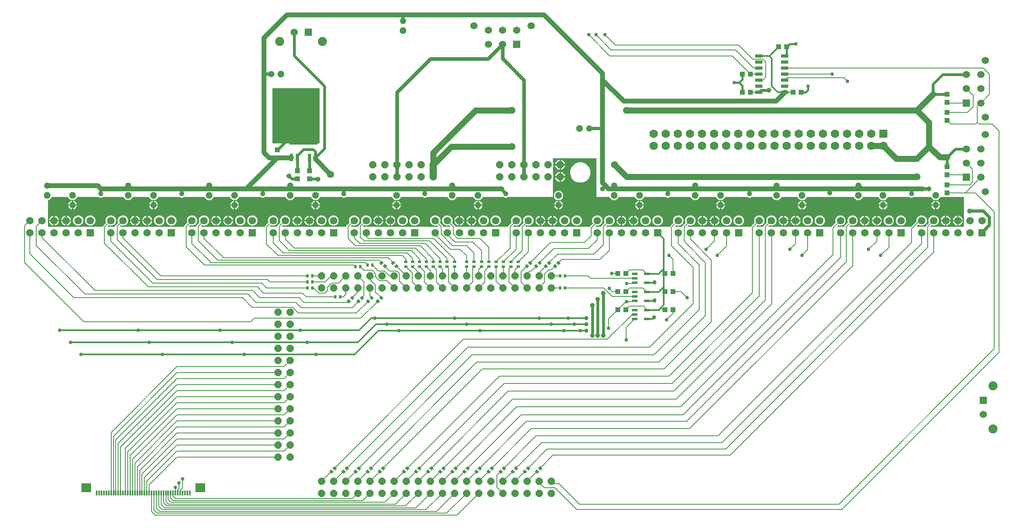
<source format=gbr>
G04 EAGLE Gerber RS-274X export*
G75*
%MOMM*%
%FSLAX34Y34*%
%LPD*%
%INTop Copper*%
%IPPOS*%
%AMOC8*
5,1,8,0,0,1.08239X$1,22.5*%
G01*
%ADD10R,1.000000X1.100000*%
%ADD11R,0.800000X1.500000*%
%ADD12R,6.000000X3.600000*%
%ADD13R,1.570000X1.570000*%
%ADD14C,1.570000*%
%ADD15R,0.300000X1.100000*%
%ADD16R,2.100000X1.950000*%
%ADD17R,1.778000X1.778000*%
%ADD18C,1.778000*%
%ADD19P,1.649562X8X22.500000*%
%ADD20P,1.649562X8X202.500000*%
%ADD21P,1.649562X8X112.500000*%
%ADD22R,1.200000X0.600000*%
%ADD23R,1.524000X1.524000*%
%ADD24C,1.524000*%
%ADD25C,1.905000*%
%ADD26R,1.100000X1.000000*%
%ADD27P,1.429621X8X112.500000*%
%ADD28C,1.320800*%
%ADD29P,1.429621X8X292.500000*%
%ADD30P,1.429621X8X22.500000*%
%ADD31P,1.429621X8X202.500000*%
%ADD32R,0.600000X0.700000*%
%ADD33R,1.525000X0.650000*%
%ADD34R,0.700000X0.600000*%
%ADD35C,0.609600*%
%ADD36C,0.756400*%
%ADD37C,0.152400*%
%ADD38C,1.056400*%
%ADD39C,0.406400*%
%ADD40C,1.006400*%
%ADD41C,1.270000*%
%ADD42C,1.500000*%
%ADD43C,1.016000*%
%ADD44C,1.524000*%
%ADD45C,0.203200*%
%ADD46C,0.304800*%
%ADD47C,0.635000*%
%ADD48C,0.856400*%
%ADD49C,0.762000*%

G36*
X168168Y555502D02*
X168168Y555502D01*
X168187Y555500D01*
X168289Y555522D01*
X168391Y555539D01*
X168408Y555548D01*
X168428Y555552D01*
X168517Y555605D01*
X168608Y555654D01*
X168622Y555668D01*
X168639Y555678D01*
X168706Y555757D01*
X168778Y555832D01*
X168786Y555850D01*
X168799Y555865D01*
X168838Y555961D01*
X168881Y556055D01*
X168883Y556075D01*
X168891Y556093D01*
X168909Y556260D01*
X168909Y556550D01*
X171364Y559005D01*
X175870Y563511D01*
X175939Y563606D01*
X176008Y563699D01*
X176010Y563705D01*
X176014Y563710D01*
X176048Y563822D01*
X176084Y563933D01*
X176084Y563940D01*
X176086Y563946D01*
X176083Y564062D01*
X176082Y564179D01*
X176080Y564186D01*
X176080Y564191D01*
X176074Y564209D01*
X176035Y564340D01*
X175251Y566233D01*
X175251Y570569D01*
X176911Y574575D01*
X179976Y577641D01*
X183982Y579300D01*
X188318Y579300D01*
X192324Y577641D01*
X195389Y574575D01*
X197049Y570569D01*
X197049Y566233D01*
X195389Y562228D01*
X192324Y559162D01*
X188318Y557502D01*
X183982Y557502D01*
X182089Y558287D01*
X181975Y558313D01*
X181862Y558342D01*
X181856Y558341D01*
X181850Y558343D01*
X181733Y558332D01*
X181617Y558323D01*
X181611Y558320D01*
X181605Y558320D01*
X181497Y558272D01*
X181391Y558226D01*
X181385Y558222D01*
X181380Y558220D01*
X181366Y558207D01*
X181260Y558122D01*
X179936Y556798D01*
X179894Y556740D01*
X179845Y556688D01*
X179823Y556641D01*
X179793Y556599D01*
X179772Y556530D01*
X179741Y556465D01*
X179736Y556413D01*
X179720Y556363D01*
X179722Y556292D01*
X179714Y556221D01*
X179725Y556170D01*
X179727Y556118D01*
X179751Y556050D01*
X179767Y555980D01*
X179793Y555936D01*
X179811Y555887D01*
X179856Y555831D01*
X179893Y555769D01*
X179932Y555735D01*
X179965Y555695D01*
X180025Y555656D01*
X180080Y555609D01*
X180128Y555590D01*
X180172Y555562D01*
X180241Y555544D01*
X180308Y555517D01*
X180379Y555509D01*
X180410Y555501D01*
X180434Y555503D01*
X180475Y555499D01*
X194818Y555499D01*
X194838Y555502D01*
X194857Y555500D01*
X194959Y555522D01*
X195061Y555539D01*
X195078Y555548D01*
X195098Y555552D01*
X195187Y555605D01*
X195278Y555654D01*
X195292Y555668D01*
X195309Y555678D01*
X195376Y555757D01*
X195448Y555832D01*
X195456Y555850D01*
X195469Y555865D01*
X195508Y555961D01*
X195551Y556055D01*
X195553Y556075D01*
X195561Y556093D01*
X195579Y556260D01*
X195579Y557838D01*
X201265Y563524D01*
X201332Y563618D01*
X201403Y563713D01*
X201405Y563719D01*
X201408Y563724D01*
X201442Y563833D01*
X201479Y563947D01*
X201479Y563953D01*
X201481Y563959D01*
X201478Y564076D01*
X201477Y564193D01*
X201474Y564200D01*
X201474Y564205D01*
X201468Y564222D01*
X201430Y564354D01*
X200651Y566233D01*
X200651Y570569D01*
X202311Y574575D01*
X205376Y577641D01*
X209382Y579300D01*
X213718Y579300D01*
X217724Y577641D01*
X220789Y574575D01*
X222449Y570569D01*
X222449Y566233D01*
X220789Y562228D01*
X217724Y559162D01*
X213718Y557502D01*
X209382Y557502D01*
X207476Y558292D01*
X207362Y558319D01*
X207249Y558347D01*
X207242Y558347D01*
X207236Y558348D01*
X207120Y558337D01*
X207004Y558328D01*
X206998Y558326D01*
X206991Y558325D01*
X206884Y558277D01*
X206777Y558232D01*
X206771Y558227D01*
X206767Y558225D01*
X206753Y558212D01*
X206646Y558127D01*
X205317Y556798D01*
X205276Y556740D01*
X205226Y556688D01*
X205204Y556641D01*
X205174Y556599D01*
X205153Y556530D01*
X205123Y556465D01*
X205117Y556413D01*
X205102Y556363D01*
X205103Y556292D01*
X205096Y556221D01*
X205107Y556170D01*
X205108Y556118D01*
X205133Y556050D01*
X205148Y555980D01*
X205174Y555936D01*
X205192Y555887D01*
X205237Y555831D01*
X205274Y555769D01*
X205314Y555735D01*
X205346Y555695D01*
X205406Y555656D01*
X205461Y555609D01*
X205509Y555590D01*
X205553Y555562D01*
X205622Y555544D01*
X205689Y555517D01*
X205760Y555509D01*
X205792Y555501D01*
X205815Y555503D01*
X205856Y555499D01*
X339598Y555499D01*
X339618Y555502D01*
X339637Y555500D01*
X339739Y555522D01*
X339841Y555539D01*
X339858Y555548D01*
X339878Y555552D01*
X339967Y555605D01*
X340058Y555654D01*
X340072Y555668D01*
X340089Y555678D01*
X340156Y555757D01*
X340228Y555832D01*
X340236Y555850D01*
X340249Y555865D01*
X340288Y555961D01*
X340331Y556055D01*
X340333Y556075D01*
X340341Y556093D01*
X340359Y556260D01*
X340359Y557700D01*
X346170Y563511D01*
X346238Y563605D01*
X346308Y563699D01*
X346310Y563705D01*
X346314Y563710D01*
X346348Y563821D01*
X346384Y563933D01*
X346384Y563940D01*
X346386Y563946D01*
X346383Y564062D01*
X346382Y564179D01*
X346380Y564186D01*
X346380Y564191D01*
X346373Y564209D01*
X346335Y564340D01*
X345551Y566233D01*
X345551Y570569D01*
X347210Y574575D01*
X350276Y577641D01*
X354282Y579300D01*
X358618Y579300D01*
X362624Y577641D01*
X365689Y574575D01*
X367349Y570569D01*
X367349Y566233D01*
X365689Y562228D01*
X362624Y559162D01*
X358618Y557502D01*
X354282Y557502D01*
X352389Y558287D01*
X352275Y558313D01*
X352162Y558342D01*
X352156Y558341D01*
X352150Y558343D01*
X352033Y558332D01*
X351917Y558323D01*
X351911Y558320D01*
X351905Y558320D01*
X351798Y558272D01*
X351690Y558226D01*
X351684Y558222D01*
X351680Y558220D01*
X351666Y558207D01*
X351559Y558122D01*
X350236Y556798D01*
X350194Y556740D01*
X350145Y556688D01*
X350123Y556641D01*
X350093Y556599D01*
X350072Y556530D01*
X350041Y556465D01*
X350036Y556413D01*
X350020Y556363D01*
X350022Y556292D01*
X350014Y556221D01*
X350025Y556170D01*
X350027Y556118D01*
X350051Y556050D01*
X350066Y555980D01*
X350093Y555936D01*
X350111Y555887D01*
X350156Y555831D01*
X350193Y555769D01*
X350232Y555735D01*
X350265Y555695D01*
X350325Y555656D01*
X350380Y555609D01*
X350428Y555590D01*
X350472Y555562D01*
X350541Y555544D01*
X350608Y555517D01*
X350679Y555509D01*
X350710Y555501D01*
X350734Y555503D01*
X350774Y555499D01*
X364998Y555499D01*
X365018Y555502D01*
X365037Y555500D01*
X365139Y555522D01*
X365241Y555539D01*
X365258Y555548D01*
X365278Y555552D01*
X365367Y555605D01*
X365458Y555654D01*
X365472Y555668D01*
X365489Y555678D01*
X365556Y555757D01*
X365628Y555832D01*
X365636Y555850D01*
X365649Y555865D01*
X365688Y555961D01*
X365731Y556055D01*
X365733Y556075D01*
X365741Y556093D01*
X365759Y556260D01*
X365759Y557700D01*
X368214Y560155D01*
X371570Y563511D01*
X371639Y563606D01*
X371708Y563699D01*
X371710Y563705D01*
X371714Y563710D01*
X371748Y563822D01*
X371784Y563933D01*
X371784Y563940D01*
X371786Y563946D01*
X371783Y564062D01*
X371782Y564179D01*
X371780Y564186D01*
X371780Y564191D01*
X371773Y564209D01*
X371735Y564340D01*
X370951Y566233D01*
X370951Y570569D01*
X372610Y574575D01*
X375676Y577641D01*
X379682Y579300D01*
X384018Y579300D01*
X388024Y577641D01*
X391089Y574575D01*
X392749Y570569D01*
X392749Y566233D01*
X391089Y562228D01*
X388024Y559162D01*
X384018Y557502D01*
X379682Y557502D01*
X377789Y558287D01*
X377675Y558313D01*
X377562Y558342D01*
X377556Y558341D01*
X377550Y558343D01*
X377433Y558332D01*
X377317Y558323D01*
X377311Y558320D01*
X377305Y558320D01*
X377197Y558272D01*
X377090Y558226D01*
X377085Y558222D01*
X377080Y558220D01*
X377066Y558207D01*
X376959Y558122D01*
X375636Y556798D01*
X375594Y556740D01*
X375545Y556688D01*
X375523Y556641D01*
X375493Y556599D01*
X375472Y556530D01*
X375441Y556465D01*
X375436Y556413D01*
X375420Y556363D01*
X375422Y556292D01*
X375414Y556221D01*
X375425Y556170D01*
X375427Y556118D01*
X375451Y556050D01*
X375466Y555980D01*
X375493Y555936D01*
X375511Y555887D01*
X375556Y555831D01*
X375593Y555769D01*
X375632Y555735D01*
X375665Y555695D01*
X375725Y555656D01*
X375780Y555609D01*
X375828Y555590D01*
X375872Y555562D01*
X375941Y555544D01*
X376008Y555517D01*
X376079Y555509D01*
X376110Y555501D01*
X376134Y555503D01*
X376174Y555499D01*
X508508Y555499D01*
X508528Y555502D01*
X508547Y555500D01*
X508649Y555522D01*
X508751Y555539D01*
X508768Y555548D01*
X508788Y555552D01*
X508877Y555605D01*
X508968Y555654D01*
X508982Y555668D01*
X508999Y555678D01*
X509066Y555757D01*
X509138Y555832D01*
X509146Y555850D01*
X509159Y555865D01*
X509198Y555961D01*
X509241Y556055D01*
X509243Y556075D01*
X509251Y556093D01*
X509269Y556260D01*
X509269Y556310D01*
X511724Y558765D01*
X511725Y558765D01*
X516470Y563511D01*
X516539Y563606D01*
X516608Y563699D01*
X516610Y563705D01*
X516614Y563710D01*
X516648Y563822D01*
X516685Y563933D01*
X516684Y563940D01*
X516686Y563946D01*
X516683Y564062D01*
X516682Y564179D01*
X516680Y564186D01*
X516680Y564191D01*
X516674Y564209D01*
X516635Y564340D01*
X515851Y566233D01*
X515851Y570569D01*
X517511Y574575D01*
X520576Y577641D01*
X524582Y579300D01*
X528918Y579300D01*
X532924Y577641D01*
X535990Y574575D01*
X537649Y570569D01*
X537649Y566233D01*
X535990Y562228D01*
X532924Y559162D01*
X528918Y557502D01*
X524582Y557502D01*
X522689Y558287D01*
X522575Y558313D01*
X522462Y558342D01*
X522456Y558341D01*
X522450Y558343D01*
X522333Y558332D01*
X522217Y558323D01*
X522211Y558320D01*
X522205Y558320D01*
X522097Y558272D01*
X521991Y558226D01*
X521985Y558222D01*
X521980Y558220D01*
X521966Y558207D01*
X521860Y558122D01*
X520536Y556798D01*
X520495Y556740D01*
X520445Y556688D01*
X520423Y556641D01*
X520393Y556599D01*
X520372Y556530D01*
X520341Y556465D01*
X520336Y556413D01*
X520320Y556363D01*
X520322Y556292D01*
X520314Y556221D01*
X520325Y556170D01*
X520327Y556118D01*
X520351Y556050D01*
X520367Y555980D01*
X520393Y555936D01*
X520411Y555887D01*
X520456Y555831D01*
X520493Y555769D01*
X520532Y555735D01*
X520565Y555695D01*
X520625Y555656D01*
X520680Y555609D01*
X520728Y555590D01*
X520772Y555562D01*
X520841Y555544D01*
X520908Y555517D01*
X520979Y555509D01*
X521010Y555501D01*
X521034Y555503D01*
X521075Y555499D01*
X535178Y555499D01*
X535198Y555502D01*
X535217Y555500D01*
X535319Y555522D01*
X535421Y555539D01*
X535438Y555548D01*
X535458Y555552D01*
X535547Y555605D01*
X535638Y555654D01*
X535652Y555668D01*
X535669Y555678D01*
X535736Y555757D01*
X535808Y555832D01*
X535816Y555850D01*
X535829Y555865D01*
X535868Y555961D01*
X535911Y556055D01*
X535913Y556075D01*
X535921Y556093D01*
X535939Y556260D01*
X535939Y557580D01*
X538394Y560035D01*
X541870Y563511D01*
X541939Y563606D01*
X542008Y563699D01*
X542010Y563705D01*
X542014Y563710D01*
X542048Y563822D01*
X542085Y563933D01*
X542084Y563940D01*
X542086Y563946D01*
X542083Y564062D01*
X542082Y564179D01*
X542080Y564186D01*
X542080Y564191D01*
X542074Y564209D01*
X542035Y564340D01*
X541251Y566233D01*
X541251Y570569D01*
X542911Y574575D01*
X545976Y577641D01*
X549982Y579300D01*
X554318Y579300D01*
X558324Y577641D01*
X561390Y574575D01*
X563049Y570569D01*
X563049Y566233D01*
X561390Y562228D01*
X558324Y559162D01*
X554318Y557502D01*
X549982Y557502D01*
X548089Y558287D01*
X547975Y558313D01*
X547862Y558342D01*
X547856Y558341D01*
X547850Y558343D01*
X547733Y558332D01*
X547617Y558323D01*
X547611Y558320D01*
X547605Y558320D01*
X547497Y558272D01*
X547391Y558226D01*
X547385Y558222D01*
X547380Y558220D01*
X547366Y558207D01*
X547260Y558122D01*
X545936Y556798D01*
X545895Y556740D01*
X545845Y556688D01*
X545823Y556641D01*
X545793Y556599D01*
X545772Y556530D01*
X545741Y556465D01*
X545736Y556413D01*
X545720Y556363D01*
X545722Y556292D01*
X545714Y556221D01*
X545725Y556170D01*
X545727Y556118D01*
X545751Y556050D01*
X545767Y555980D01*
X545793Y555936D01*
X545811Y555887D01*
X545856Y555831D01*
X545893Y555769D01*
X545932Y555735D01*
X545965Y555695D01*
X546025Y555656D01*
X546080Y555609D01*
X546128Y555590D01*
X546172Y555562D01*
X546241Y555544D01*
X546308Y555517D01*
X546379Y555509D01*
X546410Y555501D01*
X546434Y555503D01*
X546475Y555499D01*
X679958Y555499D01*
X679978Y555502D01*
X679997Y555500D01*
X680099Y555522D01*
X680201Y555539D01*
X680218Y555548D01*
X680238Y555552D01*
X680327Y555605D01*
X680418Y555654D01*
X680432Y555668D01*
X680449Y555678D01*
X680516Y555757D01*
X680588Y555832D01*
X680596Y555850D01*
X680609Y555865D01*
X680648Y555961D01*
X680691Y556055D01*
X680693Y556075D01*
X680701Y556093D01*
X680719Y556260D01*
X680719Y557460D01*
X683174Y559915D01*
X686770Y563511D01*
X686839Y563606D01*
X686908Y563699D01*
X686910Y563705D01*
X686914Y563710D01*
X686948Y563822D01*
X686984Y563933D01*
X686984Y563940D01*
X686986Y563946D01*
X686983Y564062D01*
X686982Y564179D01*
X686980Y564186D01*
X686980Y564191D01*
X686973Y564209D01*
X686935Y564340D01*
X686151Y566233D01*
X686151Y570569D01*
X687810Y574575D01*
X690876Y577641D01*
X694882Y579300D01*
X699218Y579300D01*
X703224Y577641D01*
X706289Y574575D01*
X707949Y570569D01*
X707949Y566233D01*
X706289Y562228D01*
X703224Y559162D01*
X699218Y557502D01*
X694882Y557502D01*
X692989Y558287D01*
X692875Y558313D01*
X692762Y558342D01*
X692756Y558341D01*
X692750Y558343D01*
X692633Y558332D01*
X692517Y558323D01*
X692511Y558320D01*
X692505Y558320D01*
X692397Y558272D01*
X692290Y558226D01*
X692285Y558222D01*
X692280Y558220D01*
X692266Y558207D01*
X692159Y558122D01*
X690836Y556798D01*
X690794Y556740D01*
X690745Y556688D01*
X690723Y556641D01*
X690693Y556599D01*
X690672Y556530D01*
X690641Y556465D01*
X690636Y556413D01*
X690620Y556363D01*
X690622Y556292D01*
X690614Y556221D01*
X690625Y556170D01*
X690627Y556118D01*
X690651Y556050D01*
X690667Y555980D01*
X690693Y555936D01*
X690711Y555887D01*
X690756Y555831D01*
X690793Y555769D01*
X690832Y555735D01*
X690865Y555695D01*
X690925Y555656D01*
X690980Y555609D01*
X691028Y555590D01*
X691072Y555562D01*
X691141Y555544D01*
X691208Y555517D01*
X691279Y555509D01*
X691310Y555501D01*
X691334Y555503D01*
X691374Y555499D01*
X705358Y555499D01*
X705378Y555502D01*
X705397Y555500D01*
X705499Y555522D01*
X705601Y555539D01*
X705618Y555548D01*
X705638Y555552D01*
X705727Y555605D01*
X705818Y555654D01*
X705832Y555668D01*
X705849Y555678D01*
X705916Y555757D01*
X705988Y555832D01*
X705996Y555850D01*
X706009Y555865D01*
X706048Y555961D01*
X706091Y556055D01*
X706093Y556075D01*
X706101Y556093D01*
X706119Y556260D01*
X706119Y557460D01*
X708574Y559915D01*
X712170Y563511D01*
X712239Y563606D01*
X712308Y563699D01*
X712310Y563705D01*
X712314Y563710D01*
X712348Y563822D01*
X712384Y563933D01*
X712384Y563940D01*
X712386Y563946D01*
X712383Y564062D01*
X712382Y564179D01*
X712380Y564186D01*
X712380Y564191D01*
X712373Y564209D01*
X712335Y564340D01*
X711551Y566233D01*
X711551Y570569D01*
X713210Y574575D01*
X716276Y577641D01*
X720282Y579300D01*
X724618Y579300D01*
X728624Y577641D01*
X731689Y574575D01*
X733349Y570569D01*
X733349Y566233D01*
X731689Y562228D01*
X728624Y559162D01*
X724618Y557502D01*
X720282Y557502D01*
X718389Y558287D01*
X718275Y558313D01*
X718162Y558342D01*
X718156Y558341D01*
X718150Y558343D01*
X718033Y558332D01*
X717917Y558323D01*
X717911Y558320D01*
X717905Y558320D01*
X717797Y558272D01*
X717690Y558226D01*
X717685Y558222D01*
X717680Y558220D01*
X717666Y558207D01*
X717559Y558122D01*
X716236Y556798D01*
X716194Y556740D01*
X716145Y556688D01*
X716123Y556641D01*
X716093Y556599D01*
X716072Y556530D01*
X716041Y556465D01*
X716036Y556413D01*
X716020Y556363D01*
X716022Y556292D01*
X716014Y556221D01*
X716025Y556170D01*
X716027Y556118D01*
X716051Y556050D01*
X716067Y555980D01*
X716093Y555936D01*
X716111Y555887D01*
X716156Y555831D01*
X716193Y555769D01*
X716232Y555735D01*
X716265Y555695D01*
X716325Y555656D01*
X716380Y555609D01*
X716428Y555590D01*
X716472Y555562D01*
X716541Y555544D01*
X716608Y555517D01*
X716679Y555509D01*
X716710Y555501D01*
X716734Y555503D01*
X716774Y555499D01*
X873025Y555499D01*
X873096Y555510D01*
X873168Y555512D01*
X873217Y555530D01*
X873268Y555539D01*
X873331Y555572D01*
X873399Y555597D01*
X873440Y555629D01*
X873486Y555654D01*
X873535Y555705D01*
X873591Y555750D01*
X873619Y555794D01*
X873655Y555832D01*
X873685Y555897D01*
X873724Y555957D01*
X873737Y556008D01*
X873759Y556055D01*
X873767Y556126D01*
X873784Y556196D01*
X873780Y556248D01*
X873786Y556299D01*
X873770Y556370D01*
X873765Y556441D01*
X873745Y556489D01*
X873733Y556540D01*
X873697Y556601D01*
X873669Y556667D01*
X873624Y556723D01*
X873607Y556751D01*
X873589Y556766D01*
X873564Y556798D01*
X872241Y558122D01*
X872146Y558190D01*
X872052Y558259D01*
X872046Y558261D01*
X872041Y558265D01*
X871929Y558299D01*
X871818Y558336D01*
X871812Y558336D01*
X871806Y558337D01*
X871689Y558334D01*
X871572Y558333D01*
X871565Y558331D01*
X871560Y558331D01*
X871542Y558325D01*
X871411Y558287D01*
X869518Y557502D01*
X865182Y557502D01*
X861176Y559162D01*
X858111Y562228D01*
X856451Y566233D01*
X856451Y570569D01*
X858111Y574575D01*
X861176Y577641D01*
X865182Y579300D01*
X869518Y579300D01*
X873524Y577641D01*
X876590Y574575D01*
X878249Y570569D01*
X878249Y566233D01*
X877465Y564340D01*
X877438Y564227D01*
X877409Y564113D01*
X877410Y564107D01*
X877409Y564101D01*
X877420Y563984D01*
X877429Y563868D01*
X877431Y563862D01*
X877432Y563856D01*
X877479Y563749D01*
X877525Y563642D01*
X877530Y563636D01*
X877532Y563631D01*
X877544Y563618D01*
X877630Y563511D01*
X881466Y559675D01*
X883921Y557220D01*
X883921Y556260D01*
X883924Y556240D01*
X883922Y556221D01*
X883944Y556119D01*
X883960Y556017D01*
X883970Y556000D01*
X883974Y555980D01*
X884027Y555891D01*
X884076Y555800D01*
X884090Y555786D01*
X884100Y555769D01*
X884179Y555702D01*
X884254Y555631D01*
X884272Y555622D01*
X884287Y555609D01*
X884383Y555570D01*
X884477Y555527D01*
X884497Y555525D01*
X884515Y555517D01*
X884682Y555499D01*
X898425Y555499D01*
X898496Y555510D01*
X898568Y555512D01*
X898617Y555530D01*
X898668Y555539D01*
X898731Y555572D01*
X898799Y555597D01*
X898840Y555629D01*
X898886Y555654D01*
X898935Y555705D01*
X898991Y555750D01*
X899019Y555794D01*
X899055Y555832D01*
X899085Y555897D01*
X899124Y555957D01*
X899137Y556008D01*
X899159Y556055D01*
X899167Y556126D01*
X899184Y556196D01*
X899180Y556248D01*
X899186Y556299D01*
X899170Y556370D01*
X899165Y556441D01*
X899145Y556489D01*
X899133Y556540D01*
X899097Y556601D01*
X899069Y556667D01*
X899024Y556723D01*
X899007Y556751D01*
X898989Y556766D01*
X898964Y556798D01*
X897641Y558122D01*
X897546Y558190D01*
X897452Y558259D01*
X897446Y558261D01*
X897441Y558265D01*
X897329Y558299D01*
X897218Y558336D01*
X897212Y558336D01*
X897206Y558337D01*
X897089Y558334D01*
X896972Y558333D01*
X896965Y558331D01*
X896960Y558331D01*
X896942Y558325D01*
X896811Y558287D01*
X894918Y557502D01*
X890582Y557502D01*
X886576Y559162D01*
X883511Y562228D01*
X881851Y566233D01*
X881851Y570569D01*
X883511Y574575D01*
X886576Y577641D01*
X890582Y579300D01*
X894918Y579300D01*
X898924Y577641D01*
X901990Y574575D01*
X903649Y570569D01*
X903649Y566233D01*
X902865Y564340D01*
X902838Y564227D01*
X902809Y564113D01*
X902810Y564107D01*
X902809Y564101D01*
X902820Y563984D01*
X902829Y563868D01*
X902831Y563862D01*
X902832Y563856D01*
X902879Y563749D01*
X902925Y563642D01*
X902930Y563636D01*
X902932Y563631D01*
X902944Y563618D01*
X903030Y563511D01*
X906866Y559675D01*
X909321Y557220D01*
X909321Y556260D01*
X909324Y556240D01*
X909322Y556221D01*
X909344Y556119D01*
X909360Y556017D01*
X909370Y556000D01*
X909374Y555980D01*
X909427Y555891D01*
X909476Y555800D01*
X909490Y555786D01*
X909500Y555769D01*
X909579Y555702D01*
X909654Y555631D01*
X909672Y555622D01*
X909687Y555609D01*
X909783Y555570D01*
X909877Y555527D01*
X909897Y555525D01*
X909915Y555517D01*
X910082Y555499D01*
X1019992Y555499D01*
X1020012Y555502D01*
X1020032Y555500D01*
X1020133Y555522D01*
X1020235Y555539D01*
X1020253Y555548D01*
X1020272Y555552D01*
X1020361Y555605D01*
X1020453Y555654D01*
X1020466Y555668D01*
X1020483Y555678D01*
X1020551Y555757D01*
X1020622Y555832D01*
X1020630Y555850D01*
X1020643Y555865D01*
X1020682Y555961D01*
X1020726Y556055D01*
X1020728Y556075D01*
X1020735Y556093D01*
X1020754Y556260D01*
X1020754Y556894D01*
X1027370Y563511D01*
X1027438Y563605D01*
X1027508Y563699D01*
X1027510Y563705D01*
X1027514Y563710D01*
X1027548Y563821D01*
X1027584Y563933D01*
X1027584Y563940D01*
X1027586Y563946D01*
X1027583Y564062D01*
X1027582Y564179D01*
X1027580Y564186D01*
X1027580Y564191D01*
X1027573Y564209D01*
X1027535Y564340D01*
X1026751Y566233D01*
X1026751Y570569D01*
X1028410Y574575D01*
X1031476Y577641D01*
X1035482Y579300D01*
X1039818Y579300D01*
X1043824Y577641D01*
X1046889Y574575D01*
X1048549Y570569D01*
X1048549Y566233D01*
X1046889Y562228D01*
X1043824Y559162D01*
X1039818Y557502D01*
X1035482Y557502D01*
X1033589Y558287D01*
X1033476Y558313D01*
X1033362Y558342D01*
X1033356Y558341D01*
X1033350Y558343D01*
X1033233Y558332D01*
X1033117Y558323D01*
X1033111Y558320D01*
X1033105Y558320D01*
X1032998Y558272D01*
X1032890Y558226D01*
X1032885Y558222D01*
X1032880Y558220D01*
X1032866Y558207D01*
X1032759Y558122D01*
X1031436Y556798D01*
X1031394Y556740D01*
X1031345Y556688D01*
X1031323Y556641D01*
X1031293Y556599D01*
X1031272Y556530D01*
X1031241Y556465D01*
X1031236Y556413D01*
X1031220Y556363D01*
X1031222Y556292D01*
X1031214Y556221D01*
X1031225Y556170D01*
X1031227Y556118D01*
X1031251Y556050D01*
X1031267Y555980D01*
X1031293Y555936D01*
X1031311Y555887D01*
X1031356Y555831D01*
X1031393Y555769D01*
X1031432Y555735D01*
X1031465Y555695D01*
X1031525Y555656D01*
X1031580Y555609D01*
X1031628Y555590D01*
X1031672Y555562D01*
X1031741Y555544D01*
X1031808Y555517D01*
X1031879Y555509D01*
X1031910Y555501D01*
X1031934Y555503D01*
X1031975Y555499D01*
X1045718Y555499D01*
X1045738Y555502D01*
X1045757Y555500D01*
X1045859Y555522D01*
X1045961Y555539D01*
X1045978Y555548D01*
X1045998Y555552D01*
X1046087Y555605D01*
X1046178Y555654D01*
X1046192Y555668D01*
X1046209Y555678D01*
X1046276Y555757D01*
X1046348Y555832D01*
X1046356Y555850D01*
X1046369Y555865D01*
X1046408Y555961D01*
X1046451Y556055D01*
X1046453Y556075D01*
X1046461Y556093D01*
X1046479Y556260D01*
X1046479Y557220D01*
X1052770Y563511D01*
X1052838Y563605D01*
X1052908Y563699D01*
X1052910Y563705D01*
X1052914Y563710D01*
X1052948Y563821D01*
X1052984Y563933D01*
X1052984Y563940D01*
X1052986Y563946D01*
X1052983Y564062D01*
X1052982Y564179D01*
X1052980Y564186D01*
X1052980Y564191D01*
X1052973Y564209D01*
X1052935Y564340D01*
X1052151Y566233D01*
X1052151Y570569D01*
X1053810Y574575D01*
X1056876Y577641D01*
X1060882Y579300D01*
X1065218Y579300D01*
X1069224Y577641D01*
X1072289Y574575D01*
X1073949Y570569D01*
X1073949Y566233D01*
X1072289Y562228D01*
X1069224Y559162D01*
X1065218Y557502D01*
X1060882Y557502D01*
X1058989Y558287D01*
X1058876Y558313D01*
X1058762Y558342D01*
X1058756Y558341D01*
X1058750Y558343D01*
X1058633Y558332D01*
X1058517Y558323D01*
X1058511Y558320D01*
X1058505Y558320D01*
X1058398Y558272D01*
X1058290Y558226D01*
X1058285Y558222D01*
X1058280Y558220D01*
X1058266Y558207D01*
X1058159Y558122D01*
X1056836Y556798D01*
X1056794Y556740D01*
X1056745Y556688D01*
X1056723Y556641D01*
X1056693Y556599D01*
X1056672Y556530D01*
X1056641Y556465D01*
X1056636Y556413D01*
X1056620Y556363D01*
X1056622Y556292D01*
X1056614Y556221D01*
X1056625Y556170D01*
X1056627Y556118D01*
X1056651Y556050D01*
X1056667Y555980D01*
X1056693Y555936D01*
X1056711Y555887D01*
X1056756Y555831D01*
X1056793Y555769D01*
X1056832Y555735D01*
X1056865Y555695D01*
X1056925Y555656D01*
X1056980Y555609D01*
X1057028Y555590D01*
X1057072Y555562D01*
X1057141Y555544D01*
X1057208Y555517D01*
X1057279Y555509D01*
X1057310Y555501D01*
X1057334Y555503D01*
X1057375Y555499D01*
X1191883Y555499D01*
X1191973Y555514D01*
X1192064Y555521D01*
X1192094Y555533D01*
X1192126Y555539D01*
X1192207Y555581D01*
X1192290Y555617D01*
X1192323Y555643D01*
X1192343Y555654D01*
X1192365Y555677D01*
X1192421Y555722D01*
X1193714Y557015D01*
X1198414Y561715D01*
X1198482Y561809D01*
X1198552Y561903D01*
X1198554Y561909D01*
X1198558Y561914D01*
X1198592Y562026D01*
X1198629Y562137D01*
X1198628Y562144D01*
X1198630Y562149D01*
X1198627Y562266D01*
X1198626Y562383D01*
X1198624Y562390D01*
X1198624Y562395D01*
X1198618Y562413D01*
X1198579Y562544D01*
X1197051Y566233D01*
X1197051Y570569D01*
X1198711Y574575D01*
X1201776Y577641D01*
X1205782Y579300D01*
X1210118Y579300D01*
X1214124Y577641D01*
X1217190Y574575D01*
X1218849Y570569D01*
X1218849Y566233D01*
X1217190Y562228D01*
X1214124Y559162D01*
X1210118Y557502D01*
X1205782Y557502D01*
X1205685Y557543D01*
X1205572Y557569D01*
X1205458Y557598D01*
X1205452Y557597D01*
X1205446Y557599D01*
X1205329Y557588D01*
X1205213Y557579D01*
X1205207Y557576D01*
X1205201Y557576D01*
X1205093Y557528D01*
X1204987Y557482D01*
X1204981Y557478D01*
X1204976Y557476D01*
X1204962Y557463D01*
X1204856Y557378D01*
X1204276Y556798D01*
X1204235Y556740D01*
X1204185Y556688D01*
X1204163Y556641D01*
X1204133Y556599D01*
X1204112Y556530D01*
X1204082Y556465D01*
X1204076Y556413D01*
X1204060Y556363D01*
X1204062Y556292D01*
X1204054Y556221D01*
X1204066Y556170D01*
X1204067Y556118D01*
X1204091Y556050D01*
X1204107Y555980D01*
X1204133Y555936D01*
X1204151Y555887D01*
X1204196Y555831D01*
X1204233Y555769D01*
X1204272Y555735D01*
X1204305Y555695D01*
X1204365Y555656D01*
X1204420Y555609D01*
X1204468Y555590D01*
X1204512Y555562D01*
X1204581Y555544D01*
X1204648Y555517D01*
X1204719Y555509D01*
X1204750Y555501D01*
X1204774Y555503D01*
X1204815Y555499D01*
X1215898Y555499D01*
X1215918Y555502D01*
X1215937Y555500D01*
X1216039Y555522D01*
X1216141Y555539D01*
X1216158Y555548D01*
X1216178Y555552D01*
X1216267Y555605D01*
X1216358Y555654D01*
X1216372Y555668D01*
X1216389Y555678D01*
X1216456Y555757D01*
X1216528Y555832D01*
X1216536Y555850D01*
X1216549Y555865D01*
X1216588Y555961D01*
X1216631Y556055D01*
X1216633Y556075D01*
X1216641Y556093D01*
X1216659Y556260D01*
X1216659Y557100D01*
X1219114Y559555D01*
X1219115Y559555D01*
X1223070Y563511D01*
X1223139Y563606D01*
X1223208Y563699D01*
X1223210Y563705D01*
X1223214Y563710D01*
X1223248Y563822D01*
X1223285Y563933D01*
X1223285Y563940D01*
X1223286Y563946D01*
X1223283Y564062D01*
X1223282Y564179D01*
X1223280Y564186D01*
X1223280Y564191D01*
X1223274Y564209D01*
X1223235Y564340D01*
X1222451Y566233D01*
X1222451Y570569D01*
X1224111Y574575D01*
X1227176Y577641D01*
X1231182Y579300D01*
X1235518Y579300D01*
X1239524Y577641D01*
X1242590Y574575D01*
X1244249Y570569D01*
X1244249Y566233D01*
X1242590Y562228D01*
X1239524Y559162D01*
X1235518Y557502D01*
X1231182Y557502D01*
X1229289Y558287D01*
X1229176Y558313D01*
X1229062Y558342D01*
X1229056Y558341D01*
X1229050Y558343D01*
X1228933Y558332D01*
X1228817Y558323D01*
X1228811Y558320D01*
X1228805Y558320D01*
X1228697Y558272D01*
X1228591Y558226D01*
X1228585Y558222D01*
X1228580Y558220D01*
X1228566Y558207D01*
X1228460Y558122D01*
X1227136Y556798D01*
X1227095Y556740D01*
X1227045Y556688D01*
X1227023Y556641D01*
X1226993Y556599D01*
X1226972Y556530D01*
X1226942Y556465D01*
X1226936Y556413D01*
X1226920Y556363D01*
X1226922Y556292D01*
X1226914Y556221D01*
X1226926Y556170D01*
X1226927Y556118D01*
X1226951Y556050D01*
X1226967Y555980D01*
X1226993Y555936D01*
X1227011Y555887D01*
X1227056Y555831D01*
X1227093Y555769D01*
X1227132Y555735D01*
X1227165Y555695D01*
X1227225Y555656D01*
X1227280Y555609D01*
X1227328Y555590D01*
X1227372Y555562D01*
X1227441Y555544D01*
X1227508Y555517D01*
X1227579Y555509D01*
X1227610Y555501D01*
X1227634Y555503D01*
X1227675Y555499D01*
X1359643Y555499D01*
X1359733Y555514D01*
X1359824Y555521D01*
X1359854Y555533D01*
X1359886Y555539D01*
X1359966Y555581D01*
X1360050Y555617D01*
X1360082Y555643D01*
X1360103Y555654D01*
X1360125Y555677D01*
X1360181Y555722D01*
X1362624Y558165D01*
X1367970Y563511D01*
X1368039Y563606D01*
X1368108Y563699D01*
X1368110Y563705D01*
X1368114Y563710D01*
X1368148Y563822D01*
X1368184Y563933D01*
X1368184Y563940D01*
X1368186Y563946D01*
X1368183Y564062D01*
X1368182Y564179D01*
X1368180Y564186D01*
X1368180Y564191D01*
X1368173Y564209D01*
X1368135Y564340D01*
X1367351Y566233D01*
X1367351Y570569D01*
X1369010Y574575D01*
X1372076Y577641D01*
X1376082Y579300D01*
X1380418Y579300D01*
X1384424Y577641D01*
X1387489Y574575D01*
X1389149Y570569D01*
X1389149Y566233D01*
X1387489Y562228D01*
X1384424Y559162D01*
X1380418Y557502D01*
X1376082Y557502D01*
X1374189Y558287D01*
X1374075Y558313D01*
X1373962Y558342D01*
X1373956Y558341D01*
X1373950Y558343D01*
X1373833Y558332D01*
X1373717Y558323D01*
X1373711Y558320D01*
X1373705Y558320D01*
X1373597Y558272D01*
X1373490Y558226D01*
X1373485Y558222D01*
X1373480Y558220D01*
X1373466Y558207D01*
X1373360Y558122D01*
X1372036Y556798D01*
X1371994Y556740D01*
X1371945Y556688D01*
X1371923Y556641D01*
X1371893Y556599D01*
X1371872Y556530D01*
X1371841Y556465D01*
X1371836Y556413D01*
X1371820Y556363D01*
X1371822Y556292D01*
X1371814Y556221D01*
X1371825Y556170D01*
X1371827Y556118D01*
X1371851Y556050D01*
X1371867Y555980D01*
X1371893Y555936D01*
X1371911Y555887D01*
X1371956Y555831D01*
X1371993Y555769D01*
X1372032Y555735D01*
X1372065Y555695D01*
X1372125Y555656D01*
X1372180Y555609D01*
X1372228Y555590D01*
X1372272Y555562D01*
X1372341Y555544D01*
X1372408Y555517D01*
X1372479Y555509D01*
X1372510Y555501D01*
X1372534Y555503D01*
X1372575Y555499D01*
X1386078Y555499D01*
X1386098Y555502D01*
X1386117Y555500D01*
X1386219Y555522D01*
X1386321Y555539D01*
X1386338Y555548D01*
X1386358Y555552D01*
X1386447Y555605D01*
X1386538Y555654D01*
X1386552Y555668D01*
X1386569Y555678D01*
X1386636Y555757D01*
X1386708Y555832D01*
X1386716Y555850D01*
X1386729Y555865D01*
X1386768Y555961D01*
X1386811Y556055D01*
X1386813Y556075D01*
X1386821Y556093D01*
X1386839Y556260D01*
X1386839Y556980D01*
X1389294Y559435D01*
X1393370Y563511D01*
X1393439Y563606D01*
X1393508Y563699D01*
X1393510Y563705D01*
X1393514Y563710D01*
X1393548Y563822D01*
X1393584Y563933D01*
X1393584Y563940D01*
X1393586Y563946D01*
X1393583Y564062D01*
X1393582Y564179D01*
X1393580Y564186D01*
X1393580Y564191D01*
X1393573Y564209D01*
X1393535Y564340D01*
X1392751Y566233D01*
X1392751Y570569D01*
X1394410Y574575D01*
X1397476Y577641D01*
X1401482Y579300D01*
X1405818Y579300D01*
X1409824Y577641D01*
X1412889Y574575D01*
X1414549Y570569D01*
X1414549Y566233D01*
X1412889Y562228D01*
X1409824Y559162D01*
X1405818Y557502D01*
X1401482Y557502D01*
X1399589Y558287D01*
X1399475Y558313D01*
X1399362Y558342D01*
X1399356Y558341D01*
X1399350Y558343D01*
X1399233Y558332D01*
X1399117Y558323D01*
X1399111Y558320D01*
X1399105Y558320D01*
X1398997Y558272D01*
X1398890Y558226D01*
X1398885Y558222D01*
X1398880Y558220D01*
X1398866Y558207D01*
X1398760Y558122D01*
X1397436Y556798D01*
X1397394Y556740D01*
X1397345Y556688D01*
X1397323Y556641D01*
X1397293Y556599D01*
X1397272Y556530D01*
X1397241Y556465D01*
X1397236Y556413D01*
X1397220Y556363D01*
X1397222Y556292D01*
X1397214Y556221D01*
X1397225Y556170D01*
X1397227Y556118D01*
X1397251Y556050D01*
X1397267Y555980D01*
X1397293Y555936D01*
X1397311Y555887D01*
X1397356Y555831D01*
X1397393Y555769D01*
X1397432Y555735D01*
X1397465Y555695D01*
X1397525Y555656D01*
X1397580Y555609D01*
X1397628Y555590D01*
X1397672Y555562D01*
X1397741Y555544D01*
X1397808Y555517D01*
X1397879Y555509D01*
X1397910Y555501D01*
X1397934Y555503D01*
X1397975Y555499D01*
X1529943Y555499D01*
X1530033Y555514D01*
X1530124Y555521D01*
X1530154Y555533D01*
X1530186Y555539D01*
X1530267Y555581D01*
X1530350Y555617D01*
X1530383Y555643D01*
X1530403Y555654D01*
X1530425Y555677D01*
X1530481Y555722D01*
X1532804Y558045D01*
X1538270Y563511D01*
X1538339Y563606D01*
X1538408Y563699D01*
X1538410Y563705D01*
X1538414Y563710D01*
X1538448Y563822D01*
X1538485Y563933D01*
X1538485Y563940D01*
X1538486Y563946D01*
X1538483Y564062D01*
X1538482Y564179D01*
X1538480Y564186D01*
X1538480Y564191D01*
X1538474Y564209D01*
X1538436Y564340D01*
X1537651Y566233D01*
X1537651Y570569D01*
X1539311Y574575D01*
X1542376Y577641D01*
X1546382Y579300D01*
X1550718Y579300D01*
X1554724Y577641D01*
X1557790Y574575D01*
X1559449Y570569D01*
X1559449Y566233D01*
X1557790Y562228D01*
X1554724Y559162D01*
X1550718Y557502D01*
X1546382Y557502D01*
X1544489Y558287D01*
X1544376Y558313D01*
X1544262Y558342D01*
X1544256Y558341D01*
X1544250Y558343D01*
X1544133Y558332D01*
X1544017Y558323D01*
X1544011Y558320D01*
X1544005Y558320D01*
X1543897Y558272D01*
X1543791Y558226D01*
X1543785Y558222D01*
X1543780Y558220D01*
X1543766Y558207D01*
X1543660Y558122D01*
X1542336Y556798D01*
X1542295Y556740D01*
X1542245Y556688D01*
X1542223Y556641D01*
X1542193Y556599D01*
X1542172Y556530D01*
X1542142Y556465D01*
X1542136Y556413D01*
X1542121Y556363D01*
X1542122Y556292D01*
X1542114Y556221D01*
X1542126Y556170D01*
X1542127Y556118D01*
X1542152Y556050D01*
X1542167Y555980D01*
X1542193Y555936D01*
X1542211Y555887D01*
X1542256Y555831D01*
X1542293Y555769D01*
X1542332Y555735D01*
X1542365Y555695D01*
X1542425Y555656D01*
X1542480Y555609D01*
X1542528Y555590D01*
X1542572Y555562D01*
X1542641Y555544D01*
X1542708Y555517D01*
X1542779Y555509D01*
X1542810Y555501D01*
X1542834Y555503D01*
X1542875Y555499D01*
X1556258Y555499D01*
X1556278Y555502D01*
X1556297Y555500D01*
X1556399Y555522D01*
X1556501Y555539D01*
X1556518Y555548D01*
X1556538Y555552D01*
X1556627Y555605D01*
X1556718Y555654D01*
X1556732Y555668D01*
X1556749Y555678D01*
X1556816Y555757D01*
X1556888Y555832D01*
X1556896Y555850D01*
X1556909Y555865D01*
X1556948Y555961D01*
X1556991Y556055D01*
X1556993Y556075D01*
X1557001Y556093D01*
X1557019Y556260D01*
X1557019Y556860D01*
X1559474Y559315D01*
X1559475Y559315D01*
X1563670Y563511D01*
X1563739Y563606D01*
X1563808Y563699D01*
X1563810Y563705D01*
X1563814Y563710D01*
X1563848Y563822D01*
X1563885Y563933D01*
X1563885Y563940D01*
X1563886Y563946D01*
X1563883Y564062D01*
X1563882Y564179D01*
X1563880Y564186D01*
X1563880Y564191D01*
X1563874Y564209D01*
X1563836Y564340D01*
X1563051Y566233D01*
X1563051Y570569D01*
X1564711Y574575D01*
X1567776Y577641D01*
X1571782Y579300D01*
X1576118Y579300D01*
X1580124Y577641D01*
X1583190Y574575D01*
X1584849Y570569D01*
X1584849Y566233D01*
X1583190Y562228D01*
X1580124Y559162D01*
X1576118Y557502D01*
X1571782Y557502D01*
X1569889Y558287D01*
X1569776Y558313D01*
X1569662Y558342D01*
X1569656Y558341D01*
X1569650Y558343D01*
X1569533Y558332D01*
X1569417Y558323D01*
X1569411Y558320D01*
X1569405Y558320D01*
X1569297Y558272D01*
X1569191Y558226D01*
X1569185Y558222D01*
X1569180Y558220D01*
X1569166Y558207D01*
X1569060Y558122D01*
X1567736Y556798D01*
X1567695Y556740D01*
X1567645Y556688D01*
X1567623Y556641D01*
X1567593Y556599D01*
X1567572Y556530D01*
X1567542Y556465D01*
X1567536Y556413D01*
X1567521Y556363D01*
X1567522Y556292D01*
X1567514Y556221D01*
X1567526Y556170D01*
X1567527Y556118D01*
X1567552Y556050D01*
X1567567Y555980D01*
X1567593Y555936D01*
X1567611Y555887D01*
X1567656Y555831D01*
X1567693Y555769D01*
X1567732Y555735D01*
X1567765Y555695D01*
X1567825Y555656D01*
X1567880Y555609D01*
X1567928Y555590D01*
X1567972Y555562D01*
X1568041Y555544D01*
X1568108Y555517D01*
X1568179Y555509D01*
X1568210Y555501D01*
X1568234Y555503D01*
X1568275Y555499D01*
X1700243Y555499D01*
X1700333Y555514D01*
X1700424Y555521D01*
X1700454Y555533D01*
X1700486Y555539D01*
X1700566Y555581D01*
X1700650Y555617D01*
X1700682Y555643D01*
X1700703Y555654D01*
X1700725Y555677D01*
X1700781Y555722D01*
X1708570Y563511D01*
X1708638Y563605D01*
X1708708Y563699D01*
X1708710Y563705D01*
X1708714Y563710D01*
X1708748Y563821D01*
X1708784Y563933D01*
X1708784Y563940D01*
X1708786Y563946D01*
X1708783Y564062D01*
X1708782Y564179D01*
X1708780Y564186D01*
X1708780Y564191D01*
X1708773Y564209D01*
X1708735Y564340D01*
X1707951Y566233D01*
X1707951Y570569D01*
X1709611Y574575D01*
X1712676Y577641D01*
X1716682Y579300D01*
X1721018Y579300D01*
X1725024Y577641D01*
X1728089Y574575D01*
X1729749Y570569D01*
X1729749Y566233D01*
X1728089Y562228D01*
X1725024Y559162D01*
X1721018Y557502D01*
X1716682Y557502D01*
X1714789Y558287D01*
X1714676Y558313D01*
X1714562Y558342D01*
X1714556Y558341D01*
X1714550Y558343D01*
X1714433Y558332D01*
X1714317Y558323D01*
X1714311Y558320D01*
X1714305Y558320D01*
X1714198Y558272D01*
X1714091Y558226D01*
X1714085Y558222D01*
X1714080Y558220D01*
X1714066Y558207D01*
X1713960Y558122D01*
X1712636Y556798D01*
X1712594Y556740D01*
X1712545Y556688D01*
X1712523Y556641D01*
X1712493Y556599D01*
X1712472Y556530D01*
X1712441Y556465D01*
X1712436Y556413D01*
X1712420Y556363D01*
X1712422Y556292D01*
X1712414Y556221D01*
X1712425Y556170D01*
X1712427Y556118D01*
X1712451Y556050D01*
X1712467Y555980D01*
X1712493Y555936D01*
X1712511Y555887D01*
X1712556Y555831D01*
X1712593Y555769D01*
X1712632Y555735D01*
X1712665Y555695D01*
X1712725Y555656D01*
X1712780Y555609D01*
X1712828Y555590D01*
X1712872Y555562D01*
X1712941Y555544D01*
X1713008Y555517D01*
X1713079Y555509D01*
X1713110Y555501D01*
X1713134Y555503D01*
X1713175Y555499D01*
X1726438Y555499D01*
X1726458Y555502D01*
X1726477Y555500D01*
X1726579Y555522D01*
X1726681Y555539D01*
X1726698Y555548D01*
X1726718Y555552D01*
X1726807Y555605D01*
X1726898Y555654D01*
X1726912Y555668D01*
X1726929Y555678D01*
X1726996Y555757D01*
X1727068Y555832D01*
X1727076Y555850D01*
X1727089Y555865D01*
X1727128Y555961D01*
X1727171Y556055D01*
X1727173Y556075D01*
X1727181Y556093D01*
X1727199Y556260D01*
X1727199Y556740D01*
X1729654Y559195D01*
X1733970Y563511D01*
X1734039Y563606D01*
X1734108Y563699D01*
X1734110Y563705D01*
X1734114Y563710D01*
X1734148Y563822D01*
X1734184Y563933D01*
X1734184Y563940D01*
X1734186Y563946D01*
X1734183Y564062D01*
X1734182Y564179D01*
X1734180Y564186D01*
X1734180Y564191D01*
X1734174Y564209D01*
X1734135Y564340D01*
X1733351Y566233D01*
X1733351Y570569D01*
X1735011Y574575D01*
X1738076Y577641D01*
X1742082Y579300D01*
X1746418Y579300D01*
X1750424Y577641D01*
X1753489Y574575D01*
X1755149Y570569D01*
X1755149Y566233D01*
X1753489Y562228D01*
X1750424Y559162D01*
X1746418Y557502D01*
X1742082Y557502D01*
X1740189Y558287D01*
X1740075Y558313D01*
X1739962Y558342D01*
X1739956Y558341D01*
X1739950Y558343D01*
X1739833Y558332D01*
X1739717Y558323D01*
X1739711Y558320D01*
X1739705Y558320D01*
X1739597Y558272D01*
X1739491Y558226D01*
X1739485Y558222D01*
X1739480Y558220D01*
X1739466Y558207D01*
X1739360Y558122D01*
X1738036Y556798D01*
X1737994Y556740D01*
X1737945Y556688D01*
X1737923Y556641D01*
X1737893Y556599D01*
X1737872Y556530D01*
X1737841Y556465D01*
X1737836Y556413D01*
X1737820Y556363D01*
X1737822Y556292D01*
X1737814Y556221D01*
X1737825Y556170D01*
X1737827Y556118D01*
X1737851Y556050D01*
X1737867Y555980D01*
X1737893Y555936D01*
X1737911Y555887D01*
X1737956Y555831D01*
X1737993Y555769D01*
X1738032Y555735D01*
X1738065Y555695D01*
X1738125Y555656D01*
X1738180Y555609D01*
X1738228Y555590D01*
X1738272Y555562D01*
X1738341Y555544D01*
X1738408Y555517D01*
X1738479Y555509D01*
X1738510Y555501D01*
X1738534Y555503D01*
X1738575Y555499D01*
X1866784Y555499D01*
X1866874Y555514D01*
X1866965Y555521D01*
X1866995Y555533D01*
X1867027Y555539D01*
X1867108Y555581D01*
X1867192Y555617D01*
X1867224Y555643D01*
X1867244Y555654D01*
X1867267Y555677D01*
X1867323Y555722D01*
X1878028Y566427D01*
X1878081Y566501D01*
X1878141Y566571D01*
X1878153Y566601D01*
X1878172Y566627D01*
X1878199Y566714D01*
X1878233Y566799D01*
X1878237Y566840D01*
X1878244Y566862D01*
X1878243Y566894D01*
X1878251Y566966D01*
X1878251Y570569D01*
X1879910Y574575D01*
X1882976Y577641D01*
X1886982Y579300D01*
X1891318Y579300D01*
X1895324Y577641D01*
X1898389Y574575D01*
X1900049Y570569D01*
X1900049Y566233D01*
X1898389Y562228D01*
X1895324Y559162D01*
X1891318Y557502D01*
X1886982Y557502D01*
X1882976Y559162D01*
X1882797Y559341D01*
X1882781Y559353D01*
X1882768Y559368D01*
X1882681Y559424D01*
X1882597Y559485D01*
X1882578Y559491D01*
X1882561Y559501D01*
X1882461Y559527D01*
X1882362Y559557D01*
X1882342Y559556D01*
X1882323Y559561D01*
X1882220Y559553D01*
X1882116Y559551D01*
X1882097Y559544D01*
X1882078Y559542D01*
X1881983Y559502D01*
X1881885Y559466D01*
X1881870Y559454D01*
X1881851Y559446D01*
X1881720Y559341D01*
X1879177Y556798D01*
X1879136Y556740D01*
X1879086Y556688D01*
X1879064Y556641D01*
X1879034Y556599D01*
X1879013Y556530D01*
X1878983Y556465D01*
X1878977Y556413D01*
X1878962Y556363D01*
X1878963Y556292D01*
X1878956Y556221D01*
X1878967Y556170D01*
X1878968Y556118D01*
X1878993Y556050D01*
X1879008Y555980D01*
X1879034Y555936D01*
X1879052Y555887D01*
X1879097Y555831D01*
X1879134Y555769D01*
X1879174Y555735D01*
X1879206Y555695D01*
X1879266Y555656D01*
X1879321Y555609D01*
X1879369Y555590D01*
X1879413Y555562D01*
X1879482Y555544D01*
X1879549Y555517D01*
X1879620Y555509D01*
X1879652Y555501D01*
X1879675Y555503D01*
X1879716Y555499D01*
X1897888Y555499D01*
X1897908Y555502D01*
X1897927Y555500D01*
X1898029Y555522D01*
X1898131Y555539D01*
X1898148Y555548D01*
X1898168Y555552D01*
X1898257Y555605D01*
X1898348Y555654D01*
X1898362Y555668D01*
X1898379Y555678D01*
X1898446Y555757D01*
X1898518Y555832D01*
X1898526Y555850D01*
X1898539Y555865D01*
X1898578Y555961D01*
X1898621Y556055D01*
X1898623Y556075D01*
X1898631Y556093D01*
X1898649Y556260D01*
X1898649Y557890D01*
X1901104Y560345D01*
X1901105Y560345D01*
X1904270Y563511D01*
X1904338Y563606D01*
X1904408Y563699D01*
X1904410Y563705D01*
X1904414Y563710D01*
X1904448Y563822D01*
X1904484Y563933D01*
X1904484Y563940D01*
X1904486Y563946D01*
X1904483Y564062D01*
X1904482Y564179D01*
X1904480Y564186D01*
X1904480Y564191D01*
X1904473Y564209D01*
X1904435Y564340D01*
X1903651Y566233D01*
X1903651Y570569D01*
X1905310Y574575D01*
X1908376Y577641D01*
X1912382Y579300D01*
X1916718Y579300D01*
X1920724Y577641D01*
X1923789Y574575D01*
X1925449Y570569D01*
X1925449Y566233D01*
X1923789Y562228D01*
X1920724Y559162D01*
X1916718Y557502D01*
X1912382Y557502D01*
X1910489Y558287D01*
X1910375Y558313D01*
X1910262Y558342D01*
X1910256Y558341D01*
X1910250Y558343D01*
X1910133Y558332D01*
X1910017Y558323D01*
X1910011Y558320D01*
X1910005Y558320D01*
X1909897Y558272D01*
X1909790Y558226D01*
X1909785Y558222D01*
X1909780Y558220D01*
X1909766Y558207D01*
X1909659Y558122D01*
X1908336Y556798D01*
X1908294Y556740D01*
X1908245Y556688D01*
X1908223Y556641D01*
X1908193Y556599D01*
X1908172Y556530D01*
X1908141Y556465D01*
X1908136Y556413D01*
X1908120Y556363D01*
X1908122Y556292D01*
X1908114Y556221D01*
X1908125Y556170D01*
X1908127Y556118D01*
X1908151Y556050D01*
X1908167Y555980D01*
X1908193Y555936D01*
X1908211Y555887D01*
X1908256Y555831D01*
X1908293Y555769D01*
X1908332Y555735D01*
X1908365Y555695D01*
X1908425Y555656D01*
X1908480Y555609D01*
X1908528Y555590D01*
X1908572Y555562D01*
X1908641Y555544D01*
X1908708Y555517D01*
X1908779Y555509D01*
X1908810Y555501D01*
X1908834Y555503D01*
X1908874Y555499D01*
X1977390Y555499D01*
X1977410Y555502D01*
X1977429Y555500D01*
X1977531Y555522D01*
X1977633Y555539D01*
X1977650Y555548D01*
X1977670Y555552D01*
X1977759Y555605D01*
X1977850Y555654D01*
X1977864Y555668D01*
X1977881Y555678D01*
X1977948Y555757D01*
X1978020Y555832D01*
X1978028Y555850D01*
X1978041Y555865D01*
X1978080Y555961D01*
X1978123Y556055D01*
X1978125Y556075D01*
X1978133Y556093D01*
X1978151Y556260D01*
X1978151Y617220D01*
X1978148Y617240D01*
X1978150Y617259D01*
X1978128Y617361D01*
X1978112Y617463D01*
X1978102Y617480D01*
X1978098Y617500D01*
X1978045Y617589D01*
X1977996Y617680D01*
X1977982Y617694D01*
X1977972Y617711D01*
X1977893Y617778D01*
X1977818Y617850D01*
X1977800Y617858D01*
X1977785Y617871D01*
X1977689Y617910D01*
X1977595Y617953D01*
X1977575Y617955D01*
X1977557Y617963D01*
X1977390Y617981D01*
X1929384Y617981D01*
X1929364Y617978D01*
X1929345Y617980D01*
X1929243Y617958D01*
X1929141Y617942D01*
X1929124Y617932D01*
X1929104Y617928D01*
X1929015Y617875D01*
X1928924Y617826D01*
X1928910Y617812D01*
X1928893Y617802D01*
X1928826Y617723D01*
X1928754Y617648D01*
X1928746Y617630D01*
X1928733Y617615D01*
X1928694Y617519D01*
X1928651Y617425D01*
X1928649Y617405D01*
X1928641Y617387D01*
X1928623Y617220D01*
X1928623Y617032D01*
X1922968Y611377D01*
X1914972Y611377D01*
X1909317Y617032D01*
X1909317Y617220D01*
X1909314Y617240D01*
X1909316Y617259D01*
X1909294Y617361D01*
X1909278Y617463D01*
X1909268Y617480D01*
X1909264Y617500D01*
X1909211Y617589D01*
X1909162Y617680D01*
X1909148Y617694D01*
X1909138Y617711D01*
X1909059Y617778D01*
X1908984Y617850D01*
X1908966Y617858D01*
X1908951Y617871D01*
X1908855Y617910D01*
X1908761Y617953D01*
X1908741Y617955D01*
X1908723Y617963D01*
X1908556Y617981D01*
X1873408Y617981D01*
X1873318Y617967D01*
X1873227Y617959D01*
X1873197Y617947D01*
X1873165Y617942D01*
X1873085Y617899D01*
X1873001Y617863D01*
X1872969Y617837D01*
X1872948Y617826D01*
X1872926Y617803D01*
X1872899Y617782D01*
X1869827Y616509D01*
X1866513Y616509D01*
X1863433Y617785D01*
X1863396Y617811D01*
X1863327Y617871D01*
X1863297Y617883D01*
X1863271Y617902D01*
X1863184Y617929D01*
X1863099Y617963D01*
X1863058Y617967D01*
X1863036Y617974D01*
X1863003Y617973D01*
X1862932Y617981D01*
X1818894Y617981D01*
X1818874Y617978D01*
X1818855Y617980D01*
X1818753Y617958D01*
X1818651Y617942D01*
X1818634Y617932D01*
X1818614Y617928D01*
X1818525Y617875D01*
X1818434Y617826D01*
X1818420Y617812D01*
X1818403Y617802D01*
X1818336Y617723D01*
X1818264Y617648D01*
X1818256Y617630D01*
X1818243Y617615D01*
X1818204Y617519D01*
X1818161Y617425D01*
X1818159Y617405D01*
X1818151Y617387D01*
X1818133Y617220D01*
X1818133Y617032D01*
X1812478Y611377D01*
X1804482Y611377D01*
X1798827Y617032D01*
X1798827Y617220D01*
X1798824Y617240D01*
X1798826Y617259D01*
X1798804Y617361D01*
X1798788Y617463D01*
X1798778Y617480D01*
X1798774Y617500D01*
X1798721Y617589D01*
X1798672Y617680D01*
X1798658Y617694D01*
X1798648Y617711D01*
X1798569Y617778D01*
X1798494Y617850D01*
X1798476Y617858D01*
X1798461Y617871D01*
X1798365Y617910D01*
X1798271Y617953D01*
X1798251Y617955D01*
X1798233Y617963D01*
X1798066Y617981D01*
X1766824Y617981D01*
X1766804Y617978D01*
X1766785Y617980D01*
X1766683Y617958D01*
X1766581Y617942D01*
X1766564Y617932D01*
X1766544Y617928D01*
X1766455Y617875D01*
X1766364Y617826D01*
X1766350Y617812D01*
X1766333Y617802D01*
X1766266Y617723D01*
X1766194Y617648D01*
X1766186Y617630D01*
X1766173Y617615D01*
X1766134Y617519D01*
X1766091Y617425D01*
X1766089Y617405D01*
X1766081Y617387D01*
X1766063Y617220D01*
X1766063Y617032D01*
X1760408Y611377D01*
X1752412Y611377D01*
X1746757Y617032D01*
X1746757Y617220D01*
X1746754Y617240D01*
X1746756Y617259D01*
X1746734Y617361D01*
X1746718Y617463D01*
X1746708Y617480D01*
X1746704Y617500D01*
X1746651Y617589D01*
X1746602Y617680D01*
X1746588Y617694D01*
X1746578Y617711D01*
X1746499Y617778D01*
X1746424Y617850D01*
X1746406Y617858D01*
X1746391Y617871D01*
X1746295Y617910D01*
X1746201Y617953D01*
X1746181Y617955D01*
X1746163Y617963D01*
X1745996Y617981D01*
X1699016Y617981D01*
X1698951Y617971D01*
X1698886Y617970D01*
X1698806Y617947D01*
X1698773Y617942D01*
X1698756Y617932D01*
X1698725Y617923D01*
X1698377Y617779D01*
X1695063Y617779D01*
X1694715Y617923D01*
X1694652Y617938D01*
X1694591Y617963D01*
X1694508Y617972D01*
X1694476Y617979D01*
X1694456Y617978D01*
X1694424Y617981D01*
X1648714Y617981D01*
X1648694Y617978D01*
X1648675Y617980D01*
X1648573Y617958D01*
X1648471Y617942D01*
X1648454Y617932D01*
X1648434Y617928D01*
X1648345Y617875D01*
X1648254Y617826D01*
X1648240Y617812D01*
X1648223Y617802D01*
X1648156Y617723D01*
X1648084Y617648D01*
X1648076Y617630D01*
X1648063Y617615D01*
X1648024Y617519D01*
X1647981Y617425D01*
X1647979Y617405D01*
X1647971Y617387D01*
X1647953Y617220D01*
X1647953Y617032D01*
X1642298Y611377D01*
X1634302Y611377D01*
X1628647Y617032D01*
X1628647Y617220D01*
X1628644Y617240D01*
X1628646Y617259D01*
X1628624Y617361D01*
X1628608Y617463D01*
X1628598Y617480D01*
X1628594Y617500D01*
X1628541Y617589D01*
X1628492Y617680D01*
X1628478Y617694D01*
X1628468Y617711D01*
X1628389Y617778D01*
X1628314Y617850D01*
X1628296Y617858D01*
X1628281Y617871D01*
X1628185Y617910D01*
X1628091Y617953D01*
X1628071Y617955D01*
X1628053Y617963D01*
X1627886Y617981D01*
X1595374Y617981D01*
X1595354Y617978D01*
X1595335Y617980D01*
X1595233Y617958D01*
X1595131Y617942D01*
X1595114Y617932D01*
X1595094Y617928D01*
X1595005Y617875D01*
X1594914Y617826D01*
X1594900Y617812D01*
X1594883Y617802D01*
X1594816Y617723D01*
X1594744Y617648D01*
X1594736Y617630D01*
X1594723Y617615D01*
X1594684Y617519D01*
X1594641Y617425D01*
X1594639Y617405D01*
X1594631Y617387D01*
X1594613Y617220D01*
X1594613Y617032D01*
X1588958Y611377D01*
X1580962Y611377D01*
X1575307Y617032D01*
X1575307Y617220D01*
X1575304Y617240D01*
X1575306Y617259D01*
X1575284Y617361D01*
X1575268Y617463D01*
X1575258Y617480D01*
X1575254Y617500D01*
X1575201Y617589D01*
X1575152Y617680D01*
X1575138Y617694D01*
X1575128Y617711D01*
X1575049Y617778D01*
X1574974Y617850D01*
X1574956Y617858D01*
X1574941Y617871D01*
X1574845Y617910D01*
X1574751Y617953D01*
X1574731Y617955D01*
X1574713Y617963D01*
X1574546Y617981D01*
X1533048Y617981D01*
X1532958Y617967D01*
X1532867Y617959D01*
X1532837Y617947D01*
X1532805Y617942D01*
X1532725Y617899D01*
X1532641Y617863D01*
X1532609Y617837D01*
X1532588Y617826D01*
X1532566Y617803D01*
X1532539Y617782D01*
X1529467Y616509D01*
X1526153Y616509D01*
X1523073Y617785D01*
X1523036Y617811D01*
X1522967Y617871D01*
X1522937Y617883D01*
X1522911Y617902D01*
X1522824Y617929D01*
X1522739Y617963D01*
X1522698Y617967D01*
X1522676Y617974D01*
X1522643Y617973D01*
X1522572Y617981D01*
X1477264Y617981D01*
X1477244Y617978D01*
X1477225Y617980D01*
X1477123Y617958D01*
X1477021Y617942D01*
X1477004Y617932D01*
X1476984Y617928D01*
X1476895Y617875D01*
X1476804Y617826D01*
X1476790Y617812D01*
X1476773Y617802D01*
X1476706Y617723D01*
X1476634Y617648D01*
X1476626Y617630D01*
X1476613Y617615D01*
X1476574Y617519D01*
X1476531Y617425D01*
X1476529Y617405D01*
X1476521Y617387D01*
X1476503Y617220D01*
X1476503Y617032D01*
X1470848Y611377D01*
X1462852Y611377D01*
X1457197Y617032D01*
X1457197Y617220D01*
X1457194Y617240D01*
X1457196Y617259D01*
X1457174Y617361D01*
X1457158Y617463D01*
X1457148Y617480D01*
X1457144Y617500D01*
X1457091Y617589D01*
X1457042Y617680D01*
X1457028Y617694D01*
X1457018Y617711D01*
X1456939Y617778D01*
X1456864Y617850D01*
X1456846Y617858D01*
X1456831Y617871D01*
X1456735Y617910D01*
X1456641Y617953D01*
X1456621Y617955D01*
X1456603Y617963D01*
X1456436Y617981D01*
X1423924Y617981D01*
X1423904Y617978D01*
X1423885Y617980D01*
X1423783Y617958D01*
X1423681Y617942D01*
X1423664Y617932D01*
X1423644Y617928D01*
X1423555Y617875D01*
X1423464Y617826D01*
X1423450Y617812D01*
X1423433Y617802D01*
X1423366Y617723D01*
X1423294Y617648D01*
X1423286Y617630D01*
X1423273Y617615D01*
X1423234Y617519D01*
X1423191Y617425D01*
X1423189Y617405D01*
X1423181Y617387D01*
X1423163Y617220D01*
X1423163Y617032D01*
X1417508Y611377D01*
X1409512Y611377D01*
X1403857Y617032D01*
X1403857Y617220D01*
X1403854Y617240D01*
X1403856Y617259D01*
X1403834Y617361D01*
X1403818Y617463D01*
X1403808Y617480D01*
X1403804Y617500D01*
X1403751Y617589D01*
X1403702Y617680D01*
X1403688Y617694D01*
X1403678Y617711D01*
X1403599Y617778D01*
X1403524Y617850D01*
X1403506Y617858D01*
X1403491Y617871D01*
X1403395Y617910D01*
X1403301Y617953D01*
X1403281Y617955D01*
X1403263Y617963D01*
X1403096Y617981D01*
X1361598Y617981D01*
X1361508Y617967D01*
X1361417Y617959D01*
X1361387Y617947D01*
X1361355Y617942D01*
X1361275Y617899D01*
X1361191Y617863D01*
X1361159Y617837D01*
X1361138Y617826D01*
X1361116Y617803D01*
X1361089Y617782D01*
X1358017Y616509D01*
X1354703Y616509D01*
X1351623Y617785D01*
X1351586Y617811D01*
X1351517Y617871D01*
X1351487Y617883D01*
X1351461Y617902D01*
X1351374Y617929D01*
X1351289Y617963D01*
X1351248Y617967D01*
X1351226Y617974D01*
X1351193Y617973D01*
X1351122Y617981D01*
X1307084Y617981D01*
X1307064Y617978D01*
X1307045Y617980D01*
X1306943Y617958D01*
X1306841Y617942D01*
X1306824Y617932D01*
X1306804Y617928D01*
X1306715Y617875D01*
X1306624Y617826D01*
X1306610Y617812D01*
X1306593Y617802D01*
X1306526Y617723D01*
X1306454Y617648D01*
X1306446Y617630D01*
X1306433Y617615D01*
X1306394Y617519D01*
X1306351Y617425D01*
X1306349Y617405D01*
X1306341Y617387D01*
X1306323Y617220D01*
X1306323Y617032D01*
X1300668Y611377D01*
X1292672Y611377D01*
X1287017Y617032D01*
X1287017Y617220D01*
X1287014Y617240D01*
X1287016Y617259D01*
X1286994Y617361D01*
X1286978Y617463D01*
X1286968Y617480D01*
X1286964Y617500D01*
X1286911Y617589D01*
X1286862Y617680D01*
X1286848Y617694D01*
X1286838Y617711D01*
X1286759Y617778D01*
X1286684Y617850D01*
X1286666Y617858D01*
X1286651Y617871D01*
X1286555Y617910D01*
X1286461Y617953D01*
X1286441Y617955D01*
X1286423Y617963D01*
X1286256Y617981D01*
X1253744Y617981D01*
X1253724Y617978D01*
X1253705Y617980D01*
X1253603Y617958D01*
X1253501Y617942D01*
X1253484Y617932D01*
X1253464Y617928D01*
X1253375Y617875D01*
X1253284Y617826D01*
X1253270Y617812D01*
X1253253Y617802D01*
X1253186Y617723D01*
X1253114Y617648D01*
X1253106Y617630D01*
X1253093Y617615D01*
X1253054Y617519D01*
X1253011Y617425D01*
X1253009Y617405D01*
X1253001Y617387D01*
X1252983Y617220D01*
X1252983Y617032D01*
X1247328Y611377D01*
X1239332Y611377D01*
X1233677Y617032D01*
X1233677Y617220D01*
X1233674Y617240D01*
X1233676Y617259D01*
X1233654Y617361D01*
X1233638Y617463D01*
X1233628Y617480D01*
X1233624Y617500D01*
X1233571Y617589D01*
X1233522Y617680D01*
X1233508Y617694D01*
X1233498Y617711D01*
X1233419Y617778D01*
X1233344Y617850D01*
X1233326Y617858D01*
X1233311Y617871D01*
X1233215Y617910D01*
X1233121Y617953D01*
X1233101Y617955D01*
X1233083Y617963D01*
X1232916Y617981D01*
X1205991Y617981D01*
X1205991Y698500D01*
X1205988Y698520D01*
X1205990Y698539D01*
X1205968Y698641D01*
X1205952Y698743D01*
X1205942Y698760D01*
X1205938Y698780D01*
X1205885Y698869D01*
X1205836Y698960D01*
X1205822Y698974D01*
X1205812Y698991D01*
X1205733Y699058D01*
X1205658Y699130D01*
X1205640Y699138D01*
X1205625Y699151D01*
X1205529Y699190D01*
X1205435Y699233D01*
X1205415Y699235D01*
X1205397Y699243D01*
X1205230Y699261D01*
X1115060Y699261D01*
X1115040Y699258D01*
X1115021Y699260D01*
X1114919Y699238D01*
X1114817Y699222D01*
X1114800Y699212D01*
X1114780Y699208D01*
X1114691Y699155D01*
X1114600Y699106D01*
X1114586Y699092D01*
X1114569Y699082D01*
X1114502Y699003D01*
X1114431Y698928D01*
X1114422Y698910D01*
X1114409Y698895D01*
X1114370Y698799D01*
X1114327Y698705D01*
X1114325Y698685D01*
X1114317Y698667D01*
X1114299Y698500D01*
X1114299Y691804D01*
X1114314Y691714D01*
X1114321Y691623D01*
X1114333Y691594D01*
X1114339Y691562D01*
X1114381Y691481D01*
X1114417Y691397D01*
X1114443Y691365D01*
X1114454Y691344D01*
X1114477Y691322D01*
X1114522Y691266D01*
X1115569Y690219D01*
X1115569Y681381D01*
X1114522Y680334D01*
X1114469Y680260D01*
X1114409Y680190D01*
X1114397Y680160D01*
X1114378Y680134D01*
X1114351Y680047D01*
X1114317Y679962D01*
X1114313Y679921D01*
X1114306Y679899D01*
X1114307Y679867D01*
X1114299Y679796D01*
X1114299Y666404D01*
X1114314Y666314D01*
X1114321Y666223D01*
X1114333Y666194D01*
X1114339Y666162D01*
X1114381Y666081D01*
X1114417Y665997D01*
X1114443Y665965D01*
X1114454Y665944D01*
X1114477Y665922D01*
X1114522Y665866D01*
X1115569Y664819D01*
X1115569Y655981D01*
X1114522Y654934D01*
X1114469Y654860D01*
X1114409Y654790D01*
X1114397Y654760D01*
X1114378Y654734D01*
X1114351Y654647D01*
X1114317Y654562D01*
X1114313Y654521D01*
X1114306Y654499D01*
X1114307Y654467D01*
X1114299Y654396D01*
X1114299Y617981D01*
X1021238Y617981D01*
X1021148Y617967D01*
X1021057Y617959D01*
X1021027Y617947D01*
X1020995Y617942D01*
X1020915Y617899D01*
X1020831Y617863D01*
X1020799Y617837D01*
X1020778Y617826D01*
X1020756Y617803D01*
X1020729Y617782D01*
X1017657Y616509D01*
X1014343Y616509D01*
X1011263Y617785D01*
X1011226Y617811D01*
X1011157Y617871D01*
X1011127Y617883D01*
X1011101Y617902D01*
X1011014Y617929D01*
X1010929Y617963D01*
X1010888Y617967D01*
X1010866Y617974D01*
X1010833Y617973D01*
X1010762Y617981D01*
X967994Y617981D01*
X967974Y617978D01*
X967955Y617980D01*
X967853Y617958D01*
X967751Y617942D01*
X967734Y617932D01*
X967714Y617928D01*
X967625Y617875D01*
X967534Y617826D01*
X967520Y617812D01*
X967503Y617802D01*
X967436Y617723D01*
X967364Y617648D01*
X967356Y617630D01*
X967343Y617615D01*
X967304Y617519D01*
X967261Y617425D01*
X967259Y617405D01*
X967251Y617387D01*
X967233Y617220D01*
X967233Y617032D01*
X961578Y611377D01*
X953582Y611377D01*
X947927Y617032D01*
X947927Y617220D01*
X947924Y617240D01*
X947926Y617259D01*
X947904Y617361D01*
X947888Y617463D01*
X947878Y617480D01*
X947874Y617500D01*
X947821Y617589D01*
X947772Y617680D01*
X947758Y617694D01*
X947748Y617711D01*
X947669Y617778D01*
X947594Y617850D01*
X947576Y617858D01*
X947561Y617871D01*
X947465Y617910D01*
X947371Y617953D01*
X947351Y617955D01*
X947333Y617963D01*
X947166Y617981D01*
X913384Y617981D01*
X913364Y617978D01*
X913345Y617980D01*
X913243Y617958D01*
X913141Y617942D01*
X913124Y617932D01*
X913104Y617928D01*
X913015Y617875D01*
X912924Y617826D01*
X912910Y617812D01*
X912893Y617802D01*
X912826Y617723D01*
X912754Y617648D01*
X912746Y617630D01*
X912733Y617615D01*
X912694Y617519D01*
X912651Y617425D01*
X912649Y617405D01*
X912641Y617387D01*
X912623Y617220D01*
X912623Y617032D01*
X906968Y611377D01*
X898972Y611377D01*
X893317Y617032D01*
X893317Y617220D01*
X893314Y617240D01*
X893316Y617259D01*
X893294Y617361D01*
X893278Y617463D01*
X893268Y617480D01*
X893264Y617500D01*
X893211Y617589D01*
X893162Y617680D01*
X893148Y617694D01*
X893138Y617711D01*
X893059Y617778D01*
X892984Y617850D01*
X892966Y617858D01*
X892951Y617871D01*
X892855Y617910D01*
X892761Y617953D01*
X892741Y617955D01*
X892723Y617963D01*
X892556Y617981D01*
X851058Y617981D01*
X850968Y617967D01*
X850877Y617959D01*
X850847Y617947D01*
X850815Y617942D01*
X850735Y617899D01*
X850651Y617863D01*
X850619Y617837D01*
X850598Y617826D01*
X850576Y617803D01*
X850549Y617782D01*
X847477Y616509D01*
X844163Y616509D01*
X841083Y617785D01*
X841046Y617811D01*
X840977Y617871D01*
X840947Y617883D01*
X840921Y617902D01*
X840834Y617929D01*
X840749Y617963D01*
X840708Y617967D01*
X840686Y617974D01*
X840653Y617973D01*
X840582Y617981D01*
X796544Y617981D01*
X796524Y617978D01*
X796505Y617980D01*
X796403Y617958D01*
X796301Y617942D01*
X796284Y617932D01*
X796264Y617928D01*
X796175Y617875D01*
X796084Y617826D01*
X796070Y617812D01*
X796053Y617802D01*
X795986Y617723D01*
X795914Y617648D01*
X795906Y617630D01*
X795893Y617615D01*
X795854Y617519D01*
X795811Y617425D01*
X795809Y617405D01*
X795801Y617387D01*
X795783Y617220D01*
X795783Y617032D01*
X790128Y611377D01*
X782132Y611377D01*
X776477Y617032D01*
X776477Y617220D01*
X776474Y617240D01*
X776476Y617259D01*
X776454Y617361D01*
X776438Y617463D01*
X776428Y617480D01*
X776424Y617500D01*
X776371Y617589D01*
X776322Y617680D01*
X776308Y617694D01*
X776298Y617711D01*
X776219Y617778D01*
X776144Y617850D01*
X776126Y617858D01*
X776111Y617871D01*
X776015Y617910D01*
X775921Y617953D01*
X775901Y617955D01*
X775883Y617963D01*
X775716Y617981D01*
X680878Y617981D01*
X680788Y617967D01*
X680697Y617959D01*
X680667Y617947D01*
X680635Y617942D01*
X680555Y617899D01*
X680471Y617863D01*
X680439Y617837D01*
X680418Y617826D01*
X680396Y617803D01*
X680369Y617782D01*
X677297Y616509D01*
X673983Y616509D01*
X670903Y617785D01*
X670866Y617811D01*
X670797Y617871D01*
X670767Y617883D01*
X670741Y617902D01*
X670654Y617929D01*
X670569Y617963D01*
X670528Y617967D01*
X670506Y617974D01*
X670473Y617973D01*
X670402Y617981D01*
X626364Y617981D01*
X626344Y617978D01*
X626325Y617980D01*
X626223Y617958D01*
X626121Y617942D01*
X626104Y617932D01*
X626084Y617928D01*
X625995Y617875D01*
X625904Y617826D01*
X625890Y617812D01*
X625873Y617802D01*
X625806Y617723D01*
X625734Y617648D01*
X625726Y617630D01*
X625713Y617615D01*
X625674Y617519D01*
X625631Y617425D01*
X625629Y617405D01*
X625621Y617387D01*
X625603Y617220D01*
X625603Y617032D01*
X619948Y611377D01*
X611952Y611377D01*
X606297Y617032D01*
X606297Y617220D01*
X606294Y617240D01*
X606296Y617259D01*
X606274Y617361D01*
X606258Y617463D01*
X606248Y617480D01*
X606244Y617500D01*
X606191Y617589D01*
X606142Y617680D01*
X606128Y617694D01*
X606118Y617711D01*
X606039Y617778D01*
X605964Y617850D01*
X605946Y617858D01*
X605931Y617871D01*
X605835Y617910D01*
X605741Y617953D01*
X605721Y617955D01*
X605703Y617963D01*
X605536Y617981D01*
X573024Y617981D01*
X573004Y617978D01*
X572985Y617980D01*
X572883Y617958D01*
X572781Y617942D01*
X572764Y617932D01*
X572744Y617928D01*
X572655Y617875D01*
X572564Y617826D01*
X572550Y617812D01*
X572533Y617802D01*
X572466Y617723D01*
X572394Y617648D01*
X572386Y617630D01*
X572373Y617615D01*
X572334Y617519D01*
X572291Y617425D01*
X572289Y617405D01*
X572281Y617387D01*
X572263Y617220D01*
X572263Y617032D01*
X566608Y611377D01*
X558612Y611377D01*
X552957Y617032D01*
X552957Y617220D01*
X552954Y617240D01*
X552956Y617259D01*
X552934Y617361D01*
X552918Y617463D01*
X552908Y617480D01*
X552904Y617500D01*
X552851Y617589D01*
X552802Y617680D01*
X552788Y617694D01*
X552778Y617711D01*
X552699Y617778D01*
X552624Y617850D01*
X552606Y617858D01*
X552591Y617871D01*
X552495Y617910D01*
X552401Y617953D01*
X552381Y617955D01*
X552363Y617963D01*
X552196Y617981D01*
X510698Y617981D01*
X510608Y617967D01*
X510517Y617959D01*
X510487Y617947D01*
X510455Y617942D01*
X510375Y617899D01*
X510291Y617863D01*
X510259Y617837D01*
X510238Y617826D01*
X510216Y617803D01*
X510189Y617782D01*
X507117Y616509D01*
X503803Y616509D01*
X500723Y617785D01*
X500686Y617811D01*
X500617Y617871D01*
X500587Y617883D01*
X500561Y617902D01*
X500474Y617929D01*
X500389Y617963D01*
X500348Y617967D01*
X500326Y617974D01*
X500293Y617973D01*
X500222Y617981D01*
X456184Y617981D01*
X456164Y617978D01*
X456145Y617980D01*
X456043Y617958D01*
X455941Y617942D01*
X455924Y617932D01*
X455904Y617928D01*
X455815Y617875D01*
X455724Y617826D01*
X455710Y617812D01*
X455693Y617802D01*
X455626Y617723D01*
X455554Y617648D01*
X455546Y617630D01*
X455533Y617615D01*
X455494Y617519D01*
X455451Y617425D01*
X455449Y617405D01*
X455441Y617387D01*
X455423Y617220D01*
X455423Y617032D01*
X449768Y611377D01*
X441772Y611377D01*
X436117Y617032D01*
X436117Y617220D01*
X436114Y617240D01*
X436116Y617259D01*
X436094Y617361D01*
X436078Y617463D01*
X436068Y617480D01*
X436064Y617500D01*
X436011Y617589D01*
X435962Y617680D01*
X435948Y617694D01*
X435938Y617711D01*
X435859Y617778D01*
X435784Y617850D01*
X435766Y617858D01*
X435751Y617871D01*
X435655Y617910D01*
X435561Y617953D01*
X435541Y617955D01*
X435523Y617963D01*
X435356Y617981D01*
X402844Y617981D01*
X402824Y617978D01*
X402805Y617980D01*
X402703Y617958D01*
X402601Y617942D01*
X402584Y617932D01*
X402564Y617928D01*
X402475Y617875D01*
X402384Y617826D01*
X402370Y617812D01*
X402353Y617802D01*
X402286Y617723D01*
X402214Y617648D01*
X402206Y617630D01*
X402193Y617615D01*
X402154Y617519D01*
X402111Y617425D01*
X402109Y617405D01*
X402101Y617387D01*
X402083Y617220D01*
X402083Y617032D01*
X396428Y611377D01*
X388432Y611377D01*
X382777Y617032D01*
X382777Y617220D01*
X382774Y617240D01*
X382776Y617259D01*
X382754Y617361D01*
X382738Y617463D01*
X382728Y617480D01*
X382724Y617500D01*
X382671Y617589D01*
X382622Y617680D01*
X382608Y617694D01*
X382598Y617711D01*
X382519Y617778D01*
X382444Y617850D01*
X382426Y617858D01*
X382411Y617871D01*
X382315Y617910D01*
X382221Y617953D01*
X382201Y617955D01*
X382183Y617963D01*
X382016Y617981D01*
X340518Y617981D01*
X340428Y617967D01*
X340337Y617959D01*
X340307Y617947D01*
X340275Y617942D01*
X340195Y617899D01*
X340111Y617863D01*
X340079Y617837D01*
X340058Y617826D01*
X340036Y617803D01*
X340009Y617782D01*
X336937Y616509D01*
X333623Y616509D01*
X330543Y617785D01*
X330506Y617811D01*
X330437Y617871D01*
X330407Y617883D01*
X330381Y617902D01*
X330294Y617929D01*
X330209Y617963D01*
X330168Y617967D01*
X330146Y617974D01*
X330113Y617973D01*
X330042Y617981D01*
X286004Y617981D01*
X285984Y617978D01*
X285965Y617980D01*
X285863Y617958D01*
X285761Y617942D01*
X285744Y617932D01*
X285724Y617928D01*
X285635Y617875D01*
X285544Y617826D01*
X285530Y617812D01*
X285513Y617802D01*
X285446Y617723D01*
X285374Y617648D01*
X285366Y617630D01*
X285353Y617615D01*
X285314Y617519D01*
X285271Y617425D01*
X285269Y617405D01*
X285261Y617387D01*
X285243Y617220D01*
X285243Y617032D01*
X279588Y611377D01*
X271592Y611377D01*
X265937Y617032D01*
X265937Y617220D01*
X265934Y617240D01*
X265936Y617259D01*
X265914Y617361D01*
X265898Y617463D01*
X265888Y617480D01*
X265884Y617500D01*
X265831Y617589D01*
X265782Y617680D01*
X265768Y617694D01*
X265758Y617711D01*
X265679Y617778D01*
X265604Y617850D01*
X265586Y617858D01*
X265571Y617871D01*
X265475Y617910D01*
X265381Y617953D01*
X265361Y617955D01*
X265343Y617963D01*
X265176Y617981D01*
X232664Y617981D01*
X232644Y617978D01*
X232625Y617980D01*
X232523Y617958D01*
X232421Y617942D01*
X232404Y617932D01*
X232384Y617928D01*
X232295Y617875D01*
X232204Y617826D01*
X232190Y617812D01*
X232173Y617802D01*
X232106Y617723D01*
X232034Y617648D01*
X232026Y617630D01*
X232013Y617615D01*
X231974Y617519D01*
X231931Y617425D01*
X231929Y617405D01*
X231921Y617387D01*
X231903Y617220D01*
X231903Y617032D01*
X226248Y611377D01*
X218252Y611377D01*
X212597Y617032D01*
X212597Y617220D01*
X212594Y617240D01*
X212596Y617259D01*
X212574Y617361D01*
X212558Y617463D01*
X212548Y617480D01*
X212544Y617500D01*
X212491Y617589D01*
X212442Y617680D01*
X212428Y617694D01*
X212418Y617711D01*
X212339Y617778D01*
X212264Y617850D01*
X212246Y617858D01*
X212231Y617871D01*
X212135Y617910D01*
X212041Y617953D01*
X212021Y617955D01*
X212003Y617963D01*
X211836Y617981D01*
X170338Y617981D01*
X170248Y617967D01*
X170157Y617959D01*
X170127Y617947D01*
X170095Y617942D01*
X170015Y617899D01*
X169931Y617863D01*
X169899Y617837D01*
X169878Y617826D01*
X169856Y617803D01*
X169829Y617782D01*
X166757Y616509D01*
X163443Y616509D01*
X160363Y617785D01*
X160326Y617811D01*
X160257Y617871D01*
X160227Y617883D01*
X160201Y617902D01*
X160114Y617929D01*
X160029Y617963D01*
X159988Y617967D01*
X159966Y617974D01*
X159933Y617973D01*
X159862Y617981D01*
X115824Y617981D01*
X115804Y617978D01*
X115785Y617980D01*
X115683Y617958D01*
X115581Y617942D01*
X115564Y617932D01*
X115544Y617928D01*
X115455Y617875D01*
X115364Y617826D01*
X115350Y617812D01*
X115333Y617802D01*
X115266Y617723D01*
X115194Y617648D01*
X115186Y617630D01*
X115173Y617615D01*
X115134Y617519D01*
X115091Y617425D01*
X115089Y617405D01*
X115081Y617387D01*
X115063Y617220D01*
X115063Y617032D01*
X109408Y611377D01*
X101412Y611377D01*
X95757Y617032D01*
X95757Y617220D01*
X95754Y617240D01*
X95756Y617259D01*
X95734Y617361D01*
X95718Y617463D01*
X95708Y617480D01*
X95704Y617500D01*
X95651Y617589D01*
X95602Y617680D01*
X95588Y617694D01*
X95578Y617711D01*
X95499Y617778D01*
X95424Y617850D01*
X95406Y617858D01*
X95391Y617871D01*
X95295Y617910D01*
X95201Y617953D01*
X95181Y617955D01*
X95163Y617963D01*
X94996Y617981D01*
X62484Y617981D01*
X62464Y617978D01*
X62445Y617980D01*
X62343Y617958D01*
X62241Y617942D01*
X62224Y617932D01*
X62204Y617928D01*
X62115Y617875D01*
X62024Y617826D01*
X62010Y617812D01*
X61993Y617802D01*
X61926Y617723D01*
X61854Y617648D01*
X61846Y617630D01*
X61833Y617615D01*
X61794Y617519D01*
X61751Y617425D01*
X61749Y617405D01*
X61741Y617387D01*
X61723Y617220D01*
X61723Y617032D01*
X56068Y611377D01*
X54610Y611377D01*
X54590Y611374D01*
X54571Y611376D01*
X54469Y611354D01*
X54367Y611338D01*
X54350Y611328D01*
X54330Y611324D01*
X54241Y611271D01*
X54150Y611222D01*
X54136Y611208D01*
X54119Y611198D01*
X54052Y611119D01*
X53981Y611044D01*
X53972Y611026D01*
X53959Y611011D01*
X53920Y610915D01*
X53877Y610821D01*
X53875Y610801D01*
X53867Y610783D01*
X53849Y610616D01*
X53849Y556260D01*
X53852Y556240D01*
X53850Y556221D01*
X53872Y556119D01*
X53889Y556017D01*
X53898Y556000D01*
X53902Y555980D01*
X53955Y555891D01*
X54004Y555800D01*
X54018Y555786D01*
X54028Y555769D01*
X54107Y555702D01*
X54182Y555631D01*
X54200Y555622D01*
X54215Y555609D01*
X54311Y555570D01*
X54405Y555527D01*
X54425Y555525D01*
X54443Y555517D01*
X54610Y555499D01*
X168148Y555499D01*
X168168Y555502D01*
G37*
G36*
X623590Y730762D02*
X623590Y730762D01*
X623609Y730760D01*
X623711Y730782D01*
X623813Y730799D01*
X623830Y730808D01*
X623850Y730812D01*
X623939Y730865D01*
X624030Y730914D01*
X624044Y730928D01*
X624061Y730938D01*
X624128Y731017D01*
X624200Y731092D01*
X624208Y731110D01*
X624221Y731125D01*
X624260Y731221D01*
X624303Y731315D01*
X624305Y731335D01*
X624313Y731353D01*
X624331Y731520D01*
X624331Y845820D01*
X624328Y845840D01*
X624330Y845859D01*
X624308Y845961D01*
X624292Y846063D01*
X624282Y846080D01*
X624278Y846100D01*
X624225Y846189D01*
X624176Y846280D01*
X624162Y846294D01*
X624152Y846311D01*
X624073Y846378D01*
X623998Y846450D01*
X623980Y846458D01*
X623965Y846471D01*
X623869Y846510D01*
X623775Y846553D01*
X623755Y846555D01*
X623737Y846563D01*
X623570Y846581D01*
X525780Y846581D01*
X525760Y846578D01*
X525741Y846580D01*
X525639Y846558D01*
X525537Y846542D01*
X525520Y846532D01*
X525500Y846528D01*
X525411Y846475D01*
X525320Y846426D01*
X525306Y846412D01*
X525289Y846402D01*
X525222Y846323D01*
X525151Y846248D01*
X525142Y846230D01*
X525129Y846215D01*
X525090Y846119D01*
X525047Y846025D01*
X525045Y846005D01*
X525037Y845987D01*
X525019Y845820D01*
X525019Y731520D01*
X525022Y731500D01*
X525020Y731481D01*
X525042Y731379D01*
X525059Y731277D01*
X525068Y731260D01*
X525072Y731240D01*
X525125Y731151D01*
X525174Y731060D01*
X525188Y731046D01*
X525198Y731029D01*
X525277Y730962D01*
X525352Y730891D01*
X525370Y730882D01*
X525385Y730869D01*
X525481Y730830D01*
X525575Y730787D01*
X525595Y730785D01*
X525613Y730777D01*
X525780Y730759D01*
X623570Y730759D01*
X623590Y730762D01*
G37*
%LPC*%
G36*
X1168001Y648129D02*
X1168001Y648129D01*
X1160223Y651351D01*
X1154271Y657303D01*
X1151049Y665081D01*
X1151049Y673499D01*
X1154271Y681277D01*
X1160223Y687229D01*
X1168001Y690451D01*
X1176419Y690451D01*
X1184197Y687229D01*
X1190149Y681277D01*
X1193371Y673499D01*
X1193371Y665081D01*
X1190149Y657303D01*
X1184197Y651351D01*
X1176419Y648129D01*
X1168001Y648129D01*
G37*
%LPD*%
%LPC*%
G36*
X115282Y557502D02*
X115282Y557502D01*
X111276Y559162D01*
X108211Y562228D01*
X106551Y566233D01*
X106551Y570569D01*
X108211Y574575D01*
X111276Y577641D01*
X115282Y579300D01*
X119618Y579300D01*
X123624Y577641D01*
X126689Y574575D01*
X128349Y570569D01*
X128349Y566233D01*
X126689Y562228D01*
X123624Y559162D01*
X119618Y557502D01*
X115282Y557502D01*
G37*
%LPD*%
%LPC*%
G36*
X1332782Y557502D02*
X1332782Y557502D01*
X1328776Y559162D01*
X1325711Y562228D01*
X1324051Y566233D01*
X1324051Y570569D01*
X1325711Y574575D01*
X1328776Y577641D01*
X1332782Y579300D01*
X1337118Y579300D01*
X1341124Y577641D01*
X1344190Y574575D01*
X1345849Y570569D01*
X1345849Y566233D01*
X1344190Y562228D01*
X1341124Y559162D01*
X1337118Y557502D01*
X1332782Y557502D01*
G37*
%LPD*%
%LPC*%
G36*
X1477682Y557502D02*
X1477682Y557502D01*
X1473676Y559162D01*
X1470610Y562228D01*
X1468951Y566233D01*
X1468951Y570569D01*
X1470610Y574575D01*
X1473676Y577641D01*
X1477682Y579300D01*
X1482018Y579300D01*
X1486024Y577641D01*
X1489089Y574575D01*
X1490749Y570569D01*
X1490749Y566233D01*
X1489089Y562228D01*
X1486024Y559162D01*
X1482018Y557502D01*
X1477682Y557502D01*
G37*
%LPD*%
%LPC*%
G36*
X796482Y557502D02*
X796482Y557502D01*
X792476Y559162D01*
X789410Y562228D01*
X787751Y566233D01*
X787751Y570569D01*
X789410Y574575D01*
X792476Y577641D01*
X796482Y579300D01*
X800818Y579300D01*
X804824Y577641D01*
X807889Y574575D01*
X809549Y570569D01*
X809549Y566233D01*
X807889Y562228D01*
X804824Y559162D01*
X800818Y557502D01*
X796482Y557502D01*
G37*
%LPD*%
%LPC*%
G36*
X821882Y557502D02*
X821882Y557502D01*
X817876Y559162D01*
X814810Y562228D01*
X813151Y566233D01*
X813151Y570569D01*
X814810Y574575D01*
X817876Y577641D01*
X821882Y579300D01*
X826218Y579300D01*
X830224Y577641D01*
X833289Y574575D01*
X834949Y570569D01*
X834949Y566233D01*
X833289Y562228D01*
X830224Y559162D01*
X826218Y557502D01*
X821882Y557502D01*
G37*
%LPD*%
%LPC*%
G36*
X966782Y557502D02*
X966782Y557502D01*
X962776Y559162D01*
X959711Y562228D01*
X958051Y566233D01*
X958051Y570569D01*
X959711Y574575D01*
X962776Y577641D01*
X966782Y579300D01*
X971118Y579300D01*
X975124Y577641D01*
X978190Y574575D01*
X979849Y570569D01*
X979849Y566233D01*
X978190Y562228D01*
X975124Y559162D01*
X971118Y557502D01*
X966782Y557502D01*
G37*
%LPD*%
%LPC*%
G36*
X992182Y557502D02*
X992182Y557502D01*
X988176Y559162D01*
X985111Y562228D01*
X983451Y566233D01*
X983451Y570569D01*
X985111Y574575D01*
X988176Y577641D01*
X992182Y579300D01*
X996518Y579300D01*
X1000524Y577641D01*
X1003590Y574575D01*
X1005249Y570569D01*
X1005249Y566233D01*
X1003590Y562228D01*
X1000524Y559162D01*
X996518Y557502D01*
X992182Y557502D01*
G37*
%LPD*%
%LPC*%
G36*
X1503082Y557502D02*
X1503082Y557502D01*
X1499076Y559162D01*
X1496010Y562228D01*
X1494351Y566233D01*
X1494351Y570569D01*
X1496010Y574575D01*
X1499076Y577641D01*
X1503082Y579300D01*
X1507418Y579300D01*
X1511424Y577641D01*
X1514489Y574575D01*
X1516149Y570569D01*
X1516149Y566233D01*
X1514489Y562228D01*
X1511424Y559162D01*
X1507418Y557502D01*
X1503082Y557502D01*
G37*
%LPD*%
%LPC*%
G36*
X1137082Y557502D02*
X1137082Y557502D01*
X1133076Y559162D01*
X1130010Y562228D01*
X1128351Y566233D01*
X1128351Y570569D01*
X1130010Y574575D01*
X1133076Y577641D01*
X1137082Y579300D01*
X1141418Y579300D01*
X1145424Y577641D01*
X1148489Y574575D01*
X1150149Y570569D01*
X1150149Y566233D01*
X1148489Y562228D01*
X1145424Y559162D01*
X1141418Y557502D01*
X1137082Y557502D01*
G37*
%LPD*%
%LPC*%
G36*
X1162482Y557502D02*
X1162482Y557502D01*
X1158476Y559162D01*
X1155410Y562228D01*
X1153751Y566233D01*
X1153751Y570569D01*
X1155410Y574575D01*
X1158476Y577641D01*
X1162482Y579300D01*
X1166818Y579300D01*
X1170824Y577641D01*
X1173889Y574575D01*
X1175549Y570569D01*
X1175549Y566233D01*
X1173889Y562228D01*
X1170824Y559162D01*
X1166818Y557502D01*
X1162482Y557502D01*
G37*
%LPD*%
%LPC*%
G36*
X1307382Y557502D02*
X1307382Y557502D01*
X1303376Y559162D01*
X1300311Y562228D01*
X1298651Y566233D01*
X1298651Y570569D01*
X1300311Y574575D01*
X1303376Y577641D01*
X1307382Y579300D01*
X1311718Y579300D01*
X1315724Y577641D01*
X1318790Y574575D01*
X1320449Y570569D01*
X1320449Y566233D01*
X1318790Y562228D01*
X1315724Y559162D01*
X1311718Y557502D01*
X1307382Y557502D01*
G37*
%LPD*%
%LPC*%
G36*
X1647982Y557502D02*
X1647982Y557502D01*
X1643976Y559162D01*
X1640911Y562228D01*
X1639251Y566233D01*
X1639251Y570569D01*
X1640911Y574575D01*
X1643976Y577641D01*
X1647982Y579300D01*
X1652318Y579300D01*
X1656324Y577641D01*
X1659390Y574575D01*
X1661049Y570569D01*
X1661049Y566233D01*
X1659390Y562228D01*
X1656324Y559162D01*
X1652318Y557502D01*
X1647982Y557502D01*
G37*
%LPD*%
%LPC*%
G36*
X1673382Y557502D02*
X1673382Y557502D01*
X1669376Y559162D01*
X1666311Y562228D01*
X1664651Y566233D01*
X1664651Y570569D01*
X1666311Y574575D01*
X1669376Y577641D01*
X1673382Y579300D01*
X1677718Y579300D01*
X1681724Y577641D01*
X1684790Y574575D01*
X1686449Y570569D01*
X1686449Y566233D01*
X1684790Y562228D01*
X1681724Y559162D01*
X1677718Y557502D01*
X1673382Y557502D01*
G37*
%LPD*%
%LPC*%
G36*
X1818282Y557502D02*
X1818282Y557502D01*
X1814276Y559162D01*
X1811211Y562228D01*
X1809551Y566233D01*
X1809551Y570569D01*
X1811211Y574575D01*
X1814276Y577641D01*
X1818282Y579300D01*
X1822618Y579300D01*
X1826624Y577641D01*
X1829689Y574575D01*
X1831349Y570569D01*
X1831349Y566233D01*
X1829689Y562228D01*
X1826624Y559162D01*
X1822618Y557502D01*
X1818282Y557502D01*
G37*
%LPD*%
%LPC*%
G36*
X651582Y557502D02*
X651582Y557502D01*
X647576Y559162D01*
X644511Y562228D01*
X642851Y566233D01*
X642851Y570569D01*
X644511Y574575D01*
X647576Y577641D01*
X651582Y579300D01*
X655918Y579300D01*
X659924Y577641D01*
X662990Y574575D01*
X664649Y570569D01*
X664649Y566233D01*
X662990Y562228D01*
X659924Y559162D01*
X655918Y557502D01*
X651582Y557502D01*
G37*
%LPD*%
%LPC*%
G36*
X140682Y557502D02*
X140682Y557502D01*
X136676Y559162D01*
X133611Y562228D01*
X131951Y566233D01*
X131951Y570569D01*
X133611Y574575D01*
X136676Y577641D01*
X140682Y579300D01*
X145018Y579300D01*
X149024Y577641D01*
X152089Y574575D01*
X153749Y570569D01*
X153749Y566233D01*
X152089Y562228D01*
X149024Y559162D01*
X145018Y557502D01*
X140682Y557502D01*
G37*
%LPD*%
%LPC*%
G36*
X285582Y557502D02*
X285582Y557502D01*
X281576Y559162D01*
X278511Y562228D01*
X276851Y566233D01*
X276851Y570569D01*
X278511Y574575D01*
X281576Y577641D01*
X285582Y579300D01*
X289918Y579300D01*
X293924Y577641D01*
X296989Y574575D01*
X298649Y570569D01*
X298649Y566233D01*
X296989Y562228D01*
X293924Y559162D01*
X289918Y557502D01*
X285582Y557502D01*
G37*
%LPD*%
%LPC*%
G36*
X310982Y557502D02*
X310982Y557502D01*
X306976Y559162D01*
X303911Y562228D01*
X302251Y566233D01*
X302251Y570569D01*
X303911Y574575D01*
X306976Y577641D01*
X310982Y579300D01*
X315318Y579300D01*
X319324Y577641D01*
X322389Y574575D01*
X324049Y570569D01*
X324049Y566233D01*
X322389Y562228D01*
X319324Y559162D01*
X315318Y557502D01*
X310982Y557502D01*
G37*
%LPD*%
%LPC*%
G36*
X455882Y557502D02*
X455882Y557502D01*
X451876Y559162D01*
X448810Y562228D01*
X447151Y566233D01*
X447151Y570569D01*
X448810Y574575D01*
X451876Y577641D01*
X455882Y579300D01*
X460218Y579300D01*
X464224Y577641D01*
X467289Y574575D01*
X468949Y570569D01*
X468949Y566233D01*
X467289Y562228D01*
X464224Y559162D01*
X460218Y557502D01*
X455882Y557502D01*
G37*
%LPD*%
%LPC*%
G36*
X481282Y557502D02*
X481282Y557502D01*
X477276Y559162D01*
X474210Y562228D01*
X472551Y566233D01*
X472551Y570569D01*
X474210Y574575D01*
X477276Y577641D01*
X481282Y579300D01*
X485618Y579300D01*
X489624Y577641D01*
X492689Y574575D01*
X494349Y570569D01*
X494349Y566233D01*
X492689Y562228D01*
X489624Y559162D01*
X485618Y557502D01*
X481282Y557502D01*
G37*
%LPD*%
%LPC*%
G36*
X626182Y557502D02*
X626182Y557502D01*
X622176Y559162D01*
X619111Y562228D01*
X617451Y566233D01*
X617451Y570569D01*
X619111Y574575D01*
X622176Y577641D01*
X626182Y579300D01*
X630518Y579300D01*
X634524Y577641D01*
X637590Y574575D01*
X639249Y570569D01*
X639249Y566233D01*
X637590Y562228D01*
X634524Y559162D01*
X630518Y557502D01*
X626182Y557502D01*
G37*
%LPD*%
%LPC*%
G36*
X1843682Y557502D02*
X1843682Y557502D01*
X1839676Y559162D01*
X1836611Y562228D01*
X1834951Y566233D01*
X1834951Y570569D01*
X1836611Y574575D01*
X1839676Y577641D01*
X1843682Y579300D01*
X1848018Y579300D01*
X1852024Y577641D01*
X1855089Y574575D01*
X1856749Y570569D01*
X1856749Y566233D01*
X1855089Y562228D01*
X1852024Y559162D01*
X1848018Y557502D01*
X1843682Y557502D01*
G37*
%LPD*%
%LPC*%
G36*
X1122492Y611377D02*
X1122492Y611377D01*
X1117381Y616488D01*
X1116837Y617032D01*
X1116837Y625028D01*
X1122492Y630683D01*
X1130488Y630683D01*
X1136143Y625028D01*
X1136143Y617032D01*
X1135599Y616488D01*
X1130488Y611377D01*
X1122492Y611377D01*
G37*
%LPD*%
%LPC*%
G36*
X1131823Y687323D02*
X1131823Y687323D01*
X1131823Y695961D01*
X1134509Y695961D01*
X1140461Y690009D01*
X1140461Y687323D01*
X1131823Y687323D01*
G37*
%LPD*%
%LPC*%
G36*
X1131823Y661923D02*
X1131823Y661923D01*
X1131823Y670561D01*
X1134509Y670561D01*
X1140461Y664609D01*
X1140461Y661923D01*
X1131823Y661923D01*
G37*
%LPD*%
%LPC*%
G36*
X1120139Y687323D02*
X1120139Y687323D01*
X1120139Y690009D01*
X1126091Y695961D01*
X1128777Y695961D01*
X1128777Y687323D01*
X1120139Y687323D01*
G37*
%LPD*%
%LPC*%
G36*
X1131823Y675639D02*
X1131823Y675639D01*
X1131823Y684277D01*
X1140461Y684277D01*
X1140461Y681591D01*
X1134509Y675639D01*
X1131823Y675639D01*
G37*
%LPD*%
%LPC*%
G36*
X1120139Y661923D02*
X1120139Y661923D01*
X1120139Y664609D01*
X1126091Y670561D01*
X1128777Y670561D01*
X1128777Y661923D01*
X1120139Y661923D01*
G37*
%LPD*%
%LPC*%
G36*
X1131823Y650239D02*
X1131823Y650239D01*
X1131823Y658877D01*
X1140461Y658877D01*
X1140461Y656191D01*
X1134509Y650239D01*
X1131823Y650239D01*
G37*
%LPD*%
%LPC*%
G36*
X1126091Y675639D02*
X1126091Y675639D01*
X1120139Y681591D01*
X1120139Y684277D01*
X1128777Y684277D01*
X1128777Y675639D01*
X1126091Y675639D01*
G37*
%LPD*%
%LPC*%
G36*
X1126091Y650239D02*
X1126091Y650239D01*
X1120139Y656191D01*
X1120139Y658877D01*
X1128777Y658877D01*
X1128777Y650239D01*
X1126091Y650239D01*
G37*
%LPD*%
%LPC*%
G36*
X1260273Y569924D02*
X1260273Y569924D01*
X1260273Y578680D01*
X1261183Y578536D01*
X1262739Y578031D01*
X1264196Y577288D01*
X1265519Y576327D01*
X1266676Y575170D01*
X1267637Y573847D01*
X1268380Y572390D01*
X1268885Y570834D01*
X1269029Y569924D01*
X1260273Y569924D01*
G37*
%LPD*%
%LPC*%
G36*
X434173Y569924D02*
X434173Y569924D01*
X434173Y578680D01*
X435083Y578536D01*
X436639Y578031D01*
X438096Y577288D01*
X439419Y576327D01*
X440575Y575170D01*
X441537Y573847D01*
X442279Y572390D01*
X442785Y570834D01*
X442929Y569924D01*
X434173Y569924D01*
G37*
%LPD*%
%LPC*%
G36*
X68173Y569924D02*
X68173Y569924D01*
X68173Y578680D01*
X69083Y578536D01*
X70639Y578031D01*
X72096Y577288D01*
X73419Y576327D01*
X74576Y575170D01*
X75537Y573847D01*
X76279Y572390D01*
X76785Y570834D01*
X76929Y569924D01*
X68173Y569924D01*
G37*
%LPD*%
%LPC*%
G36*
X1285673Y569924D02*
X1285673Y569924D01*
X1285673Y578680D01*
X1286583Y578536D01*
X1288139Y578031D01*
X1289596Y577288D01*
X1290919Y576327D01*
X1292076Y575170D01*
X1293037Y573847D01*
X1293780Y572390D01*
X1294285Y570834D01*
X1294429Y569924D01*
X1285673Y569924D01*
G37*
%LPD*%
%LPC*%
G36*
X919673Y569924D02*
X919673Y569924D01*
X919673Y578680D01*
X920583Y578536D01*
X922139Y578031D01*
X923596Y577288D01*
X924919Y576327D01*
X926076Y575170D01*
X927037Y573847D01*
X927780Y572390D01*
X928285Y570834D01*
X928429Y569924D01*
X919673Y569924D01*
G37*
%LPD*%
%LPC*%
G36*
X604473Y569924D02*
X604473Y569924D01*
X604473Y578680D01*
X605383Y578536D01*
X606939Y578031D01*
X608396Y577288D01*
X609719Y576327D01*
X610876Y575170D01*
X611837Y573847D01*
X612579Y572390D01*
X613085Y570834D01*
X613229Y569924D01*
X604473Y569924D01*
G37*
%LPD*%
%LPC*%
G36*
X408773Y569924D02*
X408773Y569924D01*
X408773Y578680D01*
X409683Y578536D01*
X411239Y578031D01*
X412696Y577288D01*
X414019Y576327D01*
X415175Y575170D01*
X416137Y573847D01*
X416879Y572390D01*
X417385Y570834D01*
X417529Y569924D01*
X408773Y569924D01*
G37*
%LPD*%
%LPC*%
G36*
X1771173Y569924D02*
X1771173Y569924D01*
X1771173Y578680D01*
X1772083Y578536D01*
X1773639Y578031D01*
X1775096Y577288D01*
X1776419Y576327D01*
X1777576Y575170D01*
X1778537Y573847D01*
X1779279Y572390D01*
X1779785Y570834D01*
X1779929Y569924D01*
X1771173Y569924D01*
G37*
%LPD*%
%LPC*%
G36*
X1966873Y569924D02*
X1966873Y569924D01*
X1966873Y578680D01*
X1967783Y578536D01*
X1969339Y578031D01*
X1970796Y577288D01*
X1972119Y576327D01*
X1973276Y575170D01*
X1974237Y573847D01*
X1974979Y572390D01*
X1975485Y570834D01*
X1975629Y569924D01*
X1966873Y569924D01*
G37*
%LPD*%
%LPC*%
G36*
X1430573Y569924D02*
X1430573Y569924D01*
X1430573Y578680D01*
X1431483Y578536D01*
X1433039Y578031D01*
X1434496Y577288D01*
X1435819Y576327D01*
X1436976Y575170D01*
X1437937Y573847D01*
X1438679Y572390D01*
X1439185Y570834D01*
X1439329Y569924D01*
X1430573Y569924D01*
G37*
%LPD*%
%LPC*%
G36*
X774773Y569924D02*
X774773Y569924D01*
X774773Y578680D01*
X775683Y578536D01*
X777239Y578031D01*
X778696Y577288D01*
X780019Y576327D01*
X781176Y575170D01*
X782137Y573847D01*
X782879Y572390D01*
X783385Y570834D01*
X783529Y569924D01*
X774773Y569924D01*
G37*
%LPD*%
%LPC*%
G36*
X1941473Y569924D02*
X1941473Y569924D01*
X1941473Y578680D01*
X1942383Y578536D01*
X1943939Y578031D01*
X1945396Y577288D01*
X1946719Y576327D01*
X1947876Y575170D01*
X1948837Y573847D01*
X1949579Y572390D01*
X1950085Y570834D01*
X1950229Y569924D01*
X1941473Y569924D01*
G37*
%LPD*%
%LPC*%
G36*
X1455973Y569924D02*
X1455973Y569924D01*
X1455973Y578680D01*
X1456883Y578536D01*
X1458439Y578031D01*
X1459896Y577288D01*
X1461219Y576327D01*
X1462376Y575170D01*
X1463337Y573847D01*
X1464079Y572390D01*
X1464585Y570834D01*
X1464729Y569924D01*
X1455973Y569924D01*
G37*
%LPD*%
%LPC*%
G36*
X1089973Y569924D02*
X1089973Y569924D01*
X1089973Y578680D01*
X1090883Y578536D01*
X1092439Y578031D01*
X1093896Y577288D01*
X1095219Y576327D01*
X1096376Y575170D01*
X1097337Y573847D01*
X1098079Y572390D01*
X1098585Y570834D01*
X1098729Y569924D01*
X1089973Y569924D01*
G37*
%LPD*%
%LPC*%
G36*
X1796573Y569924D02*
X1796573Y569924D01*
X1796573Y578680D01*
X1797483Y578536D01*
X1799039Y578031D01*
X1800496Y577288D01*
X1801819Y576327D01*
X1802976Y575170D01*
X1803937Y573847D01*
X1804679Y572390D01*
X1805185Y570834D01*
X1805329Y569924D01*
X1796573Y569924D01*
G37*
%LPD*%
%LPC*%
G36*
X1600873Y569924D02*
X1600873Y569924D01*
X1600873Y578680D01*
X1601783Y578536D01*
X1603339Y578031D01*
X1604796Y577288D01*
X1606119Y576327D01*
X1607276Y575170D01*
X1608237Y573847D01*
X1608980Y572390D01*
X1609485Y570834D01*
X1609629Y569924D01*
X1600873Y569924D01*
G37*
%LPD*%
%LPC*%
G36*
X1626273Y569924D02*
X1626273Y569924D01*
X1626273Y578680D01*
X1627183Y578536D01*
X1628739Y578031D01*
X1630196Y577288D01*
X1631519Y576327D01*
X1632676Y575170D01*
X1633637Y573847D01*
X1634380Y572390D01*
X1634885Y570834D01*
X1635029Y569924D01*
X1626273Y569924D01*
G37*
%LPD*%
%LPC*%
G36*
X579073Y569924D02*
X579073Y569924D01*
X579073Y578680D01*
X579983Y578536D01*
X581539Y578031D01*
X582996Y577288D01*
X584319Y576327D01*
X585476Y575170D01*
X586437Y573847D01*
X587179Y572390D01*
X587685Y570834D01*
X587829Y569924D01*
X579073Y569924D01*
G37*
%LPD*%
%LPC*%
G36*
X263873Y569924D02*
X263873Y569924D01*
X263873Y578680D01*
X264783Y578536D01*
X266339Y578031D01*
X267796Y577288D01*
X269119Y576327D01*
X270276Y575170D01*
X271237Y573847D01*
X271979Y572390D01*
X272485Y570834D01*
X272629Y569924D01*
X263873Y569924D01*
G37*
%LPD*%
%LPC*%
G36*
X945073Y569924D02*
X945073Y569924D01*
X945073Y578680D01*
X945983Y578536D01*
X947539Y578031D01*
X948996Y577288D01*
X950319Y576327D01*
X951476Y575170D01*
X952437Y573847D01*
X953180Y572390D01*
X953685Y570834D01*
X953829Y569924D01*
X945073Y569924D01*
G37*
%LPD*%
%LPC*%
G36*
X238473Y569924D02*
X238473Y569924D01*
X238473Y578680D01*
X239383Y578536D01*
X240939Y578031D01*
X242396Y577288D01*
X243719Y576327D01*
X244876Y575170D01*
X245837Y573847D01*
X246579Y572390D01*
X247085Y570834D01*
X247229Y569924D01*
X238473Y569924D01*
G37*
%LPD*%
%LPC*%
G36*
X1115373Y569924D02*
X1115373Y569924D01*
X1115373Y578680D01*
X1116283Y578536D01*
X1117839Y578031D01*
X1119296Y577288D01*
X1120619Y576327D01*
X1121776Y575170D01*
X1122737Y573847D01*
X1123479Y572390D01*
X1123985Y570834D01*
X1124129Y569924D01*
X1115373Y569924D01*
G37*
%LPD*%
%LPC*%
G36*
X749373Y569924D02*
X749373Y569924D01*
X749373Y578680D01*
X750283Y578536D01*
X751839Y578031D01*
X753296Y577288D01*
X754619Y576327D01*
X755776Y575170D01*
X756737Y573847D01*
X757479Y572390D01*
X757985Y570834D01*
X758129Y569924D01*
X749373Y569924D01*
G37*
%LPD*%
%LPC*%
G36*
X93573Y569924D02*
X93573Y569924D01*
X93573Y578680D01*
X94483Y578536D01*
X96039Y578031D01*
X97496Y577288D01*
X98819Y576327D01*
X99976Y575170D01*
X100937Y573847D01*
X101679Y572390D01*
X102185Y570834D01*
X102329Y569924D01*
X93573Y569924D01*
G37*
%LPD*%
%LPC*%
G36*
X396971Y569924D02*
X396971Y569924D01*
X397115Y570834D01*
X397620Y572390D01*
X398363Y573847D01*
X399324Y575170D01*
X400481Y576327D01*
X401804Y577288D01*
X403261Y578031D01*
X404817Y578536D01*
X405727Y578680D01*
X405727Y569924D01*
X396971Y569924D01*
G37*
%LPD*%
%LPC*%
G36*
X252071Y569924D02*
X252071Y569924D01*
X252215Y570834D01*
X252721Y572390D01*
X253463Y573847D01*
X254424Y575170D01*
X255581Y576327D01*
X256904Y577288D01*
X258361Y578031D01*
X259917Y578536D01*
X260827Y578680D01*
X260827Y569924D01*
X252071Y569924D01*
G37*
%LPD*%
%LPC*%
G36*
X226671Y569924D02*
X226671Y569924D01*
X226815Y570834D01*
X227321Y572390D01*
X228063Y573847D01*
X229024Y575170D01*
X230181Y576327D01*
X231504Y577288D01*
X232961Y578031D01*
X234517Y578536D01*
X235427Y578680D01*
X235427Y569924D01*
X226671Y569924D01*
G37*
%LPD*%
%LPC*%
G36*
X1929671Y569924D02*
X1929671Y569924D01*
X1929815Y570834D01*
X1930320Y572390D01*
X1931063Y573847D01*
X1932024Y575170D01*
X1933181Y576327D01*
X1934504Y577288D01*
X1935961Y578031D01*
X1937517Y578536D01*
X1938427Y578680D01*
X1938427Y569924D01*
X1929671Y569924D01*
G37*
%LPD*%
%LPC*%
G36*
X56371Y569924D02*
X56371Y569924D01*
X56515Y570834D01*
X57021Y572390D01*
X57763Y573847D01*
X58724Y575170D01*
X59881Y576327D01*
X61204Y577288D01*
X62661Y578031D01*
X64217Y578536D01*
X65127Y578680D01*
X65127Y569924D01*
X56371Y569924D01*
G37*
%LPD*%
%LPC*%
G36*
X1759371Y569924D02*
X1759371Y569924D01*
X1759515Y570834D01*
X1760021Y572390D01*
X1760763Y573847D01*
X1761724Y575170D01*
X1762881Y576327D01*
X1764204Y577288D01*
X1765661Y578031D01*
X1767217Y578536D01*
X1768127Y578680D01*
X1768127Y569924D01*
X1759371Y569924D01*
G37*
%LPD*%
%LPC*%
G36*
X1614471Y569924D02*
X1614471Y569924D01*
X1614615Y570834D01*
X1615121Y572390D01*
X1615863Y573847D01*
X1616825Y575170D01*
X1617981Y576327D01*
X1619304Y577288D01*
X1620761Y578031D01*
X1622317Y578536D01*
X1623227Y578680D01*
X1623227Y569924D01*
X1614471Y569924D01*
G37*
%LPD*%
%LPC*%
G36*
X1589071Y569924D02*
X1589071Y569924D01*
X1589215Y570834D01*
X1589721Y572390D01*
X1590463Y573847D01*
X1591425Y575170D01*
X1592581Y576327D01*
X1593904Y577288D01*
X1595361Y578031D01*
X1596917Y578536D01*
X1597827Y578680D01*
X1597827Y569924D01*
X1589071Y569924D01*
G37*
%LPD*%
%LPC*%
G36*
X1444171Y569924D02*
X1444171Y569924D01*
X1444315Y570834D01*
X1444821Y572390D01*
X1445563Y573847D01*
X1446524Y575170D01*
X1447681Y576327D01*
X1449004Y577288D01*
X1450461Y578031D01*
X1452017Y578536D01*
X1452927Y578680D01*
X1452927Y569924D01*
X1444171Y569924D01*
G37*
%LPD*%
%LPC*%
G36*
X1418771Y569924D02*
X1418771Y569924D01*
X1418915Y570834D01*
X1419421Y572390D01*
X1420163Y573847D01*
X1421124Y575170D01*
X1422281Y576327D01*
X1423604Y577288D01*
X1425061Y578031D01*
X1426617Y578536D01*
X1427527Y578680D01*
X1427527Y569924D01*
X1418771Y569924D01*
G37*
%LPD*%
%LPC*%
G36*
X1273871Y569924D02*
X1273871Y569924D01*
X1274015Y570834D01*
X1274521Y572390D01*
X1275263Y573847D01*
X1276224Y575170D01*
X1277381Y576327D01*
X1278704Y577288D01*
X1280161Y578031D01*
X1281717Y578536D01*
X1282627Y578680D01*
X1282627Y569924D01*
X1273871Y569924D01*
G37*
%LPD*%
%LPC*%
G36*
X1248471Y569924D02*
X1248471Y569924D01*
X1248615Y570834D01*
X1249121Y572390D01*
X1249863Y573847D01*
X1250824Y575170D01*
X1251981Y576327D01*
X1253304Y577288D01*
X1254761Y578031D01*
X1256317Y578536D01*
X1257227Y578680D01*
X1257227Y569924D01*
X1248471Y569924D01*
G37*
%LPD*%
%LPC*%
G36*
X1103571Y569924D02*
X1103571Y569924D01*
X1103715Y570834D01*
X1104220Y572390D01*
X1104963Y573847D01*
X1105924Y575170D01*
X1107081Y576327D01*
X1108404Y577288D01*
X1109861Y578031D01*
X1111417Y578536D01*
X1112327Y578680D01*
X1112327Y569924D01*
X1103571Y569924D01*
G37*
%LPD*%
%LPC*%
G36*
X1784771Y569924D02*
X1784771Y569924D01*
X1784915Y570834D01*
X1785421Y572390D01*
X1786163Y573847D01*
X1787124Y575170D01*
X1788281Y576327D01*
X1789604Y577288D01*
X1791061Y578031D01*
X1792617Y578536D01*
X1793527Y578680D01*
X1793527Y569924D01*
X1784771Y569924D01*
G37*
%LPD*%
%LPC*%
G36*
X1078171Y569924D02*
X1078171Y569924D01*
X1078315Y570834D01*
X1078820Y572390D01*
X1079563Y573847D01*
X1080524Y575170D01*
X1081681Y576327D01*
X1083004Y577288D01*
X1084461Y578031D01*
X1086017Y578536D01*
X1086927Y578680D01*
X1086927Y569924D01*
X1078171Y569924D01*
G37*
%LPD*%
%LPC*%
G36*
X933271Y569924D02*
X933271Y569924D01*
X933415Y570834D01*
X933921Y572390D01*
X934663Y573847D01*
X935624Y575170D01*
X936781Y576327D01*
X938104Y577288D01*
X939561Y578031D01*
X941117Y578536D01*
X942027Y578680D01*
X942027Y569924D01*
X933271Y569924D01*
G37*
%LPD*%
%LPC*%
G36*
X1955071Y569924D02*
X1955071Y569924D01*
X1955215Y570834D01*
X1955720Y572390D01*
X1956463Y573847D01*
X1957424Y575170D01*
X1958581Y576327D01*
X1959904Y577288D01*
X1961361Y578031D01*
X1962917Y578536D01*
X1963827Y578680D01*
X1963827Y569924D01*
X1955071Y569924D01*
G37*
%LPD*%
%LPC*%
G36*
X907871Y569924D02*
X907871Y569924D01*
X908015Y570834D01*
X908521Y572390D01*
X909263Y573847D01*
X910224Y575170D01*
X911381Y576327D01*
X912704Y577288D01*
X914161Y578031D01*
X915717Y578536D01*
X916627Y578680D01*
X916627Y569924D01*
X907871Y569924D01*
G37*
%LPD*%
%LPC*%
G36*
X762971Y569924D02*
X762971Y569924D01*
X763115Y570834D01*
X763620Y572390D01*
X764363Y573847D01*
X765324Y575170D01*
X766481Y576327D01*
X767804Y577288D01*
X769261Y578031D01*
X770817Y578536D01*
X771727Y578680D01*
X771727Y569924D01*
X762971Y569924D01*
G37*
%LPD*%
%LPC*%
G36*
X737571Y569924D02*
X737571Y569924D01*
X737715Y570834D01*
X738220Y572390D01*
X738963Y573847D01*
X739924Y575170D01*
X741081Y576327D01*
X742404Y577288D01*
X743861Y578031D01*
X745417Y578536D01*
X746327Y578680D01*
X746327Y569924D01*
X737571Y569924D01*
G37*
%LPD*%
%LPC*%
G36*
X592671Y569924D02*
X592671Y569924D01*
X592815Y570834D01*
X593321Y572390D01*
X594063Y573847D01*
X595024Y575170D01*
X596181Y576327D01*
X597504Y577288D01*
X598961Y578031D01*
X600517Y578536D01*
X601427Y578680D01*
X601427Y569924D01*
X592671Y569924D01*
G37*
%LPD*%
%LPC*%
G36*
X567271Y569924D02*
X567271Y569924D01*
X567415Y570834D01*
X567921Y572390D01*
X568663Y573847D01*
X569624Y575170D01*
X570781Y576327D01*
X572104Y577288D01*
X573561Y578031D01*
X575117Y578536D01*
X576027Y578680D01*
X576027Y569924D01*
X567271Y569924D01*
G37*
%LPD*%
%LPC*%
G36*
X422371Y569924D02*
X422371Y569924D01*
X422515Y570834D01*
X423020Y572390D01*
X423763Y573847D01*
X424724Y575170D01*
X425881Y576327D01*
X427204Y577288D01*
X428661Y578031D01*
X430217Y578536D01*
X431127Y578680D01*
X431127Y569924D01*
X422371Y569924D01*
G37*
%LPD*%
%LPC*%
G36*
X81771Y569924D02*
X81771Y569924D01*
X81915Y570834D01*
X82421Y572390D01*
X83163Y573847D01*
X84124Y575170D01*
X85281Y576327D01*
X86604Y577288D01*
X88061Y578031D01*
X89617Y578536D01*
X90527Y578680D01*
X90527Y569924D01*
X81771Y569924D01*
G37*
%LPD*%
%LPC*%
G36*
X1260273Y566878D02*
X1260273Y566878D01*
X1269029Y566878D01*
X1268885Y565968D01*
X1268380Y564412D01*
X1267637Y562955D01*
X1266676Y561632D01*
X1265519Y560476D01*
X1264196Y559514D01*
X1262739Y558772D01*
X1261183Y558266D01*
X1260273Y558122D01*
X1260273Y566878D01*
G37*
%LPD*%
%LPC*%
G36*
X1966873Y566878D02*
X1966873Y566878D01*
X1975629Y566878D01*
X1975485Y565968D01*
X1974979Y564412D01*
X1974237Y562955D01*
X1973276Y561632D01*
X1972119Y560476D01*
X1970796Y559514D01*
X1969339Y558772D01*
X1967783Y558266D01*
X1966873Y558122D01*
X1966873Y566878D01*
G37*
%LPD*%
%LPC*%
G36*
X1285673Y566878D02*
X1285673Y566878D01*
X1294429Y566878D01*
X1294285Y565968D01*
X1293780Y564412D01*
X1293037Y562955D01*
X1292076Y561632D01*
X1290919Y560476D01*
X1289596Y559514D01*
X1288139Y558772D01*
X1286583Y558266D01*
X1285673Y558122D01*
X1285673Y566878D01*
G37*
%LPD*%
%LPC*%
G36*
X434173Y566878D02*
X434173Y566878D01*
X442929Y566878D01*
X442785Y565968D01*
X442279Y564412D01*
X441537Y562955D01*
X440575Y561632D01*
X439419Y560476D01*
X438096Y559514D01*
X436639Y558772D01*
X435083Y558266D01*
X434173Y558122D01*
X434173Y566878D01*
G37*
%LPD*%
%LPC*%
G36*
X1455973Y566878D02*
X1455973Y566878D01*
X1464729Y566878D01*
X1464585Y565968D01*
X1464079Y564412D01*
X1463337Y562955D01*
X1462376Y561632D01*
X1461219Y560476D01*
X1459896Y559514D01*
X1458439Y558772D01*
X1456883Y558266D01*
X1455973Y558122D01*
X1455973Y566878D01*
G37*
%LPD*%
%LPC*%
G36*
X1600873Y566878D02*
X1600873Y566878D01*
X1609629Y566878D01*
X1609485Y565968D01*
X1608980Y564412D01*
X1608237Y562955D01*
X1607276Y561632D01*
X1606119Y560476D01*
X1604796Y559514D01*
X1603339Y558772D01*
X1601783Y558266D01*
X1600873Y558122D01*
X1600873Y566878D01*
G37*
%LPD*%
%LPC*%
G36*
X68173Y566878D02*
X68173Y566878D01*
X76929Y566878D01*
X76785Y565968D01*
X76279Y564412D01*
X75537Y562955D01*
X74576Y561632D01*
X73419Y560476D01*
X72096Y559514D01*
X70639Y558772D01*
X69083Y558266D01*
X68173Y558122D01*
X68173Y566878D01*
G37*
%LPD*%
%LPC*%
G36*
X93573Y566878D02*
X93573Y566878D01*
X102329Y566878D01*
X102185Y565968D01*
X101679Y564412D01*
X100937Y562955D01*
X99976Y561632D01*
X98819Y560476D01*
X97496Y559514D01*
X96039Y558772D01*
X94483Y558266D01*
X93573Y558122D01*
X93573Y566878D01*
G37*
%LPD*%
%LPC*%
G36*
X1941473Y566878D02*
X1941473Y566878D01*
X1950229Y566878D01*
X1950085Y565968D01*
X1949579Y564412D01*
X1948837Y562955D01*
X1947876Y561632D01*
X1946719Y560476D01*
X1945396Y559514D01*
X1943939Y558772D01*
X1942383Y558266D01*
X1941473Y558122D01*
X1941473Y566878D01*
G37*
%LPD*%
%LPC*%
G36*
X238473Y566878D02*
X238473Y566878D01*
X247229Y566878D01*
X247085Y565968D01*
X246579Y564412D01*
X245837Y562955D01*
X244876Y561632D01*
X243719Y560476D01*
X242396Y559514D01*
X240939Y558772D01*
X239383Y558266D01*
X238473Y558122D01*
X238473Y566878D01*
G37*
%LPD*%
%LPC*%
G36*
X1626273Y566878D02*
X1626273Y566878D01*
X1635029Y566878D01*
X1634885Y565968D01*
X1634380Y564412D01*
X1633637Y562955D01*
X1632676Y561632D01*
X1631519Y560476D01*
X1630196Y559514D01*
X1628739Y558772D01*
X1627183Y558266D01*
X1626273Y558122D01*
X1626273Y566878D01*
G37*
%LPD*%
%LPC*%
G36*
X263873Y566878D02*
X263873Y566878D01*
X272629Y566878D01*
X272485Y565968D01*
X271979Y564412D01*
X271237Y562955D01*
X270276Y561632D01*
X269119Y560476D01*
X267796Y559514D01*
X266339Y558772D01*
X264783Y558266D01*
X263873Y558122D01*
X263873Y566878D01*
G37*
%LPD*%
%LPC*%
G36*
X408773Y566878D02*
X408773Y566878D01*
X417529Y566878D01*
X417385Y565968D01*
X416879Y564412D01*
X416137Y562955D01*
X415175Y561632D01*
X414019Y560476D01*
X412696Y559514D01*
X411239Y558772D01*
X409683Y558266D01*
X408773Y558122D01*
X408773Y566878D01*
G37*
%LPD*%
%LPC*%
G36*
X1430573Y566878D02*
X1430573Y566878D01*
X1439329Y566878D01*
X1439185Y565968D01*
X1438679Y564412D01*
X1437937Y562955D01*
X1436976Y561632D01*
X1435819Y560476D01*
X1434496Y559514D01*
X1433039Y558772D01*
X1431483Y558266D01*
X1430573Y558122D01*
X1430573Y566878D01*
G37*
%LPD*%
%LPC*%
G36*
X1771173Y566878D02*
X1771173Y566878D01*
X1779929Y566878D01*
X1779785Y565968D01*
X1779279Y564412D01*
X1778537Y562955D01*
X1777576Y561632D01*
X1776419Y560476D01*
X1775096Y559514D01*
X1773639Y558772D01*
X1772083Y558266D01*
X1771173Y558122D01*
X1771173Y566878D01*
G37*
%LPD*%
%LPC*%
G36*
X579073Y566878D02*
X579073Y566878D01*
X587829Y566878D01*
X587685Y565968D01*
X587179Y564412D01*
X586437Y562955D01*
X585476Y561632D01*
X584319Y560476D01*
X582996Y559514D01*
X581539Y558772D01*
X579983Y558266D01*
X579073Y558122D01*
X579073Y566878D01*
G37*
%LPD*%
%LPC*%
G36*
X604473Y566878D02*
X604473Y566878D01*
X613229Y566878D01*
X613085Y565968D01*
X612579Y564412D01*
X611837Y562955D01*
X610876Y561632D01*
X609719Y560476D01*
X608396Y559514D01*
X606939Y558772D01*
X605383Y558266D01*
X604473Y558122D01*
X604473Y566878D01*
G37*
%LPD*%
%LPC*%
G36*
X749373Y566878D02*
X749373Y566878D01*
X758129Y566878D01*
X757985Y565968D01*
X757479Y564412D01*
X756737Y562955D01*
X755776Y561632D01*
X754619Y560476D01*
X753296Y559514D01*
X751839Y558772D01*
X750283Y558266D01*
X749373Y558122D01*
X749373Y566878D01*
G37*
%LPD*%
%LPC*%
G36*
X774773Y566878D02*
X774773Y566878D01*
X783529Y566878D01*
X783385Y565968D01*
X782879Y564412D01*
X782137Y562955D01*
X781176Y561632D01*
X780019Y560476D01*
X778696Y559514D01*
X777239Y558772D01*
X775683Y558266D01*
X774773Y558122D01*
X774773Y566878D01*
G37*
%LPD*%
%LPC*%
G36*
X919673Y566878D02*
X919673Y566878D01*
X928429Y566878D01*
X928285Y565968D01*
X927780Y564412D01*
X927037Y562955D01*
X926076Y561632D01*
X924919Y560476D01*
X923596Y559514D01*
X922139Y558772D01*
X920583Y558266D01*
X919673Y558122D01*
X919673Y566878D01*
G37*
%LPD*%
%LPC*%
G36*
X1796573Y566878D02*
X1796573Y566878D01*
X1805329Y566878D01*
X1805185Y565968D01*
X1804679Y564412D01*
X1803937Y562955D01*
X1802976Y561632D01*
X1801819Y560476D01*
X1800496Y559514D01*
X1799039Y558772D01*
X1797483Y558266D01*
X1796573Y558122D01*
X1796573Y566878D01*
G37*
%LPD*%
%LPC*%
G36*
X945073Y566878D02*
X945073Y566878D01*
X953829Y566878D01*
X953685Y565968D01*
X953180Y564412D01*
X952437Y562955D01*
X951476Y561632D01*
X950319Y560476D01*
X948996Y559514D01*
X947539Y558772D01*
X945983Y558266D01*
X945073Y558122D01*
X945073Y566878D01*
G37*
%LPD*%
%LPC*%
G36*
X1089973Y566878D02*
X1089973Y566878D01*
X1098729Y566878D01*
X1098585Y565968D01*
X1098079Y564412D01*
X1097337Y562955D01*
X1096376Y561632D01*
X1095219Y560476D01*
X1093896Y559514D01*
X1092439Y558772D01*
X1090883Y558266D01*
X1089973Y558122D01*
X1089973Y566878D01*
G37*
%LPD*%
%LPC*%
G36*
X1115373Y566878D02*
X1115373Y566878D01*
X1124129Y566878D01*
X1123985Y565968D01*
X1123479Y564412D01*
X1122737Y562955D01*
X1121776Y561632D01*
X1120619Y560476D01*
X1119296Y559514D01*
X1117839Y558772D01*
X1116283Y558266D01*
X1115373Y558122D01*
X1115373Y566878D01*
G37*
%LPD*%
%LPC*%
G36*
X1111417Y558266D02*
X1111417Y558266D01*
X1109861Y558772D01*
X1108404Y559514D01*
X1107081Y560476D01*
X1105924Y561632D01*
X1104963Y562955D01*
X1104220Y564412D01*
X1103715Y565968D01*
X1103571Y566878D01*
X1112327Y566878D01*
X1112327Y558122D01*
X1111417Y558266D01*
G37*
%LPD*%
%LPC*%
G36*
X1937517Y558266D02*
X1937517Y558266D01*
X1935961Y558772D01*
X1934504Y559514D01*
X1933181Y560476D01*
X1932024Y561632D01*
X1931063Y562955D01*
X1930320Y564412D01*
X1929815Y565968D01*
X1929671Y566878D01*
X1938427Y566878D01*
X1938427Y558122D01*
X1937517Y558266D01*
G37*
%LPD*%
%LPC*%
G36*
X1086017Y558266D02*
X1086017Y558266D01*
X1084461Y558772D01*
X1083004Y559514D01*
X1081681Y560476D01*
X1080524Y561632D01*
X1079563Y562955D01*
X1078820Y564412D01*
X1078315Y565968D01*
X1078171Y566878D01*
X1086927Y566878D01*
X1086927Y558122D01*
X1086017Y558266D01*
G37*
%LPD*%
%LPC*%
G36*
X1962917Y558266D02*
X1962917Y558266D01*
X1961361Y558772D01*
X1959904Y559514D01*
X1958581Y560476D01*
X1957424Y561632D01*
X1956463Y562955D01*
X1955720Y564412D01*
X1955215Y565968D01*
X1955071Y566878D01*
X1963827Y566878D01*
X1963827Y558122D01*
X1962917Y558266D01*
G37*
%LPD*%
%LPC*%
G36*
X1256317Y558266D02*
X1256317Y558266D01*
X1254761Y558772D01*
X1253304Y559514D01*
X1251981Y560476D01*
X1250824Y561632D01*
X1249863Y562955D01*
X1249121Y564412D01*
X1248615Y565968D01*
X1248471Y566878D01*
X1257227Y566878D01*
X1257227Y558122D01*
X1256317Y558266D01*
G37*
%LPD*%
%LPC*%
G36*
X915717Y558266D02*
X915717Y558266D01*
X914161Y558772D01*
X912704Y559514D01*
X911381Y560476D01*
X910224Y561632D01*
X909263Y562955D01*
X908521Y564412D01*
X908015Y565968D01*
X907871Y566878D01*
X916627Y566878D01*
X916627Y558122D01*
X915717Y558266D01*
G37*
%LPD*%
%LPC*%
G36*
X1281717Y558266D02*
X1281717Y558266D01*
X1280161Y558772D01*
X1278704Y559514D01*
X1277381Y560476D01*
X1276224Y561632D01*
X1275263Y562955D01*
X1274521Y564412D01*
X1274015Y565968D01*
X1273871Y566878D01*
X1282627Y566878D01*
X1282627Y558122D01*
X1281717Y558266D01*
G37*
%LPD*%
%LPC*%
G36*
X1452017Y558266D02*
X1452017Y558266D01*
X1450461Y558772D01*
X1449004Y559514D01*
X1447681Y560476D01*
X1446524Y561632D01*
X1445563Y562955D01*
X1444821Y564412D01*
X1444315Y565968D01*
X1444171Y566878D01*
X1452927Y566878D01*
X1452927Y558122D01*
X1452017Y558266D01*
G37*
%LPD*%
%LPC*%
G36*
X770817Y558266D02*
X770817Y558266D01*
X769261Y558772D01*
X767804Y559514D01*
X766481Y560476D01*
X765324Y561632D01*
X764363Y562955D01*
X763620Y564412D01*
X763115Y565968D01*
X762971Y566878D01*
X771727Y566878D01*
X771727Y558122D01*
X770817Y558266D01*
G37*
%LPD*%
%LPC*%
G36*
X600517Y558266D02*
X600517Y558266D01*
X598961Y558772D01*
X597504Y559514D01*
X596181Y560476D01*
X595024Y561632D01*
X594063Y562955D01*
X593321Y564412D01*
X592815Y565968D01*
X592671Y566878D01*
X601427Y566878D01*
X601427Y558122D01*
X600517Y558266D01*
G37*
%LPD*%
%LPC*%
G36*
X575117Y558266D02*
X575117Y558266D01*
X573561Y558772D01*
X572104Y559514D01*
X570781Y560476D01*
X569624Y561632D01*
X568663Y562955D01*
X567921Y564412D01*
X567415Y565968D01*
X567271Y566878D01*
X576027Y566878D01*
X576027Y558122D01*
X575117Y558266D01*
G37*
%LPD*%
%LPC*%
G36*
X941117Y558266D02*
X941117Y558266D01*
X939561Y558772D01*
X938104Y559514D01*
X936781Y560476D01*
X935624Y561632D01*
X934663Y562955D01*
X933921Y564412D01*
X933415Y565968D01*
X933271Y566878D01*
X942027Y566878D01*
X942027Y558122D01*
X941117Y558266D01*
G37*
%LPD*%
%LPC*%
G36*
X430217Y558266D02*
X430217Y558266D01*
X428661Y558772D01*
X427204Y559514D01*
X425881Y560476D01*
X424724Y561632D01*
X423763Y562955D01*
X423020Y564412D01*
X422515Y565968D01*
X422371Y566878D01*
X431127Y566878D01*
X431127Y558122D01*
X430217Y558266D01*
G37*
%LPD*%
%LPC*%
G36*
X1767217Y558266D02*
X1767217Y558266D01*
X1765661Y558772D01*
X1764204Y559514D01*
X1762881Y560476D01*
X1761724Y561632D01*
X1760763Y562955D01*
X1760021Y564412D01*
X1759515Y565968D01*
X1759371Y566878D01*
X1768127Y566878D01*
X1768127Y558122D01*
X1767217Y558266D01*
G37*
%LPD*%
%LPC*%
G36*
X89617Y558266D02*
X89617Y558266D01*
X88061Y558772D01*
X86604Y559514D01*
X85281Y560476D01*
X84124Y561632D01*
X83163Y562955D01*
X82421Y564412D01*
X81915Y565968D01*
X81771Y566878D01*
X90527Y566878D01*
X90527Y558122D01*
X89617Y558266D01*
G37*
%LPD*%
%LPC*%
G36*
X745417Y558266D02*
X745417Y558266D01*
X743861Y558772D01*
X742404Y559514D01*
X741081Y560476D01*
X739924Y561632D01*
X738963Y562955D01*
X738220Y564412D01*
X737715Y565968D01*
X737571Y566878D01*
X746327Y566878D01*
X746327Y558122D01*
X745417Y558266D01*
G37*
%LPD*%
%LPC*%
G36*
X404817Y558266D02*
X404817Y558266D01*
X403261Y558772D01*
X401804Y559514D01*
X400481Y560476D01*
X399324Y561632D01*
X398363Y562955D01*
X397620Y564412D01*
X397115Y565968D01*
X396971Y566878D01*
X405727Y566878D01*
X405727Y558122D01*
X404817Y558266D01*
G37*
%LPD*%
%LPC*%
G36*
X64217Y558266D02*
X64217Y558266D01*
X62661Y558772D01*
X61204Y559514D01*
X59881Y560476D01*
X58724Y561632D01*
X57763Y562955D01*
X57021Y564412D01*
X56515Y565968D01*
X56371Y566878D01*
X65127Y566878D01*
X65127Y558122D01*
X64217Y558266D01*
G37*
%LPD*%
%LPC*%
G36*
X259917Y558266D02*
X259917Y558266D01*
X258361Y558772D01*
X256904Y559514D01*
X255581Y560476D01*
X254424Y561632D01*
X253463Y562955D01*
X252721Y564412D01*
X252215Y565968D01*
X252071Y566878D01*
X260827Y566878D01*
X260827Y558122D01*
X259917Y558266D01*
G37*
%LPD*%
%LPC*%
G36*
X234517Y558266D02*
X234517Y558266D01*
X232961Y558772D01*
X231504Y559514D01*
X230181Y560476D01*
X229024Y561632D01*
X228063Y562955D01*
X227321Y564412D01*
X226815Y565968D01*
X226671Y566878D01*
X235427Y566878D01*
X235427Y558122D01*
X234517Y558266D01*
G37*
%LPD*%
%LPC*%
G36*
X1426617Y558266D02*
X1426617Y558266D01*
X1425061Y558772D01*
X1423604Y559514D01*
X1422281Y560476D01*
X1421124Y561632D01*
X1420163Y562955D01*
X1419421Y564412D01*
X1418915Y565968D01*
X1418771Y566878D01*
X1427527Y566878D01*
X1427527Y558122D01*
X1426617Y558266D01*
G37*
%LPD*%
%LPC*%
G36*
X1622317Y558266D02*
X1622317Y558266D01*
X1620761Y558772D01*
X1619304Y559514D01*
X1617981Y560476D01*
X1616825Y561632D01*
X1615863Y562955D01*
X1615121Y564412D01*
X1614615Y565968D01*
X1614471Y566878D01*
X1623227Y566878D01*
X1623227Y558122D01*
X1622317Y558266D01*
G37*
%LPD*%
%LPC*%
G36*
X1596917Y558266D02*
X1596917Y558266D01*
X1595361Y558772D01*
X1593904Y559514D01*
X1592581Y560476D01*
X1591425Y561632D01*
X1590463Y562955D01*
X1589721Y564412D01*
X1589215Y565968D01*
X1589071Y566878D01*
X1597827Y566878D01*
X1597827Y558122D01*
X1596917Y558266D01*
G37*
%LPD*%
%LPC*%
G36*
X1792617Y558266D02*
X1792617Y558266D01*
X1791061Y558772D01*
X1789604Y559514D01*
X1788281Y560476D01*
X1787124Y561632D01*
X1786163Y562955D01*
X1785421Y564412D01*
X1784915Y565968D01*
X1784771Y566878D01*
X1793527Y566878D01*
X1793527Y558122D01*
X1792617Y558266D01*
G37*
%LPD*%
%LPC*%
G36*
X1639823Y602233D02*
X1639823Y602233D01*
X1639823Y609731D01*
X1640967Y609503D01*
X1642632Y608814D01*
X1644130Y607813D01*
X1645403Y606540D01*
X1646404Y605042D01*
X1647093Y603377D01*
X1647321Y602233D01*
X1639823Y602233D01*
G37*
%LPD*%
%LPC*%
G36*
X787653Y602233D02*
X787653Y602233D01*
X787653Y609731D01*
X788797Y609503D01*
X790462Y608814D01*
X791960Y607813D01*
X793233Y606540D01*
X794234Y605042D01*
X794923Y603377D01*
X795151Y602233D01*
X787653Y602233D01*
G37*
%LPD*%
%LPC*%
G36*
X1810003Y602233D02*
X1810003Y602233D01*
X1810003Y609731D01*
X1811147Y609503D01*
X1812812Y608814D01*
X1814310Y607813D01*
X1815583Y606540D01*
X1816584Y605042D01*
X1817273Y603377D01*
X1817501Y602233D01*
X1810003Y602233D01*
G37*
%LPD*%
%LPC*%
G36*
X447293Y602233D02*
X447293Y602233D01*
X447293Y609731D01*
X448437Y609503D01*
X450102Y608814D01*
X451600Y607813D01*
X452873Y606540D01*
X453874Y605042D01*
X454563Y603377D01*
X454791Y602233D01*
X447293Y602233D01*
G37*
%LPD*%
%LPC*%
G36*
X1920493Y602233D02*
X1920493Y602233D01*
X1920493Y609731D01*
X1921637Y609503D01*
X1923302Y608814D01*
X1924800Y607813D01*
X1926073Y606540D01*
X1927074Y605042D01*
X1927763Y603377D01*
X1927991Y602233D01*
X1920493Y602233D01*
G37*
%LPD*%
%LPC*%
G36*
X959103Y602233D02*
X959103Y602233D01*
X959103Y609731D01*
X960247Y609503D01*
X961912Y608814D01*
X963410Y607813D01*
X964683Y606540D01*
X965684Y605042D01*
X966373Y603377D01*
X966601Y602233D01*
X959103Y602233D01*
G37*
%LPD*%
%LPC*%
G36*
X1298193Y602233D02*
X1298193Y602233D01*
X1298193Y609731D01*
X1299337Y609503D01*
X1301002Y608814D01*
X1302500Y607813D01*
X1303773Y606540D01*
X1304774Y605042D01*
X1305463Y603377D01*
X1305691Y602233D01*
X1298193Y602233D01*
G37*
%LPD*%
%LPC*%
G36*
X277113Y602233D02*
X277113Y602233D01*
X277113Y609731D01*
X278257Y609503D01*
X279922Y608814D01*
X281420Y607813D01*
X282693Y606540D01*
X283694Y605042D01*
X284383Y603377D01*
X284611Y602233D01*
X277113Y602233D01*
G37*
%LPD*%
%LPC*%
G36*
X617473Y602233D02*
X617473Y602233D01*
X617473Y609731D01*
X618617Y609503D01*
X620282Y608814D01*
X621780Y607813D01*
X623053Y606540D01*
X624054Y605042D01*
X624743Y603377D01*
X624971Y602233D01*
X617473Y602233D01*
G37*
%LPD*%
%LPC*%
G36*
X1128013Y602233D02*
X1128013Y602233D01*
X1128013Y609731D01*
X1129157Y609503D01*
X1130822Y608814D01*
X1132320Y607813D01*
X1133593Y606540D01*
X1134594Y605042D01*
X1135283Y603377D01*
X1135511Y602233D01*
X1128013Y602233D01*
G37*
%LPD*%
%LPC*%
G36*
X106933Y602233D02*
X106933Y602233D01*
X106933Y609731D01*
X108077Y609503D01*
X109742Y608814D01*
X111240Y607813D01*
X112513Y606540D01*
X113514Y605042D01*
X114203Y603377D01*
X114431Y602233D01*
X106933Y602233D01*
G37*
%LPD*%
%LPC*%
G36*
X1468373Y602233D02*
X1468373Y602233D01*
X1468373Y609731D01*
X1469517Y609503D01*
X1471182Y608814D01*
X1472680Y607813D01*
X1473953Y606540D01*
X1474954Y605042D01*
X1475643Y603377D01*
X1475871Y602233D01*
X1468373Y602233D01*
G37*
%LPD*%
%LPC*%
G36*
X1639823Y599187D02*
X1639823Y599187D01*
X1647321Y599187D01*
X1647093Y598043D01*
X1646404Y596378D01*
X1645403Y594880D01*
X1644130Y593607D01*
X1642632Y592606D01*
X1640967Y591917D01*
X1639823Y591689D01*
X1639823Y599187D01*
G37*
%LPD*%
%LPC*%
G36*
X1457829Y602233D02*
X1457829Y602233D01*
X1458057Y603377D01*
X1458746Y605042D01*
X1459747Y606540D01*
X1461020Y607813D01*
X1462518Y608814D01*
X1464183Y609503D01*
X1465327Y609731D01*
X1465327Y602233D01*
X1457829Y602233D01*
G37*
%LPD*%
%LPC*%
G36*
X1909949Y602233D02*
X1909949Y602233D01*
X1910177Y603377D01*
X1910866Y605042D01*
X1911867Y606540D01*
X1913140Y607813D01*
X1914638Y608814D01*
X1916303Y609503D01*
X1917447Y609731D01*
X1917447Y602233D01*
X1909949Y602233D01*
G37*
%LPD*%
%LPC*%
G36*
X1799459Y602233D02*
X1799459Y602233D01*
X1799687Y603377D01*
X1800376Y605042D01*
X1801377Y606540D01*
X1802650Y607813D01*
X1804148Y608814D01*
X1805813Y609503D01*
X1806957Y609731D01*
X1806957Y602233D01*
X1799459Y602233D01*
G37*
%LPD*%
%LPC*%
G36*
X96389Y602233D02*
X96389Y602233D01*
X96617Y603377D01*
X97306Y605042D01*
X98307Y606540D01*
X99580Y607813D01*
X101078Y608814D01*
X102743Y609503D01*
X103887Y609731D01*
X103887Y602233D01*
X96389Y602233D01*
G37*
%LPD*%
%LPC*%
G36*
X948559Y602233D02*
X948559Y602233D01*
X948787Y603377D01*
X949476Y605042D01*
X950477Y606540D01*
X951750Y607813D01*
X953248Y608814D01*
X954913Y609503D01*
X956057Y609731D01*
X956057Y602233D01*
X948559Y602233D01*
G37*
%LPD*%
%LPC*%
G36*
X606929Y602233D02*
X606929Y602233D01*
X607157Y603377D01*
X607846Y605042D01*
X608847Y606540D01*
X610120Y607813D01*
X611618Y608814D01*
X613283Y609503D01*
X614427Y609731D01*
X614427Y602233D01*
X606929Y602233D01*
G37*
%LPD*%
%LPC*%
G36*
X777109Y602233D02*
X777109Y602233D01*
X777337Y603377D01*
X778026Y605042D01*
X779027Y606540D01*
X780300Y607813D01*
X781798Y608814D01*
X783463Y609503D01*
X784607Y609731D01*
X784607Y602233D01*
X777109Y602233D01*
G37*
%LPD*%
%LPC*%
G36*
X436749Y602233D02*
X436749Y602233D01*
X436977Y603377D01*
X437666Y605042D01*
X438667Y606540D01*
X439940Y607813D01*
X441438Y608814D01*
X443103Y609503D01*
X444247Y609731D01*
X444247Y602233D01*
X436749Y602233D01*
G37*
%LPD*%
%LPC*%
G36*
X266569Y602233D02*
X266569Y602233D01*
X266797Y603377D01*
X267486Y605042D01*
X268487Y606540D01*
X269760Y607813D01*
X271258Y608814D01*
X272923Y609503D01*
X274067Y609731D01*
X274067Y602233D01*
X266569Y602233D01*
G37*
%LPD*%
%LPC*%
G36*
X1287649Y602233D02*
X1287649Y602233D01*
X1287877Y603377D01*
X1288566Y605042D01*
X1289567Y606540D01*
X1290840Y607813D01*
X1292338Y608814D01*
X1294003Y609503D01*
X1295147Y609731D01*
X1295147Y602233D01*
X1287649Y602233D01*
G37*
%LPD*%
%LPC*%
G36*
X1920493Y599187D02*
X1920493Y599187D01*
X1927991Y599187D01*
X1927763Y598043D01*
X1927074Y596378D01*
X1926073Y594880D01*
X1924800Y593607D01*
X1923302Y592606D01*
X1921637Y591917D01*
X1920493Y591689D01*
X1920493Y599187D01*
G37*
%LPD*%
%LPC*%
G36*
X1128013Y599187D02*
X1128013Y599187D01*
X1135511Y599187D01*
X1135283Y598043D01*
X1134594Y596378D01*
X1133593Y594880D01*
X1132320Y593607D01*
X1130822Y592606D01*
X1129157Y591917D01*
X1128013Y591689D01*
X1128013Y599187D01*
G37*
%LPD*%
%LPC*%
G36*
X959103Y599187D02*
X959103Y599187D01*
X966601Y599187D01*
X966373Y598043D01*
X965684Y596378D01*
X964683Y594880D01*
X963410Y593607D01*
X961912Y592606D01*
X960247Y591917D01*
X959103Y591689D01*
X959103Y599187D01*
G37*
%LPD*%
%LPC*%
G36*
X277113Y599187D02*
X277113Y599187D01*
X284611Y599187D01*
X284383Y598043D01*
X283694Y596378D01*
X282693Y594880D01*
X281420Y593607D01*
X279922Y592606D01*
X278257Y591917D01*
X277113Y591689D01*
X277113Y599187D01*
G37*
%LPD*%
%LPC*%
G36*
X106933Y599187D02*
X106933Y599187D01*
X114431Y599187D01*
X114203Y598043D01*
X113514Y596378D01*
X112513Y594880D01*
X111240Y593607D01*
X109742Y592606D01*
X108077Y591917D01*
X106933Y591689D01*
X106933Y599187D01*
G37*
%LPD*%
%LPC*%
G36*
X1298193Y599187D02*
X1298193Y599187D01*
X1305691Y599187D01*
X1305463Y598043D01*
X1304774Y596378D01*
X1303773Y594880D01*
X1302500Y593607D01*
X1301002Y592606D01*
X1299337Y591917D01*
X1298193Y591689D01*
X1298193Y599187D01*
G37*
%LPD*%
%LPC*%
G36*
X1629279Y602233D02*
X1629279Y602233D01*
X1629507Y603377D01*
X1630196Y605042D01*
X1631197Y606540D01*
X1632470Y607813D01*
X1633968Y608814D01*
X1635633Y609503D01*
X1636777Y609731D01*
X1636777Y602233D01*
X1629279Y602233D01*
G37*
%LPD*%
%LPC*%
G36*
X787653Y599187D02*
X787653Y599187D01*
X795151Y599187D01*
X794923Y598043D01*
X794234Y596378D01*
X793233Y594880D01*
X791960Y593607D01*
X790462Y592606D01*
X788797Y591917D01*
X787653Y591689D01*
X787653Y599187D01*
G37*
%LPD*%
%LPC*%
G36*
X1810003Y599187D02*
X1810003Y599187D01*
X1817501Y599187D01*
X1817273Y598043D01*
X1816584Y596378D01*
X1815583Y594880D01*
X1814310Y593607D01*
X1812812Y592606D01*
X1811147Y591917D01*
X1810003Y591689D01*
X1810003Y599187D01*
G37*
%LPD*%
%LPC*%
G36*
X447293Y599187D02*
X447293Y599187D01*
X454791Y599187D01*
X454563Y598043D01*
X453874Y596378D01*
X452873Y594880D01*
X451600Y593607D01*
X450102Y592606D01*
X448437Y591917D01*
X447293Y591689D01*
X447293Y599187D01*
G37*
%LPD*%
%LPC*%
G36*
X1117469Y602233D02*
X1117469Y602233D01*
X1117697Y603377D01*
X1118386Y605042D01*
X1119387Y606540D01*
X1120660Y607813D01*
X1122158Y608814D01*
X1123823Y609503D01*
X1124967Y609731D01*
X1124967Y602233D01*
X1117469Y602233D01*
G37*
%LPD*%
%LPC*%
G36*
X1468373Y599187D02*
X1468373Y599187D01*
X1475871Y599187D01*
X1475643Y598043D01*
X1474954Y596378D01*
X1473953Y594880D01*
X1472680Y593607D01*
X1471182Y592606D01*
X1469517Y591917D01*
X1468373Y591689D01*
X1468373Y599187D01*
G37*
%LPD*%
%LPC*%
G36*
X617473Y599187D02*
X617473Y599187D01*
X624971Y599187D01*
X624743Y598043D01*
X624054Y596378D01*
X623053Y594880D01*
X621780Y593607D01*
X620282Y592606D01*
X618617Y591917D01*
X617473Y591689D01*
X617473Y599187D01*
G37*
%LPD*%
%LPC*%
G36*
X783463Y591917D02*
X783463Y591917D01*
X781798Y592606D01*
X780300Y593607D01*
X779027Y594880D01*
X778026Y596378D01*
X777337Y598043D01*
X777109Y599187D01*
X784607Y599187D01*
X784607Y591689D01*
X783463Y591917D01*
G37*
%LPD*%
%LPC*%
G36*
X954913Y591917D02*
X954913Y591917D01*
X953248Y592606D01*
X951750Y593607D01*
X950477Y594880D01*
X949476Y596378D01*
X948787Y598043D01*
X948559Y599187D01*
X956057Y599187D01*
X956057Y591689D01*
X954913Y591917D01*
G37*
%LPD*%
%LPC*%
G36*
X1123823Y591917D02*
X1123823Y591917D01*
X1122158Y592606D01*
X1120660Y593607D01*
X1119387Y594880D01*
X1118386Y596378D01*
X1117697Y598043D01*
X1117469Y599187D01*
X1124967Y599187D01*
X1124967Y591689D01*
X1123823Y591917D01*
G37*
%LPD*%
%LPC*%
G36*
X613283Y591917D02*
X613283Y591917D01*
X611618Y592606D01*
X610120Y593607D01*
X608847Y594880D01*
X607846Y596378D01*
X607157Y598043D01*
X606929Y599187D01*
X614427Y599187D01*
X614427Y591689D01*
X613283Y591917D01*
G37*
%LPD*%
%LPC*%
G36*
X1294003Y591917D02*
X1294003Y591917D01*
X1292338Y592606D01*
X1290840Y593607D01*
X1289567Y594880D01*
X1288566Y596378D01*
X1287877Y598043D01*
X1287649Y599187D01*
X1295147Y599187D01*
X1295147Y591689D01*
X1294003Y591917D01*
G37*
%LPD*%
%LPC*%
G36*
X1635633Y591917D02*
X1635633Y591917D01*
X1633968Y592606D01*
X1632470Y593607D01*
X1631197Y594880D01*
X1630196Y596378D01*
X1629507Y598043D01*
X1629279Y599187D01*
X1636777Y599187D01*
X1636777Y591689D01*
X1635633Y591917D01*
G37*
%LPD*%
%LPC*%
G36*
X1464183Y591917D02*
X1464183Y591917D01*
X1462518Y592606D01*
X1461020Y593607D01*
X1459747Y594880D01*
X1458746Y596378D01*
X1458057Y598043D01*
X1457829Y599187D01*
X1465327Y599187D01*
X1465327Y591689D01*
X1464183Y591917D01*
G37*
%LPD*%
%LPC*%
G36*
X1805813Y591917D02*
X1805813Y591917D01*
X1804148Y592606D01*
X1802650Y593607D01*
X1801377Y594880D01*
X1800376Y596378D01*
X1799687Y598043D01*
X1799459Y599187D01*
X1806957Y599187D01*
X1806957Y591689D01*
X1805813Y591917D01*
G37*
%LPD*%
%LPC*%
G36*
X102743Y591917D02*
X102743Y591917D01*
X101078Y592606D01*
X99580Y593607D01*
X98307Y594880D01*
X97306Y596378D01*
X96617Y598043D01*
X96389Y599187D01*
X103887Y599187D01*
X103887Y591689D01*
X102743Y591917D01*
G37*
%LPD*%
%LPC*%
G36*
X272923Y591917D02*
X272923Y591917D01*
X271258Y592606D01*
X269760Y593607D01*
X268487Y594880D01*
X267486Y596378D01*
X266797Y598043D01*
X266569Y599187D01*
X274067Y599187D01*
X274067Y591689D01*
X272923Y591917D01*
G37*
%LPD*%
%LPC*%
G36*
X1916303Y591917D02*
X1916303Y591917D01*
X1914638Y592606D01*
X1913140Y593607D01*
X1911867Y594880D01*
X1910866Y596378D01*
X1910177Y598043D01*
X1909949Y599187D01*
X1917447Y599187D01*
X1917447Y591689D01*
X1916303Y591917D01*
G37*
%LPD*%
%LPC*%
G36*
X443103Y591917D02*
X443103Y591917D01*
X441438Y592606D01*
X439940Y593607D01*
X438667Y594880D01*
X437666Y596378D01*
X436977Y598043D01*
X436749Y599187D01*
X444247Y599187D01*
X444247Y591689D01*
X443103Y591917D01*
G37*
%LPD*%
%LPC*%
G36*
X1258749Y568400D02*
X1258749Y568400D01*
X1258749Y568402D01*
X1258751Y568402D01*
X1258751Y568400D01*
X1258749Y568400D01*
G37*
%LPD*%
%LPC*%
G36*
X262349Y568400D02*
X262349Y568400D01*
X262349Y568402D01*
X262351Y568402D01*
X262351Y568400D01*
X262349Y568400D01*
G37*
%LPD*%
%LPC*%
G36*
X1284149Y568400D02*
X1284149Y568400D01*
X1284149Y568402D01*
X1284151Y568402D01*
X1284151Y568400D01*
X1284149Y568400D01*
G37*
%LPD*%
%LPC*%
G36*
X1429049Y568400D02*
X1429049Y568400D01*
X1429049Y568402D01*
X1429051Y568402D01*
X1429051Y568400D01*
X1429049Y568400D01*
G37*
%LPD*%
%LPC*%
G36*
X1454449Y568400D02*
X1454449Y568400D01*
X1454449Y568402D01*
X1454451Y568402D01*
X1454451Y568400D01*
X1454449Y568400D01*
G37*
%LPD*%
%LPC*%
G36*
X1599349Y568400D02*
X1599349Y568400D01*
X1599349Y568402D01*
X1599351Y568402D01*
X1599351Y568400D01*
X1599349Y568400D01*
G37*
%LPD*%
%LPC*%
G36*
X1624749Y568400D02*
X1624749Y568400D01*
X1624749Y568402D01*
X1624751Y568402D01*
X1624751Y568400D01*
X1624749Y568400D01*
G37*
%LPD*%
%LPC*%
G36*
X1795049Y568400D02*
X1795049Y568400D01*
X1795049Y568402D01*
X1795051Y568402D01*
X1795051Y568400D01*
X1795049Y568400D01*
G37*
%LPD*%
%LPC*%
G36*
X236949Y568400D02*
X236949Y568400D01*
X236949Y568402D01*
X236951Y568402D01*
X236951Y568400D01*
X236949Y568400D01*
G37*
%LPD*%
%LPC*%
G36*
X1939949Y568400D02*
X1939949Y568400D01*
X1939949Y568402D01*
X1939951Y568402D01*
X1939951Y568400D01*
X1939949Y568400D01*
G37*
%LPD*%
%LPC*%
G36*
X1965349Y568400D02*
X1965349Y568400D01*
X1965349Y568402D01*
X1965351Y568402D01*
X1965351Y568400D01*
X1965349Y568400D01*
G37*
%LPD*%
%LPC*%
G36*
X66649Y568400D02*
X66649Y568400D01*
X66649Y568402D01*
X66651Y568402D01*
X66651Y568400D01*
X66649Y568400D01*
G37*
%LPD*%
%LPC*%
G36*
X1126489Y600709D02*
X1126489Y600709D01*
X1126489Y600711D01*
X1126491Y600711D01*
X1126491Y600709D01*
X1126489Y600709D01*
G37*
%LPD*%
%LPC*%
G36*
X1296669Y600709D02*
X1296669Y600709D01*
X1296669Y600711D01*
X1296671Y600711D01*
X1296671Y600709D01*
X1296669Y600709D01*
G37*
%LPD*%
%LPC*%
G36*
X445769Y600709D02*
X445769Y600709D01*
X445769Y600711D01*
X445771Y600711D01*
X445771Y600709D01*
X445769Y600709D01*
G37*
%LPD*%
%LPC*%
G36*
X92049Y568400D02*
X92049Y568400D01*
X92049Y568402D01*
X92051Y568402D01*
X92051Y568400D01*
X92049Y568400D01*
G37*
%LPD*%
%LPC*%
G36*
X275589Y600709D02*
X275589Y600709D01*
X275589Y600711D01*
X275591Y600711D01*
X275591Y600709D01*
X275589Y600709D01*
G37*
%LPD*%
%LPC*%
G36*
X105409Y600709D02*
X105409Y600709D01*
X105409Y600711D01*
X105411Y600711D01*
X105411Y600709D01*
X105409Y600709D01*
G37*
%LPD*%
%LPC*%
G36*
X1918969Y600709D02*
X1918969Y600709D01*
X1918969Y600711D01*
X1918971Y600711D01*
X1918971Y600709D01*
X1918969Y600709D01*
G37*
%LPD*%
%LPC*%
G36*
X957579Y600709D02*
X957579Y600709D01*
X957579Y600711D01*
X957581Y600711D01*
X957581Y600709D01*
X957579Y600709D01*
G37*
%LPD*%
%LPC*%
G36*
X577549Y568400D02*
X577549Y568400D01*
X577549Y568402D01*
X577551Y568402D01*
X577551Y568400D01*
X577549Y568400D01*
G37*
%LPD*%
%LPC*%
G36*
X615949Y600709D02*
X615949Y600709D01*
X615949Y600711D01*
X615951Y600711D01*
X615951Y600709D01*
X615949Y600709D01*
G37*
%LPD*%
%LPC*%
G36*
X786129Y600709D02*
X786129Y600709D01*
X786129Y600711D01*
X786131Y600711D01*
X786131Y600709D01*
X786129Y600709D01*
G37*
%LPD*%
%LPC*%
G36*
X1466849Y600709D02*
X1466849Y600709D01*
X1466849Y600711D01*
X1466851Y600711D01*
X1466851Y600709D01*
X1466849Y600709D01*
G37*
%LPD*%
%LPC*%
G36*
X747849Y568400D02*
X747849Y568400D01*
X747849Y568402D01*
X747851Y568402D01*
X747851Y568400D01*
X747849Y568400D01*
G37*
%LPD*%
%LPC*%
G36*
X1808479Y600709D02*
X1808479Y600709D01*
X1808479Y600711D01*
X1808481Y600711D01*
X1808481Y600709D01*
X1808479Y600709D01*
G37*
%LPD*%
%LPC*%
G36*
X432649Y568400D02*
X432649Y568400D01*
X432649Y568402D01*
X432651Y568402D01*
X432651Y568400D01*
X432649Y568400D01*
G37*
%LPD*%
%LPC*%
G36*
X1130299Y685799D02*
X1130299Y685799D01*
X1130299Y685801D01*
X1130301Y685801D01*
X1130301Y685799D01*
X1130299Y685799D01*
G37*
%LPD*%
%LPC*%
G36*
X1638299Y600709D02*
X1638299Y600709D01*
X1638299Y600711D01*
X1638301Y600711D01*
X1638301Y600709D01*
X1638299Y600709D01*
G37*
%LPD*%
%LPC*%
G36*
X1130299Y660399D02*
X1130299Y660399D01*
X1130299Y660401D01*
X1130301Y660401D01*
X1130301Y660399D01*
X1130299Y660399D01*
G37*
%LPD*%
%LPC*%
G36*
X773249Y568400D02*
X773249Y568400D01*
X773249Y568402D01*
X773251Y568402D01*
X773251Y568400D01*
X773249Y568400D01*
G37*
%LPD*%
%LPC*%
G36*
X918149Y568400D02*
X918149Y568400D01*
X918149Y568402D01*
X918151Y568402D01*
X918151Y568400D01*
X918149Y568400D01*
G37*
%LPD*%
%LPC*%
G36*
X943549Y568400D02*
X943549Y568400D01*
X943549Y568402D01*
X943551Y568402D01*
X943551Y568400D01*
X943549Y568400D01*
G37*
%LPD*%
%LPC*%
G36*
X1769649Y568400D02*
X1769649Y568400D01*
X1769649Y568402D01*
X1769651Y568402D01*
X1769651Y568400D01*
X1769649Y568400D01*
G37*
%LPD*%
%LPC*%
G36*
X407249Y568400D02*
X407249Y568400D01*
X407249Y568402D01*
X407251Y568402D01*
X407251Y568400D01*
X407249Y568400D01*
G37*
%LPD*%
%LPC*%
G36*
X1088449Y568400D02*
X1088449Y568400D01*
X1088449Y568402D01*
X1088451Y568402D01*
X1088451Y568400D01*
X1088449Y568400D01*
G37*
%LPD*%
%LPC*%
G36*
X1113849Y568400D02*
X1113849Y568400D01*
X1113849Y568402D01*
X1113851Y568402D01*
X1113851Y568400D01*
X1113849Y568400D01*
G37*
%LPD*%
%LPC*%
G36*
X602949Y568400D02*
X602949Y568400D01*
X602949Y568402D01*
X602951Y568402D01*
X602951Y568400D01*
X602949Y568400D01*
G37*
%LPD*%
D10*
X577850Y672710D03*
X577850Y655710D03*
X603250Y672710D03*
X603250Y655710D03*
X535940Y700160D03*
X535940Y717160D03*
D11*
X565150Y700580D03*
X577850Y700580D03*
D12*
X590550Y746080D03*
D11*
X603250Y700580D03*
X615950Y700580D03*
D13*
X2016150Y543001D03*
D14*
X1990750Y543001D03*
X1965350Y543001D03*
X1939950Y543001D03*
X1914550Y543001D03*
X1889150Y543001D03*
X2016150Y568401D03*
X1990750Y568401D03*
X1965350Y568401D03*
X1939950Y568401D03*
X1914550Y568401D03*
X1889150Y568401D03*
D13*
X824050Y543001D03*
D14*
X798650Y543001D03*
X773250Y543001D03*
X747850Y543001D03*
X722450Y543001D03*
X697050Y543001D03*
X824050Y568401D03*
X798650Y568401D03*
X773250Y568401D03*
X747850Y568401D03*
X722450Y568401D03*
X697050Y568401D03*
D13*
X653750Y543001D03*
D14*
X628350Y543001D03*
X602950Y543001D03*
X577550Y543001D03*
X552150Y543001D03*
X526750Y543001D03*
X653750Y568401D03*
X628350Y568401D03*
X602950Y568401D03*
X577550Y568401D03*
X552150Y568401D03*
X526750Y568401D03*
D13*
X483450Y543001D03*
D14*
X458050Y543001D03*
X432650Y543001D03*
X407250Y543001D03*
X381850Y543001D03*
X356450Y543001D03*
X483450Y568401D03*
X458050Y568401D03*
X432650Y568401D03*
X407250Y568401D03*
X381850Y568401D03*
X356450Y568401D03*
D13*
X313150Y543001D03*
D14*
X287750Y543001D03*
X262350Y543001D03*
X236950Y543001D03*
X211550Y543001D03*
X186150Y543001D03*
X313150Y568401D03*
X287750Y568401D03*
X262350Y568401D03*
X236950Y568401D03*
X211550Y568401D03*
X186150Y568401D03*
D13*
X142850Y543001D03*
D14*
X117450Y543001D03*
X92050Y543001D03*
X66650Y543001D03*
X41250Y543001D03*
X15850Y543001D03*
X142850Y568401D03*
X117450Y568401D03*
X92050Y568401D03*
X66650Y568401D03*
X41250Y568401D03*
X15850Y568401D03*
D15*
X351500Y-4600D03*
X346500Y-4600D03*
X341500Y-4600D03*
X336500Y-4600D03*
X331500Y-4600D03*
X326500Y-4600D03*
X321500Y-4600D03*
X316500Y-4600D03*
X311500Y-4600D03*
X306500Y-4600D03*
X301500Y-4600D03*
X296500Y-4600D03*
X291500Y-4600D03*
X286500Y-4600D03*
X281500Y-4600D03*
X276500Y-4600D03*
X271500Y-4600D03*
X266500Y-4600D03*
X261500Y-4600D03*
X256500Y-4600D03*
X251500Y-4600D03*
X246500Y-4600D03*
X241500Y-4600D03*
X236500Y-4600D03*
X231500Y-4600D03*
X226500Y-4600D03*
X221500Y-4600D03*
X216500Y-4600D03*
X211500Y-4600D03*
X206500Y-4600D03*
X201500Y-4600D03*
X196500Y-4600D03*
X191500Y-4600D03*
X186500Y-4600D03*
X181500Y-4600D03*
X176500Y-4600D03*
X171500Y-4600D03*
X166500Y-4600D03*
X161500Y-4600D03*
X156500Y-4600D03*
D16*
X374000Y6650D03*
X134000Y6650D03*
D13*
X1845850Y543001D03*
D14*
X1820450Y543001D03*
X1795050Y543001D03*
X1769650Y543001D03*
X1744250Y543001D03*
X1718850Y543001D03*
X1845850Y568401D03*
X1820450Y568401D03*
X1795050Y568401D03*
X1769650Y568401D03*
X1744250Y568401D03*
X1718850Y568401D03*
D13*
X1675550Y543001D03*
D14*
X1650150Y543001D03*
X1624750Y543001D03*
X1599350Y543001D03*
X1573950Y543001D03*
X1548550Y543001D03*
X1675550Y568401D03*
X1650150Y568401D03*
X1624750Y568401D03*
X1599350Y568401D03*
X1573950Y568401D03*
X1548550Y568401D03*
D13*
X1505250Y543001D03*
D14*
X1479850Y543001D03*
X1454450Y543001D03*
X1429050Y543001D03*
X1403650Y543001D03*
X1378250Y543001D03*
X1505250Y568401D03*
X1479850Y568401D03*
X1454450Y568401D03*
X1429050Y568401D03*
X1403650Y568401D03*
X1378250Y568401D03*
D13*
X1334950Y543001D03*
D14*
X1309550Y543001D03*
X1284150Y543001D03*
X1258750Y543001D03*
X1233350Y543001D03*
X1207950Y543001D03*
X1334950Y568401D03*
X1309550Y568401D03*
X1284150Y568401D03*
X1258750Y568401D03*
X1233350Y568401D03*
X1207950Y568401D03*
D13*
X1164650Y543001D03*
D14*
X1139250Y543001D03*
X1113850Y543001D03*
X1088450Y543001D03*
X1063050Y543001D03*
X1037650Y543001D03*
X1164650Y568401D03*
X1139250Y568401D03*
X1113850Y568401D03*
X1088450Y568401D03*
X1063050Y568401D03*
X1037650Y568401D03*
D13*
X994350Y543001D03*
D14*
X968950Y543001D03*
X943550Y543001D03*
X918150Y543001D03*
X892750Y543001D03*
X867350Y543001D03*
X994350Y568401D03*
X968950Y568401D03*
X943550Y568401D03*
X918150Y568401D03*
X892750Y568401D03*
X867350Y568401D03*
D17*
X1808600Y751000D03*
D18*
X1808600Y725600D03*
X1783200Y751000D03*
X1783200Y725600D03*
X1757800Y751000D03*
X1757800Y725600D03*
X1732400Y751000D03*
X1732400Y725600D03*
X1707000Y751000D03*
X1707000Y725600D03*
X1681600Y751000D03*
X1681600Y725600D03*
X1656200Y751000D03*
X1656200Y725600D03*
X1630800Y751000D03*
X1630800Y725600D03*
X1605400Y751000D03*
X1605400Y725600D03*
X1580000Y751000D03*
X1580000Y725600D03*
X1554600Y751000D03*
X1554600Y725600D03*
X1529200Y751000D03*
X1529200Y725600D03*
X1503800Y751000D03*
X1503800Y725600D03*
X1478400Y751000D03*
X1478400Y725600D03*
X1453000Y751000D03*
X1453000Y725600D03*
X1427600Y751000D03*
X1427600Y725600D03*
X1402200Y751000D03*
X1402200Y725600D03*
X1376800Y751000D03*
X1376800Y725600D03*
X1351400Y751000D03*
X1351400Y725600D03*
X1326000Y751000D03*
X1326000Y725600D03*
D19*
X1003300Y660400D03*
X1003300Y685800D03*
X1028700Y660400D03*
X1028700Y685800D03*
X1054100Y660400D03*
X1054100Y685800D03*
X1079500Y660400D03*
X1079500Y685800D03*
X1104900Y660400D03*
X1104900Y685800D03*
X1130300Y660400D03*
X1130300Y685800D03*
X628650Y426720D03*
X628650Y452120D03*
X654050Y426720D03*
X654050Y452120D03*
X679450Y426720D03*
X679450Y452120D03*
X704850Y426720D03*
X704850Y452120D03*
X730250Y426720D03*
X730250Y452120D03*
X755650Y426720D03*
X755650Y452120D03*
X781050Y426720D03*
X781050Y452120D03*
X806450Y426720D03*
X806450Y452120D03*
X831850Y426720D03*
X831850Y452120D03*
X857250Y426720D03*
X857250Y452120D03*
X882650Y426720D03*
X882650Y452120D03*
X908050Y426720D03*
X908050Y452120D03*
X933450Y426720D03*
X933450Y452120D03*
X958850Y426720D03*
X958850Y452120D03*
X984250Y426720D03*
X984250Y452120D03*
X1009650Y426720D03*
X1009650Y452120D03*
X1035050Y426720D03*
X1035050Y452120D03*
X1060450Y426720D03*
X1060450Y452120D03*
X1085850Y426720D03*
X1085850Y452120D03*
X1111250Y426720D03*
X1111250Y452120D03*
D20*
X1111250Y20320D03*
X1111250Y-5080D03*
X1085850Y20320D03*
X1085850Y-5080D03*
X1060450Y20320D03*
X1060450Y-5080D03*
X1035050Y20320D03*
X1035050Y-5080D03*
X1009650Y20320D03*
X1009650Y-5080D03*
X984250Y20320D03*
X984250Y-5080D03*
X958850Y20320D03*
X958850Y-5080D03*
X933450Y20320D03*
X933450Y-5080D03*
X908050Y20320D03*
X908050Y-5080D03*
X882650Y20320D03*
X882650Y-5080D03*
X857250Y20320D03*
X857250Y-5080D03*
X831850Y20320D03*
X831850Y-5080D03*
X806450Y20320D03*
X806450Y-5080D03*
X781050Y20320D03*
X781050Y-5080D03*
X755650Y20320D03*
X755650Y-5080D03*
X730250Y20320D03*
X730250Y-5080D03*
X704850Y20320D03*
X704850Y-5080D03*
X679450Y20320D03*
X679450Y-5080D03*
X654050Y20320D03*
X654050Y-5080D03*
X628650Y20320D03*
X628650Y-5080D03*
D21*
X562610Y71120D03*
X537210Y71120D03*
X562610Y96520D03*
X537210Y96520D03*
X562610Y121920D03*
X537210Y121920D03*
X562610Y147320D03*
X537210Y147320D03*
X562610Y172720D03*
X537210Y172720D03*
X562610Y198120D03*
X537210Y198120D03*
X562610Y223520D03*
X537210Y223520D03*
X562610Y248920D03*
X537210Y248920D03*
X562610Y274320D03*
X537210Y274320D03*
X562610Y299720D03*
X537210Y299720D03*
X562610Y325120D03*
X537210Y325120D03*
X562610Y350520D03*
X537210Y350520D03*
X562610Y375920D03*
X537210Y375920D03*
D19*
X736600Y660400D03*
X736600Y685800D03*
X762000Y660400D03*
X762000Y685800D03*
X787400Y660400D03*
X787400Y685800D03*
X812800Y660400D03*
X812800Y685800D03*
X838200Y660400D03*
X838200Y685800D03*
X863600Y660400D03*
X863600Y685800D03*
D22*
X1286710Y418440D03*
X1286710Y408940D03*
X1286710Y399440D03*
X1311710Y399440D03*
X1311710Y418440D03*
X1286710Y456540D03*
X1286710Y447040D03*
X1286710Y437540D03*
X1311710Y437540D03*
X1311710Y456540D03*
X1286710Y380340D03*
X1286710Y370840D03*
X1286710Y361340D03*
X1311710Y361340D03*
X1311710Y380340D03*
D23*
X2019300Y190500D03*
D24*
X2019300Y160528D03*
D25*
X2038858Y220472D03*
X2038858Y130556D03*
D26*
X1943100Y817000D03*
X1943100Y834000D03*
X1943100Y778900D03*
X1943100Y795900D03*
D23*
X1038860Y938530D03*
D24*
X1008888Y938530D03*
X978916Y938530D03*
X1038860Y968502D03*
X1008888Y968502D03*
X978916Y968502D03*
X1068832Y977900D03*
X948944Y977900D03*
D23*
X600710Y963930D03*
D24*
X570738Y963930D03*
D25*
X630682Y944372D03*
X540766Y944372D03*
D23*
X1983740Y815340D03*
D24*
X1983740Y845312D03*
X1983740Y875284D03*
X2013712Y815340D03*
X2013712Y845312D03*
X2013712Y875284D03*
X2023110Y785368D03*
X2023110Y905256D03*
D26*
X1943100Y664600D03*
X1943100Y681600D03*
X1943100Y626500D03*
X1943100Y643500D03*
D23*
X1983740Y659130D03*
D24*
X1983740Y689102D03*
X1983740Y719074D03*
X2013712Y659130D03*
X2013712Y689102D03*
X2013712Y719074D03*
X2023110Y629158D03*
X2023110Y749046D03*
D27*
X1918970Y621030D03*
D28*
X1918970Y600710D03*
D27*
X1808480Y621030D03*
D28*
X1808480Y600710D03*
D27*
X1638300Y621030D03*
D28*
X1638300Y600710D03*
D27*
X1466850Y621030D03*
D28*
X1466850Y600710D03*
D27*
X1296670Y621030D03*
D28*
X1296670Y600710D03*
D27*
X1126490Y621030D03*
D28*
X1126490Y600710D03*
D27*
X957580Y621030D03*
D28*
X957580Y600710D03*
D27*
X786130Y621030D03*
D28*
X786130Y600710D03*
D27*
X615950Y621030D03*
D28*
X615950Y600710D03*
D27*
X445770Y621030D03*
D28*
X445770Y600710D03*
D27*
X275590Y621030D03*
D28*
X275590Y600710D03*
D27*
X105410Y621030D03*
D28*
X105410Y600710D03*
D29*
X1756410Y621030D03*
D28*
X1756410Y641350D03*
D29*
X1584960Y621030D03*
D28*
X1584960Y641350D03*
D29*
X1413510Y621030D03*
D28*
X1413510Y641350D03*
D29*
X1243330Y621030D03*
D28*
X1243330Y641350D03*
D29*
X902970Y621030D03*
D28*
X902970Y641350D03*
D29*
X562610Y621030D03*
D28*
X562610Y641350D03*
D29*
X392430Y621030D03*
D28*
X392430Y641350D03*
D29*
X222250Y621030D03*
D28*
X222250Y641350D03*
D29*
X52070Y621030D03*
D28*
X52070Y641350D03*
D30*
X543560Y876300D03*
D28*
X523240Y876300D03*
D29*
X800100Y967740D03*
D28*
X800100Y988060D03*
D31*
X1170940Y762000D03*
D28*
X1191260Y762000D03*
D26*
X1268340Y457200D03*
X1251340Y457200D03*
X1350400Y457200D03*
X1367400Y457200D03*
X1268340Y419100D03*
X1251340Y419100D03*
X1350400Y419100D03*
X1367400Y419100D03*
X1268340Y381000D03*
X1251340Y381000D03*
X1350400Y381000D03*
X1367400Y381000D03*
D32*
G36*
X1083520Y48339D02*
X1087763Y52582D01*
X1092712Y47633D01*
X1088469Y43390D01*
X1083520Y48339D01*
G37*
G36*
X1076448Y41267D02*
X1080691Y45510D01*
X1085640Y40561D01*
X1081397Y36318D01*
X1076448Y41267D01*
G37*
G36*
X1058120Y48339D02*
X1062363Y52582D01*
X1067312Y47633D01*
X1063069Y43390D01*
X1058120Y48339D01*
G37*
G36*
X1051048Y41267D02*
X1055291Y45510D01*
X1060240Y40561D01*
X1055997Y36318D01*
X1051048Y41267D01*
G37*
G36*
X1032720Y48339D02*
X1036963Y52582D01*
X1041912Y47633D01*
X1037669Y43390D01*
X1032720Y48339D01*
G37*
G36*
X1025648Y41267D02*
X1029891Y45510D01*
X1034840Y40561D01*
X1030597Y36318D01*
X1025648Y41267D01*
G37*
G36*
X981920Y48339D02*
X986163Y52582D01*
X991112Y47633D01*
X986869Y43390D01*
X981920Y48339D01*
G37*
G36*
X974848Y41267D02*
X979091Y45510D01*
X984040Y40561D01*
X979797Y36318D01*
X974848Y41267D01*
G37*
G36*
X956520Y48339D02*
X960763Y52582D01*
X965712Y47633D01*
X961469Y43390D01*
X956520Y48339D01*
G37*
G36*
X949448Y41267D02*
X953691Y45510D01*
X958640Y40561D01*
X954397Y36318D01*
X949448Y41267D01*
G37*
G36*
X931120Y48339D02*
X935363Y52582D01*
X940312Y47633D01*
X936069Y43390D01*
X931120Y48339D01*
G37*
G36*
X924048Y41267D02*
X928291Y45510D01*
X933240Y40561D01*
X928997Y36318D01*
X924048Y41267D01*
G37*
G36*
X905720Y48339D02*
X909963Y52582D01*
X914912Y47633D01*
X910669Y43390D01*
X905720Y48339D01*
G37*
G36*
X898648Y41267D02*
X902891Y45510D01*
X907840Y40561D01*
X903597Y36318D01*
X898648Y41267D01*
G37*
G36*
X880320Y48339D02*
X884563Y52582D01*
X889512Y47633D01*
X885269Y43390D01*
X880320Y48339D01*
G37*
G36*
X873248Y41267D02*
X877491Y45510D01*
X882440Y40561D01*
X878197Y36318D01*
X873248Y41267D01*
G37*
G36*
X854920Y48339D02*
X859163Y52582D01*
X864112Y47633D01*
X859869Y43390D01*
X854920Y48339D01*
G37*
G36*
X847848Y41267D02*
X852091Y45510D01*
X857040Y40561D01*
X852797Y36318D01*
X847848Y41267D01*
G37*
G36*
X829520Y48339D02*
X833763Y52582D01*
X838712Y47633D01*
X834469Y43390D01*
X829520Y48339D01*
G37*
G36*
X822448Y41267D02*
X826691Y45510D01*
X831640Y40561D01*
X827397Y36318D01*
X822448Y41267D01*
G37*
G36*
X804120Y48339D02*
X808363Y52582D01*
X813312Y47633D01*
X809069Y43390D01*
X804120Y48339D01*
G37*
G36*
X797048Y41267D02*
X801291Y45510D01*
X806240Y40561D01*
X801997Y36318D01*
X797048Y41267D01*
G37*
G36*
X753320Y48339D02*
X757563Y52582D01*
X762512Y47633D01*
X758269Y43390D01*
X753320Y48339D01*
G37*
G36*
X746248Y41267D02*
X750491Y45510D01*
X755440Y40561D01*
X751197Y36318D01*
X746248Y41267D01*
G37*
G36*
X727920Y48339D02*
X732163Y52582D01*
X737112Y47633D01*
X732869Y43390D01*
X727920Y48339D01*
G37*
G36*
X720848Y41267D02*
X725091Y45510D01*
X730040Y40561D01*
X725797Y36318D01*
X720848Y41267D01*
G37*
G36*
X702520Y48339D02*
X706763Y52582D01*
X711712Y47633D01*
X707469Y43390D01*
X702520Y48339D01*
G37*
G36*
X695448Y41267D02*
X699691Y45510D01*
X704640Y40561D01*
X700397Y36318D01*
X695448Y41267D01*
G37*
G36*
X677120Y48339D02*
X681363Y52582D01*
X686312Y47633D01*
X682069Y43390D01*
X677120Y48339D01*
G37*
G36*
X670048Y41267D02*
X674291Y45510D01*
X679240Y40561D01*
X674997Y36318D01*
X670048Y41267D01*
G37*
D33*
X1601920Y838200D03*
X1601920Y850900D03*
X1601920Y863600D03*
X1601920Y876300D03*
X1601920Y889000D03*
X1601920Y901700D03*
X1601920Y914400D03*
X1547680Y914400D03*
X1547680Y901700D03*
X1547680Y889000D03*
X1547680Y876300D03*
X1547680Y863600D03*
X1547680Y850900D03*
X1547680Y838200D03*
D10*
X1606160Y933450D03*
X1589160Y933450D03*
D26*
X1619640Y838200D03*
X1636640Y838200D03*
X1529960Y838200D03*
X1512960Y838200D03*
X1529960Y876300D03*
X1512960Y876300D03*
D32*
G36*
X651720Y48339D02*
X655963Y52582D01*
X660912Y47633D01*
X656669Y43390D01*
X651720Y48339D01*
G37*
G36*
X644648Y41267D02*
X648891Y45510D01*
X653840Y40561D01*
X649597Y36318D01*
X644648Y41267D01*
G37*
G36*
X1009440Y40561D02*
X1005197Y36318D01*
X1000248Y41267D01*
X1004491Y45510D01*
X1009440Y40561D01*
G37*
G36*
X1016512Y47633D02*
X1012269Y43390D01*
X1007320Y48339D01*
X1011563Y52582D01*
X1016512Y47633D01*
G37*
X699850Y471170D03*
X709850Y471170D03*
G36*
X754301Y475190D02*
X750058Y479433D01*
X755007Y484382D01*
X759250Y480139D01*
X754301Y475190D01*
G37*
G36*
X761373Y468118D02*
X757130Y472361D01*
X762079Y477310D01*
X766322Y473067D01*
X761373Y468118D01*
G37*
D34*
X805434Y481250D03*
X805434Y471250D03*
X834390Y481250D03*
X834390Y471250D03*
X863346Y481250D03*
X863346Y471250D03*
X892302Y481250D03*
X892302Y471250D03*
X995426Y481250D03*
X995426Y471250D03*
X1026414Y481250D03*
X1026414Y471250D03*
D32*
G36*
X1062438Y480139D02*
X1066681Y484382D01*
X1071630Y479433D01*
X1067387Y475190D01*
X1062438Y480139D01*
G37*
G36*
X1055366Y473067D02*
X1059609Y477310D01*
X1064558Y472361D01*
X1060315Y468118D01*
X1055366Y473067D01*
G37*
X1140380Y426720D03*
X1130380Y426720D03*
X735250Y474980D03*
X725250Y474980D03*
G36*
X786209Y477310D02*
X790452Y473067D01*
X785503Y468118D01*
X781260Y472361D01*
X786209Y477310D01*
G37*
G36*
X779137Y484382D02*
X783380Y480139D01*
X778431Y475190D01*
X774188Y479433D01*
X779137Y484382D01*
G37*
D34*
X819912Y471250D03*
X819912Y481250D03*
X848868Y471250D03*
X848868Y481250D03*
X877824Y471250D03*
X877824Y481250D03*
X908050Y471250D03*
X908050Y481250D03*
X1010920Y471250D03*
X1010920Y481250D03*
X1041908Y471250D03*
X1041908Y481250D03*
D32*
G36*
X1084370Y472361D02*
X1080127Y468118D01*
X1075178Y473067D01*
X1079421Y477310D01*
X1084370Y472361D01*
G37*
G36*
X1091442Y479433D02*
X1087199Y475190D01*
X1082250Y480139D01*
X1086493Y484382D01*
X1091442Y479433D01*
G37*
X1130380Y452120D03*
X1140380Y452120D03*
X609520Y452120D03*
X599520Y452120D03*
X599520Y439420D03*
X609520Y439420D03*
G36*
X729190Y406479D02*
X733433Y410722D01*
X738382Y405773D01*
X734139Y401530D01*
X729190Y406479D01*
G37*
G36*
X722118Y399407D02*
X726361Y403650D01*
X731310Y398701D01*
X727067Y394458D01*
X722118Y399407D01*
G37*
G36*
X688550Y406479D02*
X692793Y410722D01*
X697742Y405773D01*
X693499Y401530D01*
X688550Y406479D01*
G37*
G36*
X681478Y399407D02*
X685721Y403650D01*
X690670Y398701D01*
X686427Y394458D01*
X681478Y399407D01*
G37*
G36*
X749510Y406479D02*
X753753Y410722D01*
X758702Y405773D01*
X754459Y401530D01*
X749510Y406479D01*
G37*
G36*
X742438Y399407D02*
X746681Y403650D01*
X751630Y398701D01*
X747387Y394458D01*
X742438Y399407D01*
G37*
G36*
X710990Y398701D02*
X706747Y394458D01*
X701798Y399407D01*
X706041Y403650D01*
X710990Y398701D01*
G37*
G36*
X718062Y405773D02*
X713819Y401530D01*
X708870Y406479D01*
X713113Y410722D01*
X718062Y405773D01*
G37*
X657940Y407670D03*
X667940Y407670D03*
X609520Y426720D03*
X599520Y426720D03*
G36*
X1102062Y480139D02*
X1106305Y484382D01*
X1111254Y479433D01*
X1107011Y475190D01*
X1102062Y480139D01*
G37*
G36*
X1094990Y473067D02*
X1099233Y477310D01*
X1104182Y472361D01*
X1099939Y468118D01*
X1094990Y473067D01*
G37*
G36*
X1123994Y472361D02*
X1119751Y468118D01*
X1114802Y473067D01*
X1119045Y477310D01*
X1123994Y472361D01*
G37*
G36*
X1131066Y479433D02*
X1126823Y475190D01*
X1121874Y480139D01*
X1126117Y484382D01*
X1131066Y479433D01*
G37*
D34*
X948944Y481250D03*
X948944Y471250D03*
X933450Y471250D03*
X933450Y481250D03*
X964438Y471250D03*
X964438Y481250D03*
X979932Y481250D03*
X979932Y471250D03*
D35*
X564860Y746080D02*
X535940Y717160D01*
X564860Y746080D02*
X590550Y746080D01*
D36*
X533400Y838200D03*
X546100Y838200D03*
X558800Y838200D03*
X571500Y838200D03*
X584200Y838200D03*
X596900Y838200D03*
X609600Y838200D03*
X609600Y825500D03*
X596900Y825500D03*
X584200Y825500D03*
X571500Y825500D03*
X558800Y825500D03*
X546100Y825500D03*
X533400Y825500D03*
X533400Y812800D03*
X546100Y812800D03*
X558800Y812800D03*
X571500Y812800D03*
X584200Y812800D03*
X596900Y812800D03*
X609600Y812800D03*
X609600Y800100D03*
X596900Y800100D03*
X584200Y800100D03*
X571500Y800100D03*
X558800Y800100D03*
X546100Y800100D03*
X533400Y800100D03*
X533400Y787400D03*
X546100Y787400D03*
X558800Y787400D03*
X571500Y787400D03*
X584200Y787400D03*
X596900Y787400D03*
X609600Y787400D03*
X609600Y774700D03*
X596900Y774700D03*
X584200Y774700D03*
X571500Y774700D03*
X558800Y774700D03*
X546100Y774700D03*
X533400Y774700D03*
X533400Y762000D03*
X546100Y762000D03*
X546100Y749300D03*
X533400Y749300D03*
X533400Y736600D03*
X546100Y736600D03*
D37*
X1983740Y845312D02*
X1997710Y831342D01*
X1997710Y807720D01*
X1983740Y689102D02*
X1996440Y676402D01*
X1996440Y648970D01*
X1286710Y437540D02*
X1284780Y435610D01*
X1270000Y435610D01*
D36*
X1270000Y435610D03*
D37*
X1286710Y399440D02*
X1284780Y397510D01*
X1270000Y397510D01*
D36*
X1270000Y397510D03*
D37*
X1286710Y361340D02*
X1268730Y343360D01*
X1268730Y317500D01*
D36*
X1268730Y317500D03*
D37*
X1985890Y795900D02*
X1997710Y807720D01*
X1985890Y795900D02*
X1943100Y795900D01*
X1996440Y648970D02*
X1990970Y643500D01*
X1943100Y643500D01*
D35*
X577850Y655710D02*
X566030Y655710D01*
X560070Y661670D01*
D38*
X560070Y661670D03*
D35*
X603250Y655710D02*
X620640Y655710D01*
X621030Y655320D01*
D38*
X621030Y655320D03*
D37*
X1238250Y457200D02*
X1251340Y457200D01*
D36*
X1238250Y457200D03*
D37*
X1239520Y419100D02*
X1251340Y419100D01*
X1239520Y419100D02*
X1233170Y425450D01*
D36*
X1233170Y425450D03*
D37*
X1251340Y381000D02*
X1231900Y361560D01*
X1231900Y341630D01*
D36*
X1231900Y341630D03*
D37*
X1251340Y381000D02*
X1267850Y397510D01*
X1270000Y397510D01*
X1367400Y457200D02*
X1367400Y486800D01*
X1358900Y495300D01*
D36*
X1358900Y495300D03*
D37*
X1367400Y419100D02*
X1384300Y419100D01*
X1397000Y406400D01*
D36*
X1397000Y406400D03*
D37*
X1367400Y381000D02*
X1367400Y372990D01*
X1353820Y359410D01*
D36*
X1353820Y359410D03*
X1496060Y858520D03*
D39*
X1512960Y865260D02*
X1512960Y876300D01*
X1512960Y865260D02*
X1506220Y858520D01*
X1512960Y851780D02*
X1512960Y838200D01*
X1512960Y851780D02*
X1506220Y858520D01*
X1496060Y858520D01*
D36*
X1651000Y850900D03*
D39*
X1645920Y838200D02*
X1636640Y838200D01*
X1651000Y843280D02*
X1651000Y850900D01*
X1651000Y843280D02*
X1645920Y838200D01*
D36*
X1625600Y939800D03*
D39*
X1612510Y939800D02*
X1606160Y933450D01*
X1612510Y939800D02*
X1625600Y939800D01*
X1606160Y933450D02*
X1606160Y918640D01*
X1601920Y914400D01*
D40*
X1197610Y326390D03*
X1209040Y326390D03*
X1220470Y326390D03*
X1197610Y389890D03*
X1209040Y402590D03*
X1220470Y415290D03*
D35*
X1197610Y389890D02*
X1197610Y326390D01*
X1209040Y326390D02*
X1209040Y402590D01*
X1220470Y415290D02*
X1220470Y326390D01*
X577850Y672710D02*
X577850Y700580D01*
X577850Y704850D01*
X590550Y717550D01*
X610870Y717550D02*
X615950Y712470D01*
X615950Y700580D01*
X610870Y717550D02*
X590550Y717550D01*
X615950Y700580D02*
X635000Y719630D01*
X570738Y915162D02*
X570738Y963930D01*
X635000Y850900D02*
X635000Y719630D01*
X635000Y850900D02*
X570738Y915162D01*
X1913500Y834000D02*
X1943100Y834000D01*
X1933584Y875284D02*
X1983740Y875284D01*
X1983740Y719074D02*
X1960626Y719074D01*
X1943100Y701548D01*
X1943100Y681600D01*
D41*
X863600Y685800D02*
X863600Y711200D01*
X952500Y800100D01*
X1028700Y800100D01*
D42*
X1028700Y800100D03*
X1270000Y800100D03*
D41*
X1612900Y800100D01*
X1879600Y800100D01*
X1905000Y774700D01*
X1905000Y723900D01*
X1879600Y698500D01*
X1835700Y698500D01*
X1808600Y725600D01*
X1783200Y725600D01*
X1879600Y800100D02*
X1913500Y834000D01*
X1905000Y723900D02*
X1927352Y701548D01*
X1943100Y701548D01*
X901700Y723900D02*
X863600Y685800D01*
X901700Y723900D02*
X1028700Y723900D01*
D42*
X1028700Y723900D03*
X1244600Y685800D03*
D41*
X1270000Y660400D01*
D42*
X1879600Y660400D03*
D41*
X1270000Y660400D01*
D43*
X647700Y665480D02*
X615950Y697230D01*
X615950Y700580D01*
D42*
X647700Y665480D03*
D44*
X863600Y660400D02*
X863600Y685800D01*
D35*
X1913500Y855200D02*
X1933584Y875284D01*
X1913500Y855200D02*
X1913500Y834000D01*
D45*
X1547680Y838200D02*
X1529960Y838200D01*
D40*
X1568450Y842010D03*
X1612900Y800100D03*
D35*
X1568450Y842010D02*
X1551490Y842010D01*
X1547680Y838200D01*
X603250Y700580D02*
X603250Y672710D01*
D46*
X1334950Y543001D02*
X1347650Y530301D01*
X1347650Y467080D01*
X1337110Y456540D01*
X1311710Y456540D01*
X1347650Y467080D02*
X1347650Y444500D01*
X1347650Y428980D01*
X1337110Y418440D01*
X1311710Y418440D01*
X1347650Y428980D02*
X1347650Y406400D01*
X1347650Y390880D01*
X1341985Y385215D01*
X1337110Y380340D01*
X1313180Y380340D01*
X1311710Y380340D01*
D43*
X565150Y700580D02*
X564730Y700160D01*
X535940Y700160D01*
X470780Y635000D01*
X406400Y635000D01*
X335280Y635000D01*
X228600Y635000D02*
X165100Y635000D01*
X228600Y635000D02*
X335280Y635000D01*
X519040Y700160D02*
X535940Y700160D01*
X519040Y700160D02*
X508000Y711200D01*
X508000Y876300D01*
X508000Y952500D01*
X556260Y1000760D01*
X1219200Y647700D02*
X1225550Y641350D01*
X1231900Y635000D01*
X800100Y1000760D02*
X556260Y1000760D01*
X800100Y1000760D02*
X1096010Y1000760D01*
X1219200Y877570D01*
X1219200Y863600D02*
X1219200Y762000D01*
X1219200Y863600D02*
X1219200Y877570D01*
X1219200Y762000D02*
X1219200Y647700D01*
X1231900Y635000D02*
X1257300Y635000D01*
X1357630Y635000D01*
X1422400Y635000D01*
X1530350Y635000D01*
X1587500Y635000D01*
X1701800Y635000D01*
X1765300Y635000D01*
X1869440Y635000D01*
X1892300Y635000D01*
D38*
X1868170Y624840D03*
D47*
X1868170Y633730D01*
X1869440Y635000D01*
X2019300Y588010D02*
X2032000Y575310D01*
X2019300Y588010D02*
X1990090Y588010D01*
D38*
X1990090Y588010D03*
X1905000Y635000D03*
D47*
X1892300Y635000D01*
X2016150Y543001D02*
X2032000Y558851D01*
X2032000Y575310D01*
D38*
X1696720Y626110D03*
D47*
X1696720Y629920D01*
X1701800Y635000D01*
D38*
X1527810Y624840D03*
D47*
X1527810Y632460D01*
X1530350Y635000D01*
D38*
X1356360Y624840D03*
D47*
X1356360Y633730D01*
X1357630Y635000D01*
D38*
X1219200Y635000D03*
D47*
X1225550Y641350D01*
D38*
X1016000Y624840D03*
D43*
X1007110Y635000D02*
X914400Y635000D01*
X845820Y635000D01*
X676910Y635000D01*
X571500Y635000D01*
X506730Y635000D01*
X470780Y635000D01*
D47*
X1007110Y633730D02*
X1016000Y624840D01*
X1007110Y633730D02*
X1007110Y635000D01*
D38*
X845820Y624840D03*
D47*
X845820Y635000D01*
D38*
X675640Y624840D03*
D47*
X675640Y633730D01*
X676910Y635000D01*
D38*
X505460Y624840D03*
D47*
X505460Y633730D01*
X506730Y635000D01*
D38*
X335280Y624840D03*
D47*
X335280Y635000D01*
D38*
X165100Y624840D03*
D47*
X165100Y635000D01*
D43*
X158750Y641350D01*
X52070Y641350D01*
D47*
X222250Y641350D02*
X228600Y635000D01*
X392430Y641350D02*
X398780Y635000D01*
X406400Y635000D01*
X562610Y641350D02*
X568960Y635000D01*
X571500Y635000D01*
X902970Y641350D02*
X909320Y635000D01*
X914400Y635000D01*
X1243330Y641350D02*
X1249680Y635000D01*
X1257300Y635000D01*
X1413510Y641350D02*
X1419860Y635000D01*
X1422400Y635000D01*
X1584960Y641350D02*
X1587500Y638810D01*
X1587500Y635000D01*
X1756410Y641350D02*
X1758950Y641350D01*
X1765300Y635000D01*
X1219200Y762000D02*
X1191260Y762000D01*
X800100Y988060D02*
X800100Y1000760D01*
X523240Y876300D02*
X508000Y876300D01*
D37*
X1268340Y457200D02*
X1275960Y464820D01*
X1303430Y464820D02*
X1311710Y456540D01*
X1303430Y464820D02*
X1275960Y464820D01*
X1275960Y426720D02*
X1268340Y419100D01*
X1303430Y426720D02*
X1311710Y418440D01*
X1303430Y426720D02*
X1275960Y426720D01*
X1275960Y388620D02*
X1268340Y381000D01*
X1304900Y388620D02*
X1313180Y380340D01*
X1304900Y388620D02*
X1275960Y388620D01*
X1346200Y381000D02*
X1350400Y381000D01*
X1346200Y381000D02*
X1341985Y385215D01*
X1347650Y454450D02*
X1350400Y457200D01*
X1347650Y454450D02*
X1347650Y444500D01*
X1350400Y419100D02*
X1347650Y416350D01*
X1347650Y406400D01*
D45*
X1601920Y838200D02*
X1602740Y838200D01*
X1619640Y838200D01*
D46*
X1569720Y914400D02*
X1547680Y914400D01*
X1569720Y914400D02*
X1574800Y909320D01*
X1574800Y850900D01*
X1587500Y838200D01*
X1601920Y838200D01*
X1570110Y914400D02*
X1589160Y933450D01*
D45*
X1570110Y914400D02*
X1569720Y914400D01*
D43*
X1263650Y819150D02*
X1219200Y863600D01*
X1263650Y819150D02*
X1583690Y819150D01*
X1602740Y838200D01*
D45*
X1601920Y863600D02*
X1607000Y868680D01*
X1725930Y868680D02*
X1733550Y861060D01*
X1725930Y868680D02*
X1607000Y868680D01*
D36*
X1733550Y861060D03*
D45*
X1701800Y876300D02*
X1601920Y876300D01*
D36*
X1701800Y876300D03*
D46*
X1327810Y399440D02*
X1311710Y399440D01*
X1327810Y399440D02*
X1328420Y400050D01*
D48*
X1328420Y400050D03*
X1184910Y350520D03*
D46*
X1159510Y350520D01*
X1111250Y350520D01*
X933450Y350520D01*
X765810Y350520D01*
X440690Y312420D02*
X266700Y312420D01*
X101600Y312420D01*
D36*
X101600Y312420D03*
X266700Y312420D03*
X440690Y312420D03*
X765810Y350520D03*
X933450Y350520D03*
X1111250Y350520D03*
X1159510Y350520D03*
D37*
X1454450Y526080D02*
X1454450Y543001D01*
X1454450Y526080D02*
X1436370Y508000D01*
D36*
X1436370Y508000D03*
D37*
X1624750Y519850D02*
X1624750Y543001D01*
X1624750Y519850D02*
X1612900Y508000D01*
D36*
X1612900Y508000D03*
D37*
X1795050Y525050D02*
X1795050Y543001D01*
X1795050Y525050D02*
X1778000Y508000D01*
D36*
X1778000Y508000D03*
D46*
X765810Y350520D02*
X742950Y350520D01*
X704850Y312420D01*
X598170Y312420D01*
X440690Y312420D01*
D36*
X598170Y312420D03*
D37*
X1193800Y447040D02*
X1286710Y447040D01*
X1188720Y452120D02*
X1140380Y452120D01*
X1188720Y452120D02*
X1193800Y447040D01*
X1229360Y318770D02*
X927100Y318770D01*
X1281430Y370840D02*
X1286710Y370840D01*
X1281430Y370840D02*
X1229360Y318770D01*
X927100Y318770D02*
X656316Y47986D01*
D46*
X1311710Y437540D02*
X1327810Y437540D01*
X1328420Y438150D01*
D48*
X1328420Y438150D03*
X1184910Y363220D03*
D46*
X1146810Y363220D01*
X1085850Y363220D01*
X908050Y363220D01*
X740410Y363220D01*
X707390Y337820D02*
X584200Y337820D01*
X415290Y337820D01*
X243840Y337820D01*
X78740Y337820D01*
D36*
X78740Y337820D03*
X243840Y337820D03*
X415290Y337820D03*
X740410Y363220D03*
X908050Y363220D03*
X1085850Y363220D03*
X1146810Y363220D03*
D46*
X732790Y363220D02*
X707390Y337820D01*
X732790Y363220D02*
X740410Y363220D01*
D36*
X584200Y337820D03*
D46*
X1311710Y361340D02*
X1324000Y361340D01*
X1327150Y364490D01*
D48*
X1327150Y364490D03*
X1184910Y336550D03*
D46*
X1172210Y336550D01*
X1137920Y336550D01*
X961390Y336550D01*
X791210Y336550D01*
X748030Y336550D01*
X698500Y287020D02*
X617220Y287020D01*
X466090Y287020D01*
X294640Y287020D01*
X123190Y287020D01*
D36*
X123190Y287020D03*
X294640Y287020D03*
X466090Y287020D03*
X791210Y336550D03*
X961390Y336550D03*
X1137920Y336550D03*
X1172210Y336550D03*
D37*
X1479850Y514650D02*
X1479850Y543001D01*
X1479850Y514650D02*
X1460500Y495300D01*
D36*
X1460500Y495300D03*
D37*
X1650150Y507150D02*
X1650150Y543001D01*
X1650150Y507150D02*
X1638300Y495300D01*
D36*
X1638300Y495300D03*
D37*
X1820450Y512350D02*
X1820450Y543001D01*
X1820450Y512350D02*
X1803400Y495300D01*
D36*
X1803400Y495300D03*
D46*
X748030Y336550D02*
X698500Y287020D01*
D36*
X617220Y287020D03*
D37*
X1239520Y408940D02*
X1286710Y408940D01*
X1221740Y426720D02*
X1140380Y426720D01*
X1221740Y426720D02*
X1239520Y408940D01*
X2019300Y889000D02*
X2032000Y876300D01*
X2032000Y833628D01*
X2013712Y815340D01*
X2052320Y756412D02*
X2052320Y290830D01*
X1722120Y-39370D01*
X1118870Y6350D02*
X1097280Y6350D01*
X1085850Y17780D01*
X1085850Y20320D01*
X1164590Y-39370D02*
X1722120Y-39370D01*
X1164590Y-39370D02*
X1118870Y6350D01*
X2037842Y770890D02*
X2052320Y756412D01*
X1951110Y770890D02*
X1943100Y778900D01*
X1951110Y770890D02*
X2002790Y770890D01*
X2006600Y774700D01*
X2006600Y808228D01*
X2013712Y815340D01*
X2006600Y774700D02*
X2010410Y770890D01*
X2037842Y770890D01*
D45*
X2019300Y889000D02*
X1601920Y889000D01*
D49*
X1008888Y938530D02*
X978408Y908050D01*
X787400Y838200D02*
X787400Y685800D01*
X857250Y908050D02*
X978408Y908050D01*
X857250Y908050D02*
X787400Y838200D01*
X787400Y685800D02*
X787400Y660400D01*
X1008888Y908812D02*
X1008888Y938530D01*
X1054100Y863600D02*
X1054100Y685800D01*
X1054100Y863600D02*
X1008888Y908812D01*
X1054100Y685800D02*
X1054100Y660400D01*
D37*
X331500Y1300D02*
X331500Y-4600D01*
X331500Y1300D02*
X336550Y6350D01*
X336550Y25400D01*
D36*
X336550Y25400D03*
D37*
X321500Y6160D02*
X321500Y-4600D01*
X321500Y6160D02*
X321310Y6350D01*
X321310Y7620D01*
D36*
X321310Y7620D03*
D37*
X311500Y-4600D02*
X311500Y-14320D01*
X317500Y-20320D01*
X715010Y-20320D01*
X730250Y-5080D01*
X301500Y-4600D02*
X301500Y-22100D01*
X307340Y-27940D01*
X783590Y-27940D01*
X806450Y-5080D01*
X326500Y-4600D02*
X326500Y1380D01*
X328930Y3810D01*
X328930Y16510D01*
D36*
X328930Y16510D03*
D37*
X316500Y-4600D02*
X316500Y-10430D01*
X322580Y-16510D01*
X693420Y-16510D01*
X704850Y-5080D01*
X306500Y-4600D02*
X306500Y-18210D01*
X312420Y-24130D01*
X762000Y-24130D01*
X781050Y-5080D01*
X296500Y-4600D02*
X296500Y-24720D01*
X303530Y-31750D01*
X805180Y-31750D01*
X831850Y-5080D01*
X291500Y-4600D02*
X291500Y-28610D01*
X298450Y-35560D01*
X826770Y-35560D01*
X857250Y-5080D01*
X281500Y-4600D02*
X281500Y-36390D01*
X288290Y-43180D01*
X869950Y-43180D01*
X908050Y-5080D01*
X271500Y-4600D02*
X271500Y-42900D01*
X279400Y-50800D01*
X913130Y-50800D01*
X958850Y-5080D01*
X261500Y-4600D02*
X261500Y20200D01*
X549910Y83820D02*
X562610Y96520D01*
X325120Y83820D02*
X261500Y20200D01*
X325120Y83820D02*
X549910Y83820D01*
X251500Y35600D02*
X251500Y-4600D01*
X549910Y109220D02*
X562610Y121920D01*
X325120Y109220D02*
X251500Y35600D01*
X325120Y109220D02*
X549910Y109220D01*
X241500Y51000D02*
X241500Y-4600D01*
X325120Y134620D02*
X549910Y134620D01*
X562610Y147320D01*
X325120Y134620D02*
X241500Y51000D01*
X231500Y66400D02*
X231500Y-4600D01*
X549910Y160020D02*
X562610Y172720D01*
X325120Y160020D02*
X231500Y66400D01*
X325120Y160020D02*
X549910Y160020D01*
X221500Y81800D02*
X221500Y-4600D01*
X549910Y185420D02*
X562610Y198120D01*
X325120Y185420D02*
X221500Y81800D01*
X325120Y185420D02*
X549910Y185420D01*
X286500Y-4600D02*
X286500Y-32500D01*
X293370Y-39370D01*
X848360Y-39370D01*
X882650Y-5080D01*
X276500Y-4600D02*
X276500Y-40280D01*
X283210Y-46990D01*
X891540Y-46990D02*
X933450Y-5080D01*
X891540Y-46990D02*
X283210Y-46990D01*
X266500Y-4600D02*
X266500Y12500D01*
X325120Y71120D01*
X537210Y71120D01*
X256500Y27900D02*
X256500Y-4600D01*
X325120Y96520D02*
X537210Y96520D01*
X325120Y96520D02*
X256500Y27900D01*
X246500Y43300D02*
X246500Y-4600D01*
X325120Y121920D02*
X537210Y121920D01*
X325120Y121920D02*
X246500Y43300D01*
X236500Y58700D02*
X236500Y-4600D01*
X325120Y147320D02*
X537210Y147320D01*
X325120Y147320D02*
X236500Y58700D01*
X226500Y74100D02*
X226500Y-4600D01*
X325120Y172720D02*
X537210Y172720D01*
X325120Y172720D02*
X226500Y74100D01*
X216500Y89500D02*
X216500Y-4600D01*
X325120Y198120D02*
X537210Y198120D01*
X325120Y198120D02*
X216500Y89500D01*
X206500Y92200D02*
X206500Y-4600D01*
X549910Y210820D02*
X562610Y223520D01*
X325120Y210820D02*
X206500Y92200D01*
X325120Y210820D02*
X549910Y210820D01*
X201500Y99900D02*
X201500Y-4600D01*
X325120Y223520D02*
X537210Y223520D01*
X325120Y223520D02*
X201500Y99900D01*
X191500Y115300D02*
X191500Y-4600D01*
X325120Y248920D02*
X537210Y248920D01*
X325120Y248920D02*
X191500Y115300D01*
X196500Y107600D02*
X196500Y-4600D01*
X549910Y236220D02*
X562610Y248920D01*
X325120Y236220D02*
X196500Y107600D01*
X325120Y236220D02*
X549910Y236220D01*
X186500Y123000D02*
X186500Y-4600D01*
X549910Y261620D02*
X562610Y274320D01*
X325120Y261620D02*
X186500Y123000D01*
X325120Y261620D02*
X549910Y261620D01*
X1944760Y815340D02*
X1983740Y815340D01*
X1944760Y815340D02*
X1943100Y817000D01*
X1943100Y664600D02*
X1978270Y664600D01*
X1983740Y659130D01*
X2013712Y659130D02*
X1981082Y626500D01*
X1943100Y626500D01*
X2042160Y586740D02*
X2042160Y298450D01*
X2042160Y586740D02*
X2002400Y626500D01*
X1981082Y626500D01*
X1170940Y-27940D02*
X1127760Y15240D01*
X1170940Y-27940D02*
X1715770Y-27940D01*
X2042160Y298450D01*
X1116330Y15240D02*
X1111250Y20320D01*
X1116330Y15240D02*
X1127760Y15240D01*
X1914550Y502310D02*
X1914550Y543001D01*
X1487170Y74930D02*
X1115060Y74930D01*
X1487170Y74930D02*
X1914550Y502310D01*
X1115060Y74930D02*
X1088116Y47986D01*
X1889150Y520141D02*
X1889150Y543001D01*
X1889150Y520141D02*
X1470609Y101600D01*
X1090930Y101600D01*
X1037316Y47986D01*
X1902460Y556311D02*
X1914550Y568401D01*
X1478280Y87630D02*
X1102360Y87630D01*
X1478280Y87630D02*
X1902460Y511810D01*
X1902460Y556311D01*
X1102360Y87630D02*
X1062716Y47986D01*
X1868170Y521970D02*
X1868170Y551180D01*
X1885391Y568401D01*
X1889150Y568401D01*
X1461770Y115570D02*
X1079500Y115570D01*
X1461770Y115570D02*
X1868170Y521970D01*
X1079500Y115570D02*
X1011916Y47986D01*
X1744250Y472980D02*
X1744250Y543001D01*
X1402080Y130810D02*
X1069340Y130810D01*
X1402080Y130810D02*
X1744250Y472980D01*
X1069340Y130810D02*
X986516Y47986D01*
X1047750Y160020D02*
X1387939Y160020D01*
X1718850Y490931D01*
X1718850Y543001D01*
X1047750Y160020D02*
X935716Y47986D01*
X1059180Y146050D02*
X1395730Y146050D01*
X1731010Y481330D01*
X1731010Y555161D02*
X1744250Y568401D01*
X1731010Y555161D02*
X1731010Y481330D01*
X1059180Y146050D02*
X961116Y47986D01*
X1703070Y552621D02*
X1718850Y568401D01*
X1383030Y176530D02*
X1038860Y176530D01*
X1383030Y176530D02*
X1703070Y496570D01*
X1703070Y552621D01*
X1038860Y176530D02*
X910316Y47986D01*
X1374140Y193040D02*
X1574800Y393700D01*
X1574800Y542151D01*
X1573950Y543001D01*
X1374140Y193040D02*
X1029970Y193040D01*
X884916Y47986D01*
X1548550Y409651D02*
X1548550Y543001D01*
X1548550Y409651D02*
X1364959Y226060D01*
X1012190Y226060D01*
X834116Y47986D01*
X1560830Y555281D02*
X1573950Y568401D01*
X1369060Y209550D02*
X1021080Y209550D01*
X1369060Y209550D02*
X1560830Y401320D01*
X1560830Y555281D01*
X1021080Y209550D02*
X859516Y47986D01*
X1534160Y554011D02*
X1548550Y568401D01*
X1358900Y241300D02*
X1002030Y241300D01*
X1358900Y241300D02*
X1534160Y416560D01*
X1534160Y554011D01*
X1002030Y241300D02*
X808716Y47986D01*
X1403650Y529590D02*
X1403650Y543001D01*
X1348740Y256540D02*
X966470Y256540D01*
X1403650Y529590D02*
X1447800Y485440D01*
X1447800Y355600D02*
X1348740Y256540D01*
X1447800Y355600D02*
X1447800Y485440D01*
X966470Y256540D02*
X757916Y47986D01*
X1378250Y519430D02*
X1378250Y543001D01*
X1327150Y285750D02*
X944880Y285750D01*
X1378250Y519430D02*
X1422400Y475280D01*
X1422400Y381000D02*
X1327150Y285750D01*
X1422400Y381000D02*
X1422400Y475280D01*
X944880Y285750D02*
X707116Y47986D01*
X1233350Y505640D02*
X1233350Y543001D01*
X1233350Y505640D02*
X1214120Y486410D01*
X1133094Y486410D02*
X1126470Y479786D01*
X1133094Y486410D02*
X1214120Y486410D01*
X1207950Y527761D02*
X1207950Y543001D01*
X1207950Y527761D02*
X1189459Y509270D01*
X1116330Y509270D02*
X1086846Y479786D01*
X1116330Y509270D02*
X1189459Y509270D01*
X1220470Y555521D02*
X1233350Y568401D01*
X1220470Y555521D02*
X1220470Y516890D01*
X1201420Y497840D01*
X1124712Y497840D01*
X1106658Y479786D01*
X1207950Y565861D02*
X1207950Y568401D01*
X1207950Y565861D02*
X1195070Y552981D01*
X1195070Y535940D01*
X1181100Y521970D01*
X1109218Y521970D02*
X1067034Y479786D01*
X1109218Y521970D02*
X1181100Y521970D01*
X1063050Y508000D02*
X1063050Y543001D01*
X1063050Y508000D02*
X1063050Y505520D01*
X1063050Y502392D02*
X1041908Y481250D01*
X1063050Y502392D02*
X1063050Y505520D01*
X1037590Y542941D02*
X1037650Y543001D01*
X1037590Y542941D02*
X1037590Y507920D01*
X1010920Y481250D01*
X1050290Y555641D02*
X1063050Y568401D01*
X1050290Y555641D02*
X1050290Y520700D01*
X1050290Y505126D02*
X1026414Y481250D01*
X1050290Y505126D02*
X1050290Y520700D01*
X1024564Y555316D02*
X1037650Y568401D01*
X1024564Y555316D02*
X1024564Y510388D01*
X995426Y481250D01*
X908701Y523240D02*
X892750Y539191D01*
X892750Y543001D01*
X908701Y523240D02*
X946150Y523240D01*
X964438Y504952D01*
X964438Y481250D01*
X898541Y508000D02*
X867350Y539191D01*
X867350Y543001D01*
X898541Y508000D02*
X919480Y508000D01*
X933450Y494030D01*
X933450Y481250D01*
X722450Y534850D02*
X722450Y543001D01*
X722450Y534850D02*
X726948Y530352D01*
X864108Y530352D02*
X908050Y486410D01*
X908050Y481250D01*
X864108Y530352D02*
X726948Y530352D01*
X708660Y520192D02*
X697050Y531802D01*
X697050Y543001D01*
X877824Y488696D02*
X877824Y481250D01*
X846328Y520192D02*
X708660Y520192D01*
X846328Y520192D02*
X877824Y488696D01*
X722450Y568401D02*
X709930Y555881D01*
X709930Y533400D01*
X718058Y525272D01*
X855987Y525272D01*
X892302Y488957D01*
X892302Y481250D01*
X697050Y568401D02*
X684530Y555881D01*
X684530Y530352D01*
X699770Y515112D01*
X863346Y487934D02*
X863346Y481250D01*
X836168Y515112D02*
X699770Y515112D01*
X836168Y515112D02*
X863346Y487934D01*
X571500Y510032D02*
X552150Y529382D01*
X552150Y543001D01*
X848868Y487172D02*
X848868Y481250D01*
X826008Y510032D02*
X571500Y510032D01*
X826008Y510032D02*
X848868Y487172D01*
X526750Y521762D02*
X526750Y543001D01*
X526750Y521762D02*
X548640Y499872D01*
X819912Y488188D02*
X819912Y481250D01*
X808228Y499872D02*
X548640Y499872D01*
X808228Y499872D02*
X819912Y488188D01*
X552150Y568401D02*
X539750Y556001D01*
X539750Y526542D02*
X561340Y504952D01*
X539750Y526542D02*
X539750Y556001D01*
X834390Y487680D02*
X834390Y481250D01*
X834390Y487680D02*
X817118Y504952D01*
X561340Y504952D01*
X513080Y554731D02*
X526750Y568401D01*
X513080Y518922D02*
X537210Y494792D01*
X513080Y518922D02*
X513080Y554731D01*
X805434Y487426D02*
X805434Y481250D01*
X798068Y494792D02*
X537210Y494792D01*
X798068Y494792D02*
X805434Y487426D01*
X422910Y489712D02*
X381850Y530772D01*
X381850Y543001D01*
X768858Y489712D02*
X778784Y479786D01*
X768858Y489712D02*
X422910Y489712D01*
X720678Y479552D02*
X725250Y474980D01*
X720678Y479552D02*
X396748Y479552D01*
X356450Y519850D01*
X356450Y543001D01*
X369570Y556121D02*
X381850Y568401D01*
X369570Y525272D02*
X410210Y484632D01*
X369570Y525272D02*
X369570Y556121D01*
X749808Y484632D02*
X754654Y479786D01*
X749808Y484632D02*
X410210Y484632D01*
X344170Y556121D02*
X356450Y568401D01*
X696548Y474472D02*
X699850Y471170D01*
X696548Y474472D02*
X382270Y474472D01*
X344170Y512572D01*
X344170Y556121D01*
X211550Y543001D02*
X211550Y531571D01*
X291001Y452120D01*
X599520Y452120D01*
X186150Y524542D02*
X186150Y543001D01*
X186150Y524542D02*
X274320Y436372D01*
X503428Y436372D01*
X513080Y426720D02*
X599520Y426720D01*
X513080Y426720D02*
X503428Y436372D01*
X211550Y568401D02*
X211531Y568401D01*
X199390Y556260D01*
X199390Y528066D01*
X283210Y444246D01*
X515366Y444246D01*
X520192Y439420D02*
X599520Y439420D01*
X520192Y439420D02*
X515366Y444246D01*
X186150Y568401D02*
X172720Y554971D01*
X264414Y428752D02*
X494284Y428752D01*
X172720Y520192D02*
X172720Y554971D01*
X172720Y520192D02*
X264414Y428752D01*
X596138Y407670D02*
X657940Y407670D01*
X506984Y415798D02*
X494284Y428752D01*
X506984Y415798D02*
X588010Y415798D01*
X596138Y407670D01*
X483863Y421132D02*
X153213Y421132D01*
X41250Y532587D02*
X41250Y543001D01*
X41250Y532587D02*
X153213Y421132D01*
X483863Y421132D02*
X498595Y405892D01*
X581899Y405892D01*
X683514Y396494D02*
X686074Y399054D01*
X591297Y396494D02*
X581899Y405892D01*
X591297Y396494D02*
X683514Y396494D01*
X462488Y405892D02*
X108209Y405892D01*
X482600Y386080D02*
X567690Y386080D01*
X15850Y498551D02*
X15850Y543001D01*
X15850Y498551D02*
X108209Y405892D01*
X462488Y405892D02*
X482600Y386080D01*
X701802Y374142D02*
X726714Y399054D01*
X701802Y374142D02*
X579628Y374142D01*
X567690Y386080D01*
X41250Y568300D02*
X41250Y568401D01*
X41250Y568300D02*
X29210Y556260D01*
X132080Y413512D02*
X473710Y413512D01*
X29210Y515620D02*
X29210Y556260D01*
X29210Y515620D02*
X132080Y413512D01*
X473710Y413512D02*
X490474Y395986D01*
X574795Y395986D01*
X692658Y385318D02*
X706394Y399054D01*
X585463Y385318D02*
X574795Y395986D01*
X585463Y385318D02*
X692658Y385318D01*
X15850Y568401D02*
X5080Y557631D01*
X5080Y480060D01*
X129540Y355600D01*
X480007Y355600D02*
X487680Y362966D01*
X480007Y355600D02*
X129540Y355600D01*
X710946Y362966D02*
X747034Y399054D01*
X710946Y362966D02*
X487680Y362966D01*
X1390650Y555401D02*
X1403650Y568401D01*
X1337310Y270510D02*
X955040Y270510D01*
X1390650Y524510D02*
X1390650Y555401D01*
X1390650Y524510D02*
X1435100Y480060D01*
X1435100Y368300D02*
X1337310Y270510D01*
X1435100Y368300D02*
X1435100Y480060D01*
X955040Y270510D02*
X732516Y47986D01*
X1363980Y554131D02*
X1378250Y568401D01*
X1318260Y302260D02*
X935990Y302260D01*
X1363980Y515620D02*
X1363980Y554131D01*
X1409700Y469900D02*
X1409700Y393700D01*
X1409700Y469900D02*
X1363980Y515620D01*
X1409700Y393700D02*
X1318260Y302260D01*
X935990Y302260D02*
X681716Y47986D01*
X905510Y555641D02*
X892750Y568401D01*
X905510Y555641D02*
X905510Y539750D01*
X914400Y530860D01*
X979932Y512318D02*
X979932Y481250D01*
X961390Y530860D02*
X914400Y530860D01*
X961390Y530860D02*
X979932Y512318D01*
X880110Y555641D02*
X867350Y568401D01*
X880110Y555641D02*
X880110Y539750D01*
X904240Y515620D01*
X933624Y515620D02*
X948944Y500300D01*
X948944Y481250D01*
X933624Y515620D02*
X904240Y515620D01*
X1081044Y40914D02*
X1060450Y20320D01*
X1055644Y40914D02*
X1035050Y20320D01*
X1030244Y40914D02*
X1009650Y20320D01*
X979444Y40914D02*
X958850Y20320D01*
X954044Y40914D02*
X933450Y20320D01*
X928644Y40914D02*
X908050Y20320D01*
X903244Y40914D02*
X882650Y20320D01*
X877844Y40914D02*
X857250Y20320D01*
X852444Y40914D02*
X831850Y20320D01*
X827044Y40914D02*
X806450Y20320D01*
X801644Y40914D02*
X781050Y20320D01*
X750844Y40914D02*
X730250Y20320D01*
X725444Y40914D02*
X704850Y20320D01*
X700044Y40914D02*
X679450Y20320D01*
X674644Y40914D02*
X654050Y20320D01*
D36*
X1224280Y958850D03*
D45*
X1556357Y907490D02*
X1557845Y906002D01*
X1557845Y905955D01*
X1562100Y901700D01*
X1535043Y907490D02*
X1505273Y937260D01*
X1535043Y907490D02*
X1556357Y907490D01*
X1562100Y869903D02*
X1555797Y863600D01*
X1547680Y863600D01*
X1245870Y937260D02*
X1224280Y958850D01*
X1245870Y937260D02*
X1505273Y937260D01*
X1562100Y901700D02*
X1562100Y869903D01*
X1547680Y876300D02*
X1529960Y876300D01*
X1491860Y914400D01*
X1234440Y914400D02*
X1189990Y958850D01*
X1234440Y914400D02*
X1491860Y914400D01*
D36*
X1189990Y958850D03*
D45*
X1536700Y889000D02*
X1547680Y889000D01*
X1536700Y889000D02*
X1498600Y927100D01*
X1236980Y927100D01*
X1205230Y958850D01*
D36*
X1205230Y958850D03*
D37*
X1004844Y40914D02*
X996950Y33020D01*
X996950Y7620D02*
X1009650Y-5080D01*
X996950Y7620D02*
X996950Y33020D01*
X649244Y40914D02*
X628650Y20320D01*
X781050Y426720D02*
X765810Y441960D01*
X750570Y441960D01*
X741680Y450850D01*
X741680Y457200D01*
X735330Y463550D01*
X717470Y463550D02*
X709850Y471170D01*
X717470Y463550D02*
X735330Y463550D01*
X792480Y440690D02*
X806450Y426720D01*
X792480Y440690D02*
X792480Y457200D01*
X787400Y462280D01*
X772160Y462280D02*
X761726Y472714D01*
X772160Y462280D02*
X787400Y462280D01*
X805434Y471250D02*
X819150Y457534D01*
X819150Y439420D02*
X831850Y426720D01*
X819150Y439420D02*
X819150Y457534D01*
X834390Y471250D02*
X844550Y461090D01*
X844550Y439420D02*
X857250Y426720D01*
X844550Y439420D02*
X844550Y461090D01*
X863346Y471250D02*
X869950Y464646D01*
X869950Y439420D02*
X882650Y426720D01*
X869950Y439420D02*
X869950Y464646D01*
X892302Y471250D02*
X895350Y468202D01*
X895350Y439420D02*
X908050Y426720D01*
X895350Y439420D02*
X895350Y468202D01*
X995426Y471250D02*
X995426Y440944D01*
X1009650Y426720D01*
X1022350Y467186D02*
X1026414Y471250D01*
X1022350Y439420D02*
X1035050Y426720D01*
X1022350Y439420D02*
X1022350Y467186D01*
X1047750Y460502D02*
X1059962Y472714D01*
X1047750Y439420D02*
X1060450Y426720D01*
X1047750Y439420D02*
X1047750Y460502D01*
X1111250Y426720D02*
X1130380Y426720D01*
X781050Y452120D02*
X770890Y452120D01*
X760730Y462280D01*
X747950Y462280D02*
X735250Y474980D01*
X747950Y462280D02*
X760730Y462280D01*
X785856Y472714D02*
X806450Y452120D01*
X806450Y452120D01*
X819912Y471250D02*
X831850Y459312D01*
X831850Y452120D01*
X848868Y471250D02*
X857250Y462868D01*
X857250Y452120D01*
X877824Y471250D02*
X882650Y466424D01*
X882650Y452120D01*
X908050Y452120D02*
X908050Y471250D01*
X1009650Y452120D02*
X1010920Y453390D01*
X1010920Y471250D01*
X1035050Y464392D02*
X1035050Y452120D01*
X1035050Y464392D02*
X1041908Y471250D01*
X1060450Y457200D02*
X1060450Y452120D01*
X1060450Y457200D02*
X1065530Y462280D01*
X1069340Y462280D01*
X1079774Y472714D01*
X1111250Y452120D02*
X1130380Y452120D01*
X628650Y452120D02*
X609520Y452120D01*
X648970Y452120D02*
X654050Y452120D01*
X648970Y452120D02*
X636270Y439420D01*
X609520Y439420D01*
X730250Y409661D02*
X733786Y406126D01*
X730250Y409661D02*
X730250Y426720D01*
X704850Y426720D02*
X704850Y417830D01*
X693146Y406126D01*
X730250Y444500D02*
X741680Y433070D01*
X730250Y444500D02*
X730250Y452120D01*
X741680Y418551D02*
X754106Y406126D01*
X741680Y418551D02*
X741680Y433070D01*
X717550Y439420D02*
X704850Y452120D01*
X717550Y410210D02*
X713466Y406126D01*
X717550Y410210D02*
X717550Y439420D01*
X679450Y426720D02*
X679450Y412830D01*
X674290Y407670D01*
X667940Y407670D01*
X663956Y436626D02*
X679450Y452120D01*
X663956Y436626D02*
X649947Y436626D01*
X641604Y428283D02*
X641604Y421640D01*
X635254Y415290D01*
X623490Y415290D02*
X612060Y426720D01*
X609520Y426720D01*
X641604Y428283D02*
X649947Y436626D01*
X635254Y415290D02*
X623490Y415290D01*
X1085850Y452120D02*
X1085850Y458978D01*
X1099586Y472714D01*
X1097280Y438150D02*
X1085850Y426720D01*
X1097280Y438150D02*
X1097280Y455930D01*
X1106170Y464820D01*
X1111504Y464820D02*
X1119398Y472714D01*
X1111504Y464820D02*
X1106170Y464820D01*
X946150Y439420D02*
X933450Y426720D01*
X946150Y468456D02*
X948944Y471250D01*
X946150Y468456D02*
X946150Y439420D01*
X933450Y452120D02*
X933450Y471250D01*
X958850Y465662D02*
X958850Y452120D01*
X958850Y465662D02*
X964438Y471250D01*
X971550Y439420D02*
X958850Y426720D01*
X971550Y462868D02*
X979932Y471250D01*
X971550Y462868D02*
X971550Y439420D01*
M02*

</source>
